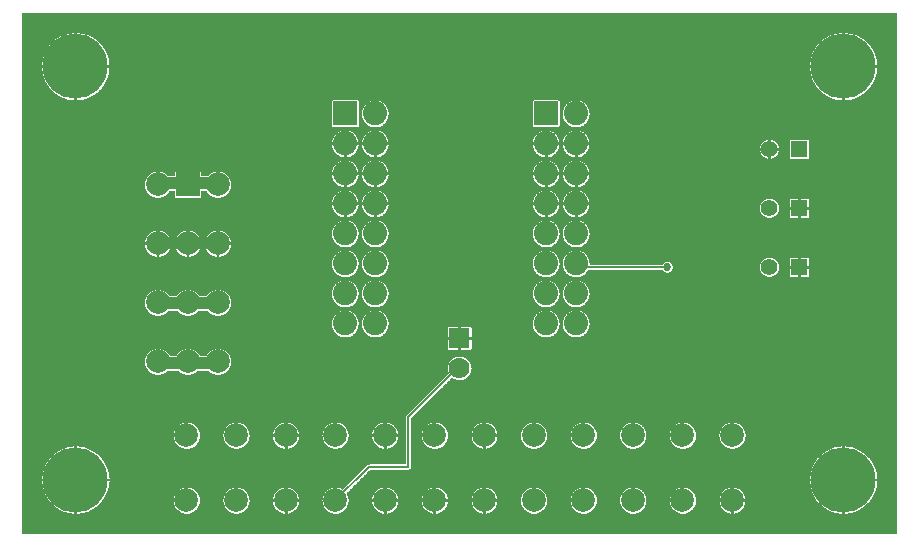
<source format=gtl>
%FSLAX33Y33*%
%MOMM*%
%AMRect-W1400000-H1400000-RO1.000*
21,1,1.4,1.4,0.,0.,180*%
%ADD10C,0.0508*%
%ADD11C,0.2032*%
%ADD12C,1.016*%
%ADD13C,0.68834*%
%ADD14C,2.*%
%ADD15R,2.049999X2.049999*%
%ADD16C,2.049999*%
%ADD17C,1.4*%
%ADD18Rect-W1400000-H1400000-RO1.000*%
%ADD19C,5.5*%
%ADD20R,2.X2.*%
%ADD21R,1.778X1.778*%
%ADD22C,1.778*%
D10*
%LNpour fill*%
G01*
X74500Y44500D02*
X74500Y44500D01*
X0500Y44500*
X0500Y0500*
X74500Y0500*
X74500Y44500*
X5080Y37098D02*
X5080Y37290D01*
X4920Y37290*
X4920Y37098*
X4352Y37162*
X3737Y37377*
X3185Y37724*
X2724Y38185*
X2377Y38737*
X2162Y39352*
X2098Y39920*
X2290Y39920*
X2290Y40080*
X2098Y40080*
X2162Y40648*
X2377Y41263*
X2724Y41815*
X3185Y42276*
X3737Y42623*
X4352Y42838*
X4920Y42902*
X4920Y42710*
X5080Y42710*
X5080Y42902*
X5648Y42838*
X6263Y42623*
X6815Y42276*
X7276Y41815*
X7623Y41263*
X7838Y40648*
X7902Y40080*
X7710Y40080*
X7710Y39920*
X7902Y39920*
X7838Y39352*
X7623Y38737*
X7276Y38185*
X6815Y37724*
X6263Y37377*
X5648Y37162*
X5080Y37098*
X70080Y37098D02*
X70080Y37290D01*
X69920Y37290*
X69920Y37098*
X69352Y37162*
X68737Y37377*
X68185Y37724*
X67724Y38185*
X67377Y38737*
X67162Y39352*
X67098Y39920*
X67290Y39920*
X67290Y40080*
X67098Y40080*
X67162Y40648*
X67377Y41263*
X67724Y41815*
X68185Y42276*
X68737Y42623*
X69352Y42838*
X69920Y42902*
X69920Y42710*
X70080Y42710*
X70080Y42902*
X70648Y42838*
X71263Y42623*
X71815Y42276*
X72276Y41815*
X72623Y41263*
X72838Y40648*
X72902Y40080*
X72710Y40080*
X72710Y39920*
X72902Y39920*
X72838Y39352*
X72623Y38737*
X72276Y38185*
X71815Y37724*
X71263Y37377*
X70648Y37162*
X70080Y37098*
X28845Y34811D02*
X26795Y34811D01*
X26770Y34813*
X26746Y34819*
X26722Y34828*
X26701Y34842*
X26682Y34858*
X26665Y34877*
X26652Y34899*
X26642Y34922*
X26636Y34947*
X26634Y34972*
X26634Y37022*
X26636Y37047*
X26642Y37072*
X26652Y37095*
X26665Y37116*
X26682Y37136*
X26701Y37152*
X26722Y37165*
X26746Y37175*
X26770Y37181*
X26795Y37183*
X28845Y37183*
X28871Y37181*
X28895Y37175*
X28918Y37165*
X28940Y37152*
X28959Y37136*
X28976Y37116*
X28989Y37095*
X28999Y37072*
X29004Y37047*
X29006Y37022*
X29006Y34972*
X29004Y34947*
X28999Y34922*
X28989Y34899*
X28976Y34877*
X28959Y34858*
X28940Y34842*
X28918Y34828*
X28895Y34819*
X28871Y34813*
X28845Y34811*
X45845Y34811D02*
X43795Y34811D01*
X43770Y34813*
X43746Y34819*
X43722Y34828*
X43701Y34842*
X43682Y34858*
X43665Y34877*
X43652Y34899*
X43642Y34922*
X43636Y34947*
X43634Y34972*
X43634Y37022*
X43636Y37047*
X43642Y37072*
X43652Y37095*
X43665Y37116*
X43682Y37136*
X43701Y37152*
X43722Y37165*
X43746Y37175*
X43770Y37181*
X43795Y37183*
X45845Y37183*
X45871Y37181*
X45895Y37175*
X45918Y37165*
X45940Y37152*
X45959Y37136*
X45976Y37116*
X45989Y37095*
X45999Y37072*
X46004Y37047*
X46006Y37022*
X46006Y34972*
X46004Y34947*
X45999Y34922*
X45989Y34899*
X45976Y34877*
X45959Y34858*
X45940Y34842*
X45918Y34828*
X45895Y34819*
X45871Y34813*
X45845Y34811*
X30503Y34819D02*
X30217Y34819D01*
X29940Y34888*
X29687Y35021*
X29473Y35210*
X29310Y35446*
X29209Y35713*
X29174Y35997*
X29209Y36281*
X29310Y36548*
X29473Y36783*
X29687Y36973*
X29940Y37106*
X30217Y37174*
X30503Y37174*
X30781Y37106*
X31034Y36973*
X31248Y36783*
X31411Y36548*
X31512Y36281*
X31546Y35997*
X31512Y35713*
X31411Y35446*
X31248Y35210*
X31034Y35021*
X30781Y34888*
X30503Y34819*
X47503Y34819D02*
X47217Y34819D01*
X46940Y34888*
X46687Y35021*
X46473Y35210*
X46310Y35446*
X46209Y35713*
X46174Y35997*
X46209Y36281*
X46310Y36548*
X46473Y36783*
X46687Y36973*
X46940Y37106*
X47217Y37174*
X47503Y37174*
X47781Y37106*
X48034Y36973*
X48248Y36783*
X48411Y36548*
X48512Y36281*
X48546Y35997*
X48512Y35713*
X48411Y35446*
X48248Y35210*
X48034Y35021*
X47781Y34888*
X47503Y34819*
X27963Y32279D02*
X27900Y32279D01*
X27900Y32479*
X27740Y32479*
X27740Y32279*
X27677Y32279*
X27400Y32348*
X27147Y32481*
X26933Y32670*
X26770Y32906*
X26669Y33173*
X26644Y33377*
X26835Y33377*
X26835Y33537*
X26644Y33537*
X26669Y33741*
X26770Y34008*
X26933Y34243*
X27147Y34433*
X27400Y34566*
X27677Y34634*
X27740Y34634*
X27740Y34434*
X27900Y34434*
X27900Y34634*
X27963Y34634*
X28241Y34566*
X28494Y34433*
X28708Y34243*
X28871Y34008*
X28972Y33741*
X28997Y33537*
X28805Y33537*
X28805Y33377*
X28997Y33377*
X28972Y33173*
X28871Y32906*
X28708Y32670*
X28494Y32481*
X28241Y32348*
X27963Y32279*
X30503Y32279D02*
X30440Y32279D01*
X30440Y32479*
X30280Y32479*
X30280Y32279*
X30217Y32279*
X29940Y32348*
X29687Y32481*
X29473Y32670*
X29310Y32906*
X29209Y33173*
X29184Y33377*
X29375Y33377*
X29375Y33537*
X29184Y33537*
X29209Y33741*
X29310Y34008*
X29473Y34243*
X29687Y34433*
X29940Y34566*
X30217Y34634*
X30280Y34634*
X30280Y34434*
X30440Y34434*
X30440Y34634*
X30503Y34634*
X30781Y34566*
X31034Y34433*
X31248Y34243*
X31411Y34008*
X31512Y33741*
X31537Y33537*
X31345Y33537*
X31345Y33377*
X31537Y33377*
X31512Y33173*
X31411Y32906*
X31248Y32670*
X31034Y32481*
X30781Y32348*
X30503Y32279*
X44963Y32279D02*
X44900Y32279D01*
X44900Y32479*
X44740Y32479*
X44740Y32279*
X44677Y32279*
X44400Y32348*
X44147Y32481*
X43933Y32670*
X43770Y32906*
X43669Y33173*
X43644Y33377*
X43835Y33377*
X43835Y33537*
X43644Y33537*
X43669Y33741*
X43770Y34008*
X43933Y34243*
X44147Y34433*
X44400Y34566*
X44677Y34634*
X44740Y34634*
X44740Y34434*
X44900Y34434*
X44900Y34634*
X44963Y34634*
X45241Y34566*
X45494Y34433*
X45708Y34243*
X45871Y34008*
X45972Y33741*
X45997Y33537*
X45805Y33537*
X45805Y33377*
X45997Y33377*
X45972Y33173*
X45871Y32906*
X45708Y32670*
X45494Y32481*
X45241Y32348*
X44963Y32279*
X47503Y32279D02*
X47440Y32279D01*
X47440Y32479*
X47280Y32479*
X47280Y32279*
X47217Y32279*
X46940Y32348*
X46687Y32481*
X46473Y32670*
X46310Y32906*
X46209Y33173*
X46184Y33377*
X46375Y33377*
X46375Y33537*
X46184Y33537*
X46209Y33741*
X46310Y34008*
X46473Y34243*
X46687Y34433*
X46940Y34566*
X47217Y34634*
X47280Y34634*
X47280Y34434*
X47440Y34434*
X47440Y34634*
X47503Y34634*
X47781Y34566*
X48034Y34433*
X48248Y34243*
X48411Y34008*
X48512Y33741*
X48537Y33537*
X48345Y33537*
X48345Y33377*
X48537Y33377*
X48512Y33173*
X48411Y32906*
X48248Y32670*
X48034Y32481*
X47781Y32348*
X47503Y32279*
X66970Y32139D02*
X65570Y32139D01*
X65545Y32141*
X65520Y32147*
X65497Y32157*
X65475Y32170*
X65456Y32186*
X65440Y32205*
X65427Y32227*
X65417Y32250*
X65411Y32275*
X65409Y32300*
X65409Y33700*
X65411Y33725*
X65417Y33750*
X65427Y33773*
X65440Y33795*
X65456Y33814*
X65475Y33830*
X65497Y33843*
X65520Y33853*
X65545Y33859*
X65570Y33861*
X66970Y33861*
X66995Y33859*
X67020Y33853*
X67043Y33843*
X67065Y33830*
X67084Y33814*
X67100Y33795*
X67113Y33773*
X67123Y33750*
X67129Y33725*
X67131Y33700*
X67131Y32300*
X67129Y32275*
X67123Y32250*
X67113Y32227*
X67100Y32205*
X67084Y32186*
X67065Y32170*
X67043Y32157*
X67020Y32147*
X66995Y32141*
X66970Y32139*
X63834Y32145D02*
X63810Y32145D01*
X63810Y32345*
X63650Y32345*
X63650Y32145*
X63626Y32145*
X63425Y32195*
X63241Y32291*
X63086Y32429*
X62968Y32600*
X62894Y32794*
X62879Y32920*
X63070Y32920*
X63070Y33080*
X62879Y33080*
X62894Y33206*
X62968Y33400*
X63086Y33571*
X63241Y33709*
X63425Y33805*
X63626Y33855*
X63650Y33855*
X63650Y33655*
X63810Y33655*
X63810Y33855*
X63834Y33855*
X64035Y33805*
X64219Y33709*
X64374Y33571*
X64492Y33400*
X64566Y33206*
X64581Y33080*
X64390Y33080*
X64390Y32920*
X64581Y32920*
X64566Y32794*
X64492Y32600*
X64374Y32429*
X64219Y32291*
X64035Y32195*
X63834Y32145*
X27963Y29739D02*
X27900Y29739D01*
X27900Y29939*
X27740Y29939*
X27740Y29739*
X27677Y29739*
X27400Y29808*
X27147Y29941*
X26933Y30130*
X26770Y30366*
X26669Y30633*
X26644Y30837*
X26835Y30837*
X26835Y30997*
X26644Y30997*
X26669Y31201*
X26770Y31468*
X26933Y31703*
X27147Y31893*
X27400Y32026*
X27677Y32094*
X27740Y32094*
X27740Y31894*
X27900Y31894*
X27900Y32094*
X27963Y32094*
X28241Y32026*
X28494Y31893*
X28708Y31703*
X28871Y31468*
X28972Y31201*
X28997Y30997*
X28805Y30997*
X28805Y30837*
X28997Y30837*
X28972Y30633*
X28871Y30366*
X28708Y30130*
X28494Y29941*
X28241Y29808*
X27963Y29739*
X30503Y29739D02*
X30440Y29739D01*
X30440Y29939*
X30280Y29939*
X30280Y29739*
X30217Y29739*
X29940Y29808*
X29687Y29941*
X29473Y30130*
X29310Y30366*
X29209Y30633*
X29184Y30837*
X29375Y30837*
X29375Y30997*
X29184Y30997*
X29209Y31201*
X29310Y31468*
X29473Y31703*
X29687Y31893*
X29940Y32026*
X30217Y32094*
X30280Y32094*
X30280Y31894*
X30440Y31894*
X30440Y32094*
X30503Y32094*
X30781Y32026*
X31034Y31893*
X31248Y31703*
X31411Y31468*
X31512Y31201*
X31537Y30997*
X31345Y30997*
X31345Y30837*
X31537Y30837*
X31512Y30633*
X31411Y30366*
X31248Y30130*
X31034Y29941*
X30781Y29808*
X30503Y29739*
X44963Y29739D02*
X44900Y29739D01*
X44900Y29939*
X44740Y29939*
X44740Y29739*
X44677Y29739*
X44400Y29808*
X44147Y29941*
X43933Y30130*
X43770Y30366*
X43669Y30633*
X43644Y30837*
X43835Y30837*
X43835Y30997*
X43644Y30997*
X43669Y31201*
X43770Y31468*
X43933Y31703*
X44147Y31893*
X44400Y32026*
X44677Y32094*
X44740Y32094*
X44740Y31894*
X44900Y31894*
X44900Y32094*
X44963Y32094*
X45241Y32026*
X45494Y31893*
X45708Y31703*
X45871Y31468*
X45972Y31201*
X45997Y30997*
X45805Y30997*
X45805Y30837*
X45997Y30837*
X45972Y30633*
X45871Y30366*
X45708Y30130*
X45494Y29941*
X45241Y29808*
X44963Y29739*
X47503Y29739D02*
X47440Y29739D01*
X47440Y29939*
X47280Y29939*
X47280Y29739*
X47217Y29739*
X46940Y29808*
X46687Y29941*
X46473Y30130*
X46310Y30366*
X46209Y30633*
X46184Y30837*
X46375Y30837*
X46375Y30997*
X46184Y30997*
X46209Y31201*
X46310Y31468*
X46473Y31703*
X46687Y31893*
X46940Y32026*
X47217Y32094*
X47280Y32094*
X47280Y31894*
X47440Y31894*
X47440Y32094*
X47503Y32094*
X47781Y32026*
X48034Y31893*
X48248Y31703*
X48411Y31468*
X48512Y31201*
X48537Y30997*
X48345Y30997*
X48345Y30837*
X48537Y30837*
X48512Y30633*
X48411Y30366*
X48248Y30130*
X48034Y29941*
X47781Y29808*
X47503Y29739*
X15500Y28839D02*
X13500Y28839D01*
X13475Y28841*
X13450Y28847*
X13427Y28857*
X13405Y28870*
X13386Y28886*
X13370Y28905*
X13357Y28927*
X13347Y28950*
X13341Y28975*
X13339Y29000*
X13339Y29451*
X12981Y29451*
X12829Y29230*
X12620Y29045*
X12372Y28914*
X12100Y28847*
X11820Y28847*
X11548Y28914*
X11300Y29045*
X11091Y29230*
X10932Y29460*
X10833Y29722*
X10799Y30000*
X10833Y30278*
X10932Y30540*
X11091Y30770*
X11300Y30955*
X11548Y31086*
X11820Y31153*
X12100Y31153*
X12372Y31086*
X12620Y30955*
X12807Y30789*
X13339Y30789*
X13339Y31000*
X13341Y31025*
X13347Y31050*
X13357Y31073*
X13370Y31095*
X13386Y31114*
X13405Y31130*
X13427Y31143*
X13450Y31153*
X13475Y31159*
X13500Y31161*
X15500Y31161*
X15525Y31159*
X15550Y31153*
X15573Y31143*
X15595Y31130*
X15614Y31114*
X15630Y31095*
X15643Y31073*
X15653Y31050*
X15659Y31025*
X15661Y31000*
X15661Y30789*
X16193Y30789*
X16380Y30955*
X16628Y31086*
X16900Y31153*
X17180Y31153*
X17452Y31086*
X17700Y30955*
X17909Y30770*
X18068Y30540*
X18167Y30278*
X18201Y30000*
X18167Y29722*
X18068Y29460*
X17909Y29230*
X17700Y29045*
X17452Y28914*
X17180Y28847*
X16900Y28847*
X16628Y28914*
X16380Y29045*
X16171Y29230*
X16019Y29451*
X15661Y29451*
X15661Y29000*
X15659Y28975*
X15653Y28950*
X15643Y28927*
X15630Y28905*
X15614Y28886*
X15595Y28870*
X15573Y28857*
X15550Y28847*
X15525Y28841*
X15500Y28839*
X27963Y27199D02*
X27900Y27199D01*
X27900Y27399*
X27740Y27399*
X27740Y27199*
X27677Y27199*
X27400Y27268*
X27147Y27401*
X26933Y27590*
X26770Y27826*
X26669Y28093*
X26644Y28297*
X26835Y28297*
X26835Y28457*
X26644Y28457*
X26669Y28661*
X26770Y28928*
X26933Y29163*
X27147Y29353*
X27400Y29486*
X27677Y29554*
X27740Y29554*
X27740Y29354*
X27900Y29354*
X27900Y29554*
X27963Y29554*
X28241Y29486*
X28494Y29353*
X28708Y29163*
X28871Y28928*
X28972Y28661*
X28997Y28457*
X28805Y28457*
X28805Y28297*
X28997Y28297*
X28972Y28093*
X28871Y27826*
X28708Y27590*
X28494Y27401*
X28241Y27268*
X27963Y27199*
X30503Y27199D02*
X30440Y27199D01*
X30440Y27399*
X30280Y27399*
X30280Y27199*
X30217Y27199*
X29940Y27268*
X29687Y27401*
X29473Y27590*
X29310Y27826*
X29209Y28093*
X29184Y28297*
X29375Y28297*
X29375Y28457*
X29184Y28457*
X29209Y28661*
X29310Y28928*
X29473Y29163*
X29687Y29353*
X29940Y29486*
X30217Y29554*
X30280Y29554*
X30280Y29354*
X30440Y29354*
X30440Y29554*
X30503Y29554*
X30781Y29486*
X31034Y29353*
X31248Y29163*
X31411Y28928*
X31512Y28661*
X31537Y28457*
X31345Y28457*
X31345Y28297*
X31537Y28297*
X31512Y28093*
X31411Y27826*
X31248Y27590*
X31034Y27401*
X30781Y27268*
X30503Y27199*
X44963Y27199D02*
X44900Y27199D01*
X44900Y27399*
X44740Y27399*
X44740Y27199*
X44677Y27199*
X44400Y27268*
X44147Y27401*
X43933Y27590*
X43770Y27826*
X43669Y28093*
X43644Y28297*
X43835Y28297*
X43835Y28457*
X43644Y28457*
X43669Y28661*
X43770Y28928*
X43933Y29163*
X44147Y29353*
X44400Y29486*
X44677Y29554*
X44740Y29554*
X44740Y29354*
X44900Y29354*
X44900Y29554*
X44963Y29554*
X45241Y29486*
X45494Y29353*
X45708Y29163*
X45871Y28928*
X45972Y28661*
X45997Y28457*
X45805Y28457*
X45805Y28297*
X45997Y28297*
X45972Y28093*
X45871Y27826*
X45708Y27590*
X45494Y27401*
X45241Y27268*
X44963Y27199*
X47503Y27199D02*
X47440Y27199D01*
X47440Y27399*
X47280Y27399*
X47280Y27199*
X47217Y27199*
X46940Y27268*
X46687Y27401*
X46473Y27590*
X46310Y27826*
X46209Y28093*
X46184Y28297*
X46375Y28297*
X46375Y28457*
X46184Y28457*
X46209Y28661*
X46310Y28928*
X46473Y29163*
X46687Y29353*
X46940Y29486*
X47217Y29554*
X47280Y29554*
X47280Y29354*
X47440Y29354*
X47440Y29554*
X47503Y29554*
X47781Y29486*
X48034Y29353*
X48248Y29163*
X48411Y28928*
X48512Y28661*
X48537Y28457*
X48345Y28457*
X48345Y28297*
X48537Y28297*
X48512Y28093*
X48411Y27826*
X48248Y27590*
X48034Y27401*
X47781Y27268*
X47503Y27199*
X66970Y27139D02*
X66350Y27139D01*
X66350Y27340*
X66190Y27340*
X66190Y27139*
X65570Y27139*
X65545Y27141*
X65520Y27147*
X65497Y27157*
X65475Y27170*
X65456Y27186*
X65440Y27205*
X65427Y27227*
X65417Y27250*
X65411Y27275*
X65409Y27300*
X65409Y27920*
X65610Y27920*
X65610Y28080*
X65409Y28080*
X65409Y28700*
X65411Y28725*
X65417Y28750*
X65427Y28773*
X65440Y28795*
X65456Y28814*
X65475Y28830*
X65497Y28843*
X65520Y28853*
X65545Y28859*
X65570Y28861*
X66190Y28861*
X66190Y28660*
X66350Y28660*
X66350Y28861*
X66970Y28861*
X66995Y28859*
X67020Y28853*
X67043Y28843*
X67065Y28830*
X67084Y28814*
X67100Y28795*
X67113Y28773*
X67123Y28750*
X67129Y28725*
X67131Y28700*
X67131Y28080*
X66930Y28080*
X66930Y27920*
X67131Y27920*
X67131Y27300*
X67129Y27275*
X67123Y27250*
X67113Y27227*
X67100Y27205*
X67084Y27186*
X67065Y27170*
X67043Y27157*
X67020Y27147*
X66995Y27141*
X66970Y27139*
X63834Y27145D02*
X63626Y27145D01*
X63425Y27195*
X63241Y27291*
X63086Y27429*
X62968Y27600*
X62894Y27794*
X62869Y28000*
X62894Y28206*
X62968Y28400*
X63086Y28571*
X63241Y28709*
X63425Y28805*
X63626Y28855*
X63834Y28855*
X64035Y28805*
X64219Y28709*
X64374Y28571*
X64492Y28400*
X64566Y28206*
X64591Y28000*
X64566Y27794*
X64492Y27600*
X64374Y27429*
X64219Y27291*
X64035Y27195*
X63834Y27145*
X27963Y24659D02*
X27677Y24659D01*
X27400Y24728*
X27147Y24861*
X26933Y25050*
X26770Y25286*
X26669Y25553*
X26634Y25837*
X26669Y26121*
X26770Y26388*
X26933Y26623*
X27147Y26813*
X27400Y26946*
X27677Y27014*
X27963Y27014*
X28241Y26946*
X28494Y26813*
X28708Y26623*
X28871Y26388*
X28972Y26121*
X29006Y25837*
X28972Y25553*
X28871Y25286*
X28708Y25050*
X28494Y24861*
X28241Y24728*
X27963Y24659*
X30503Y24659D02*
X30217Y24659D01*
X29940Y24728*
X29687Y24861*
X29473Y25050*
X29310Y25286*
X29209Y25553*
X29174Y25837*
X29209Y26121*
X29310Y26388*
X29473Y26623*
X29687Y26813*
X29940Y26946*
X30217Y27014*
X30503Y27014*
X30781Y26946*
X31034Y26813*
X31248Y26623*
X31411Y26388*
X31512Y26121*
X31546Y25837*
X31512Y25553*
X31411Y25286*
X31248Y25050*
X31034Y24861*
X30781Y24728*
X30503Y24659*
X44963Y24659D02*
X44677Y24659D01*
X44400Y24728*
X44147Y24861*
X43933Y25050*
X43770Y25286*
X43669Y25553*
X43634Y25837*
X43669Y26121*
X43770Y26388*
X43933Y26623*
X44147Y26813*
X44400Y26946*
X44677Y27014*
X44963Y27014*
X45241Y26946*
X45494Y26813*
X45708Y26623*
X45871Y26388*
X45972Y26121*
X46006Y25837*
X45972Y25553*
X45871Y25286*
X45708Y25050*
X45494Y24861*
X45241Y24728*
X44963Y24659*
X47503Y24659D02*
X47217Y24659D01*
X46940Y24728*
X46687Y24861*
X46473Y25050*
X46310Y25286*
X46209Y25553*
X46174Y25837*
X46209Y26121*
X46310Y26388*
X46473Y26623*
X46687Y26813*
X46940Y26946*
X47217Y27014*
X47503Y27014*
X47781Y26946*
X48034Y26813*
X48248Y26623*
X48411Y26388*
X48512Y26121*
X48546Y25837*
X48512Y25553*
X48411Y25286*
X48248Y25050*
X48034Y24861*
X47781Y24728*
X47503Y24659*
X12100Y23847D02*
X12040Y23847D01*
X12040Y24047*
X11880Y24047*
X11880Y23847*
X11820Y23847*
X11548Y23914*
X11300Y24045*
X11091Y24230*
X10932Y24460*
X10833Y24722*
X10809Y24920*
X11000Y24920*
X11000Y25080*
X10809Y25080*
X10833Y25278*
X10932Y25540*
X11091Y25770*
X11300Y25955*
X11548Y26086*
X11820Y26153*
X11880Y26153*
X11880Y25953*
X12040Y25953*
X12040Y26153*
X12100Y26153*
X12372Y26086*
X12620Y25955*
X12829Y25770*
X12988Y25540*
X13087Y25278*
X13111Y25080*
X12920Y25080*
X12920Y24920*
X13111Y24920*
X13087Y24722*
X12988Y24460*
X12829Y24230*
X12620Y24045*
X12372Y23914*
X12100Y23847*
X14640Y23847D02*
X14580Y23847D01*
X14580Y24047*
X14420Y24047*
X14420Y23847*
X14360Y23847*
X14088Y23914*
X13840Y24045*
X13631Y24230*
X13472Y24460*
X13373Y24722*
X13349Y24920*
X13540Y24920*
X13540Y25080*
X13349Y25080*
X13373Y25278*
X13472Y25540*
X13631Y25770*
X13840Y25955*
X14088Y26086*
X14360Y26153*
X14420Y26153*
X14420Y25953*
X14580Y25953*
X14580Y26153*
X14640Y26153*
X14912Y26086*
X15160Y25955*
X15369Y25770*
X15528Y25540*
X15627Y25278*
X15651Y25080*
X15460Y25080*
X15460Y24920*
X15651Y24920*
X15627Y24722*
X15528Y24460*
X15369Y24230*
X15160Y24045*
X14912Y23914*
X14640Y23847*
X17180Y23847D02*
X17120Y23847D01*
X17120Y24047*
X16960Y24047*
X16960Y23847*
X16900Y23847*
X16628Y23914*
X16380Y24045*
X16171Y24230*
X16012Y24460*
X15913Y24722*
X15889Y24920*
X16080Y24920*
X16080Y25080*
X15889Y25080*
X15913Y25278*
X16012Y25540*
X16171Y25770*
X16380Y25955*
X16628Y26086*
X16900Y26153*
X16960Y26153*
X16960Y25953*
X17120Y25953*
X17120Y26153*
X17180Y26153*
X17452Y26086*
X17700Y25955*
X17909Y25770*
X18068Y25540*
X18167Y25278*
X18191Y25080*
X18000Y25080*
X18000Y24920*
X18191Y24920*
X18167Y24722*
X18068Y24460*
X17909Y24230*
X17700Y24045*
X17452Y23914*
X17180Y23847*
X27963Y22119D02*
X27677Y22119D01*
X27400Y22188*
X27147Y22321*
X26933Y22510*
X26770Y22746*
X26669Y23013*
X26634Y23297*
X26669Y23581*
X26770Y23848*
X26933Y24083*
X27147Y24273*
X27400Y24406*
X27677Y24474*
X27963Y24474*
X28241Y24406*
X28494Y24273*
X28708Y24083*
X28871Y23848*
X28972Y23581*
X29006Y23297*
X28972Y23013*
X28871Y22746*
X28708Y22510*
X28494Y22321*
X28241Y22188*
X27963Y22119*
X30503Y22119D02*
X30217Y22119D01*
X29940Y22188*
X29687Y22321*
X29473Y22510*
X29310Y22746*
X29209Y23013*
X29174Y23297*
X29209Y23581*
X29310Y23848*
X29473Y24083*
X29687Y24273*
X29940Y24406*
X30217Y24474*
X30503Y24474*
X30781Y24406*
X31034Y24273*
X31248Y24083*
X31411Y23848*
X31512Y23581*
X31546Y23297*
X31512Y23013*
X31411Y22746*
X31248Y22510*
X31034Y22321*
X30781Y22188*
X30503Y22119*
X44963Y22119D02*
X44677Y22119D01*
X44400Y22188*
X44147Y22321*
X43933Y22510*
X43770Y22746*
X43669Y23013*
X43634Y23297*
X43669Y23581*
X43770Y23848*
X43933Y24083*
X44147Y24273*
X44400Y24406*
X44677Y24474*
X44963Y24474*
X45241Y24406*
X45494Y24273*
X45708Y24083*
X45871Y23848*
X45972Y23581*
X46006Y23297*
X45972Y23013*
X45871Y22746*
X45708Y22510*
X45494Y22321*
X45241Y22188*
X44963Y22119*
X47503Y22119D02*
X47217Y22119D01*
X46940Y22188*
X46687Y22321*
X46473Y22510*
X46310Y22746*
X46209Y23013*
X46174Y23297*
X46209Y23581*
X46310Y23848*
X46473Y24083*
X46687Y24273*
X46940Y24406*
X47217Y24474*
X47503Y24474*
X47781Y24406*
X48034Y24273*
X48248Y24083*
X48411Y23848*
X48512Y23581*
X48551Y23263*
X54672Y23263*
X54722Y23335*
X54813Y23416*
X54921Y23472*
X55039Y23501*
X55161Y23501*
X55279Y23472*
X55387Y23416*
X55478Y23335*
X55547Y23235*
X55590Y23121*
X55605Y23000*
X55590Y22879*
X55547Y22765*
X55478Y22665*
X55387Y22584*
X55279Y22528*
X55161Y22499*
X55039Y22499*
X54921Y22528*
X54813Y22584*
X54722Y22665*
X54672Y22737*
X48405Y22737*
X48248Y22510*
X48034Y22321*
X47781Y22188*
X47503Y22119*
X66970Y22139D02*
X66350Y22139D01*
X66350Y22340*
X66190Y22340*
X66190Y22139*
X65570Y22139*
X65545Y22141*
X65520Y22147*
X65497Y22157*
X65475Y22170*
X65456Y22186*
X65440Y22205*
X65427Y22227*
X65417Y22250*
X65411Y22275*
X65409Y22300*
X65409Y22920*
X65610Y22920*
X65610Y23080*
X65409Y23080*
X65409Y23700*
X65411Y23725*
X65417Y23750*
X65427Y23773*
X65440Y23795*
X65456Y23814*
X65475Y23830*
X65497Y23843*
X65520Y23853*
X65545Y23859*
X65570Y23861*
X66190Y23861*
X66190Y23660*
X66350Y23660*
X66350Y23861*
X66970Y23861*
X66995Y23859*
X67020Y23853*
X67043Y23843*
X67065Y23830*
X67084Y23814*
X67100Y23795*
X67113Y23773*
X67123Y23750*
X67129Y23725*
X67131Y23700*
X67131Y23080*
X66930Y23080*
X66930Y22920*
X67131Y22920*
X67131Y22300*
X67129Y22275*
X67123Y22250*
X67113Y22227*
X67100Y22205*
X67084Y22186*
X67065Y22170*
X67043Y22157*
X67020Y22147*
X66995Y22141*
X66970Y22139*
X63834Y22145D02*
X63626Y22145D01*
X63425Y22195*
X63241Y22291*
X63086Y22429*
X62968Y22600*
X62894Y22794*
X62869Y23000*
X62894Y23206*
X62968Y23400*
X63086Y23571*
X63241Y23709*
X63425Y23805*
X63626Y23855*
X63834Y23855*
X64035Y23805*
X64219Y23709*
X64374Y23571*
X64492Y23400*
X64566Y23206*
X64591Y23000*
X64566Y22794*
X64492Y22600*
X64374Y22429*
X64219Y22291*
X64035Y22195*
X63834Y22145*
X27963Y19579D02*
X27677Y19579D01*
X27400Y19648*
X27147Y19781*
X26933Y19970*
X26770Y20206*
X26669Y20473*
X26634Y20757*
X26669Y21041*
X26770Y21308*
X26933Y21543*
X27147Y21733*
X27400Y21866*
X27677Y21934*
X27963Y21934*
X28241Y21866*
X28494Y21733*
X28708Y21543*
X28871Y21308*
X28972Y21041*
X29006Y20757*
X28972Y20473*
X28871Y20206*
X28708Y19970*
X28494Y19781*
X28241Y19648*
X27963Y19579*
X30503Y19579D02*
X30217Y19579D01*
X29940Y19648*
X29687Y19781*
X29473Y19970*
X29310Y20206*
X29209Y20473*
X29174Y20757*
X29209Y21041*
X29310Y21308*
X29473Y21543*
X29687Y21733*
X29940Y21866*
X30217Y21934*
X30503Y21934*
X30781Y21866*
X31034Y21733*
X31248Y21543*
X31411Y21308*
X31512Y21041*
X31546Y20757*
X31512Y20473*
X31411Y20206*
X31248Y19970*
X31034Y19781*
X30781Y19648*
X30503Y19579*
X44963Y19579D02*
X44677Y19579D01*
X44400Y19648*
X44147Y19781*
X43933Y19970*
X43770Y20206*
X43669Y20473*
X43634Y20757*
X43669Y21041*
X43770Y21308*
X43933Y21543*
X44147Y21733*
X44400Y21866*
X44677Y21934*
X44963Y21934*
X45241Y21866*
X45494Y21733*
X45708Y21543*
X45871Y21308*
X45972Y21041*
X46006Y20757*
X45972Y20473*
X45871Y20206*
X45708Y19970*
X45494Y19781*
X45241Y19648*
X44963Y19579*
X47503Y19579D02*
X47217Y19579D01*
X46940Y19648*
X46687Y19781*
X46473Y19970*
X46310Y20206*
X46209Y20473*
X46174Y20757*
X46209Y21041*
X46310Y21308*
X46473Y21543*
X46687Y21733*
X46940Y21866*
X47217Y21934*
X47503Y21934*
X47781Y21866*
X48034Y21733*
X48248Y21543*
X48411Y21308*
X48512Y21041*
X48546Y20757*
X48512Y20473*
X48411Y20206*
X48248Y19970*
X48034Y19781*
X47781Y19648*
X47503Y19579*
X12100Y18847D02*
X11820Y18847D01*
X11548Y18914*
X11300Y19045*
X11091Y19230*
X10932Y19460*
X10833Y19722*
X10799Y20000*
X10833Y20278*
X10932Y20540*
X11091Y20770*
X11300Y20955*
X11548Y21086*
X11820Y21153*
X12100Y21153*
X12372Y21086*
X12620Y20955*
X12829Y20770*
X12926Y20629*
X13534Y20629*
X13631Y20770*
X13840Y20955*
X14088Y21086*
X14360Y21153*
X14640Y21153*
X14912Y21086*
X15160Y20955*
X15369Y20770*
X15466Y20629*
X16074Y20629*
X16171Y20770*
X16380Y20955*
X16628Y21086*
X16900Y21153*
X17180Y21153*
X17452Y21086*
X17700Y20955*
X17909Y20770*
X18068Y20540*
X18167Y20278*
X18201Y20000*
X18167Y19722*
X18068Y19460*
X17909Y19230*
X17700Y19045*
X17452Y18914*
X17180Y18847*
X16900Y18847*
X16628Y18914*
X16380Y19045*
X16171Y19230*
X16129Y19291*
X15411Y19291*
X15369Y19230*
X15160Y19045*
X14912Y18914*
X14640Y18847*
X14360Y18847*
X14088Y18914*
X13840Y19045*
X13631Y19230*
X13589Y19291*
X12871Y19291*
X12829Y19230*
X12620Y19045*
X12372Y18914*
X12100Y18847*
X27963Y17039D02*
X27677Y17039D01*
X27400Y17108*
X27147Y17241*
X26933Y17430*
X26770Y17666*
X26669Y17933*
X26634Y18217*
X26669Y18501*
X26770Y18768*
X26933Y19003*
X27147Y19193*
X27400Y19326*
X27677Y19394*
X27963Y19394*
X28241Y19326*
X28494Y19193*
X28708Y19003*
X28871Y18768*
X28972Y18501*
X29006Y18217*
X28972Y17933*
X28871Y17666*
X28708Y17430*
X28494Y17241*
X28241Y17108*
X27963Y17039*
X30503Y17039D02*
X30217Y17039D01*
X29940Y17108*
X29687Y17241*
X29473Y17430*
X29310Y17666*
X29209Y17933*
X29174Y18217*
X29209Y18501*
X29310Y18768*
X29473Y19003*
X29687Y19193*
X29940Y19326*
X30217Y19394*
X30503Y19394*
X30781Y19326*
X31034Y19193*
X31248Y19003*
X31411Y18768*
X31512Y18501*
X31546Y18217*
X31512Y17933*
X31411Y17666*
X31248Y17430*
X31034Y17241*
X30781Y17108*
X30503Y17039*
X44963Y17039D02*
X44677Y17039D01*
X44400Y17108*
X44147Y17241*
X43933Y17430*
X43770Y17666*
X43669Y17933*
X43634Y18217*
X43669Y18501*
X43770Y18768*
X43933Y19003*
X44147Y19193*
X44400Y19326*
X44677Y19394*
X44963Y19394*
X45241Y19326*
X45494Y19193*
X45708Y19003*
X45871Y18768*
X45972Y18501*
X46006Y18217*
X45972Y17933*
X45871Y17666*
X45708Y17430*
X45494Y17241*
X45241Y17108*
X44963Y17039*
X47503Y17039D02*
X47217Y17039D01*
X46940Y17108*
X46687Y17241*
X46473Y17430*
X46310Y17666*
X46209Y17933*
X46174Y18217*
X46209Y18501*
X46310Y18768*
X46473Y19003*
X46687Y19193*
X46940Y19326*
X47217Y19394*
X47503Y19394*
X47781Y19326*
X48034Y19193*
X48248Y19003*
X48411Y18768*
X48512Y18501*
X48546Y18217*
X48512Y17933*
X48411Y17666*
X48248Y17430*
X48034Y17241*
X47781Y17108*
X47503Y17039*
X38389Y15937D02*
X37580Y15937D01*
X37580Y16138*
X37420Y16138*
X37420Y15937*
X36611Y15937*
X36586Y15939*
X36561Y15945*
X36538Y15955*
X36516Y15968*
X36497Y15984*
X36481Y16003*
X36468Y16025*
X36458Y16048*
X36452Y16073*
X36450Y16098*
X36450Y16907*
X36651Y16907*
X36651Y17067*
X36450Y17067*
X36450Y17876*
X36452Y17901*
X36458Y17926*
X36468Y17949*
X36481Y17971*
X36497Y17990*
X36516Y18006*
X36538Y18019*
X36561Y18029*
X36586Y18035*
X36611Y18037*
X37420Y18037*
X37420Y17836*
X37580Y17836*
X37580Y18037*
X38389Y18037*
X38414Y18035*
X38439Y18029*
X38462Y18019*
X38484Y18006*
X38503Y17990*
X38519Y17971*
X38532Y17949*
X38542Y17926*
X38548Y17901*
X38550Y17876*
X38550Y17067*
X38349Y17067*
X38349Y16907*
X38550Y16907*
X38550Y16098*
X38548Y16073*
X38542Y16048*
X38532Y16025*
X38519Y16003*
X38503Y15984*
X38484Y15968*
X38462Y15955*
X38439Y15945*
X38414Y15939*
X38389Y15937*
X12100Y13847D02*
X11820Y13847D01*
X11548Y13914*
X11300Y14045*
X11091Y14230*
X10932Y14460*
X10833Y14722*
X10799Y15000*
X10833Y15278*
X10932Y15540*
X11091Y15770*
X11300Y15955*
X11548Y16086*
X11820Y16153*
X12100Y16153*
X12372Y16086*
X12620Y15955*
X12829Y15770*
X12981Y15549*
X13479Y15549*
X13631Y15770*
X13840Y15955*
X14088Y16086*
X14360Y16153*
X14640Y16153*
X14912Y16086*
X15160Y15955*
X15369Y15770*
X15521Y15549*
X16019Y15549*
X16171Y15770*
X16380Y15955*
X16628Y16086*
X16900Y16153*
X17180Y16153*
X17452Y16086*
X17700Y15955*
X17909Y15770*
X18068Y15540*
X18167Y15278*
X18201Y15000*
X18167Y14722*
X18068Y14460*
X17909Y14230*
X17700Y14045*
X17452Y13914*
X17180Y13847*
X16900Y13847*
X16628Y13914*
X16380Y14045*
X16193Y14211*
X15347Y14211*
X15160Y14045*
X14912Y13914*
X14640Y13847*
X14360Y13847*
X14088Y13914*
X13840Y14045*
X13653Y14211*
X12807Y14211*
X12620Y14045*
X12372Y13914*
X12100Y13847*
X27140Y2097D02*
X26860Y2097D01*
X26588Y2164*
X26340Y2295*
X26131Y2480*
X25972Y2710*
X25873Y2972*
X25839Y3250*
X25873Y3528*
X25972Y3790*
X26131Y4020*
X26340Y4205*
X26588Y4336*
X26860Y4403*
X27140Y4403*
X27412Y4336*
X27610Y4231*
X29660Y6282*
X29672Y6291*
X29682Y6301*
X29695Y6309*
X29706Y6318*
X29720Y6325*
X29732Y6333*
X29746Y6337*
X29759Y6344*
X29774Y6347*
X29788Y6352*
X29802Y6354*
X29817Y6357*
X29831Y6357*
X29846Y6359*
X32910Y6359*
X32910Y10287*
X32911Y10302*
X32911Y10316*
X32915Y10331*
X32916Y10345*
X32921Y10359*
X32925Y10374*
X32931Y10387*
X32936Y10401*
X32944Y10413*
X32950Y10427*
X32959Y10438*
X32967Y10451*
X32978Y10461*
X32987Y10473*
X36544Y14030*
X36481Y14196*
X36450Y14447*
X36481Y14698*
X36570Y14935*
X36714Y15143*
X36904Y15311*
X37128Y15429*
X37373Y15489*
X37627Y15489*
X37872Y15429*
X38096Y15311*
X38286Y15143*
X38430Y14935*
X38519Y14698*
X38550Y14447*
X38519Y14196*
X38430Y13959*
X38286Y13751*
X38096Y13583*
X37872Y13465*
X37627Y13405*
X37373Y13405*
X37128Y13465*
X36862Y13605*
X33435Y10178*
X33435Y6096*
X33428Y6038*
X33409Y5982*
X33378Y5932*
X33336Y5891*
X33286Y5859*
X33231Y5840*
X33172Y5833*
X29955Y5833*
X27980Y3859*
X28028Y3790*
X28127Y3528*
X28161Y3250*
X28127Y2972*
X28028Y2710*
X27869Y2480*
X27660Y2295*
X27412Y2164*
X27140Y2097*
X14540Y7597D02*
X14260Y7597D01*
X13988Y7664*
X13740Y7795*
X13531Y7980*
X13372Y8210*
X13273Y8472*
X13239Y8750*
X13273Y9028*
X13372Y9290*
X13531Y9520*
X13740Y9705*
X13988Y9836*
X14260Y9903*
X14540Y9903*
X14812Y9836*
X15060Y9705*
X15269Y9520*
X15428Y9290*
X15527Y9028*
X15561Y8750*
X15527Y8472*
X15428Y8210*
X15269Y7980*
X15060Y7795*
X14812Y7664*
X14540Y7597*
X18740Y7597D02*
X18460Y7597D01*
X18188Y7664*
X17940Y7795*
X17731Y7980*
X17572Y8210*
X17473Y8472*
X17439Y8750*
X17473Y9028*
X17572Y9290*
X17731Y9520*
X17940Y9705*
X18188Y9836*
X18460Y9903*
X18740Y9903*
X19012Y9836*
X19260Y9705*
X19469Y9520*
X19628Y9290*
X19727Y9028*
X19761Y8750*
X19727Y8472*
X19628Y8210*
X19469Y7980*
X19260Y7795*
X19012Y7664*
X18740Y7597*
X22940Y7597D02*
X22880Y7597D01*
X22880Y7797*
X22720Y7797*
X22720Y7597*
X22660Y7597*
X22388Y7664*
X22140Y7795*
X21931Y7980*
X21772Y8210*
X21673Y8472*
X21649Y8670*
X21840Y8670*
X21840Y8830*
X21649Y8830*
X21673Y9028*
X21772Y9290*
X21931Y9520*
X22140Y9705*
X22388Y9836*
X22660Y9903*
X22720Y9903*
X22720Y9703*
X22880Y9703*
X22880Y9903*
X22940Y9903*
X23212Y9836*
X23460Y9705*
X23669Y9520*
X23828Y9290*
X23927Y9028*
X23951Y8830*
X23760Y8830*
X23760Y8670*
X23951Y8670*
X23927Y8472*
X23828Y8210*
X23669Y7980*
X23460Y7795*
X23212Y7664*
X22940Y7597*
X27140Y7597D02*
X26860Y7597D01*
X26588Y7664*
X26340Y7795*
X26131Y7980*
X25972Y8210*
X25873Y8472*
X25839Y8750*
X25873Y9028*
X25972Y9290*
X26131Y9520*
X26340Y9705*
X26588Y9836*
X26860Y9903*
X27140Y9903*
X27412Y9836*
X27660Y9705*
X27869Y9520*
X28028Y9290*
X28127Y9028*
X28161Y8750*
X28127Y8472*
X28028Y8210*
X27869Y7980*
X27660Y7795*
X27412Y7664*
X27140Y7597*
X31340Y7597D02*
X31280Y7597D01*
X31280Y7797*
X31120Y7797*
X31120Y7597*
X31060Y7597*
X30788Y7664*
X30540Y7795*
X30331Y7980*
X30172Y8210*
X30073Y8472*
X30049Y8670*
X30240Y8670*
X30240Y8830*
X30049Y8830*
X30073Y9028*
X30172Y9290*
X30331Y9520*
X30540Y9705*
X30788Y9836*
X31060Y9903*
X31120Y9903*
X31120Y9703*
X31280Y9703*
X31280Y9903*
X31340Y9903*
X31612Y9836*
X31860Y9705*
X32069Y9520*
X32228Y9290*
X32327Y9028*
X32351Y8830*
X32160Y8830*
X32160Y8670*
X32351Y8670*
X32327Y8472*
X32228Y8210*
X32069Y7980*
X31860Y7795*
X31612Y7664*
X31340Y7597*
X35540Y7597D02*
X35260Y7597D01*
X34988Y7664*
X34740Y7795*
X34531Y7980*
X34372Y8210*
X34273Y8472*
X34239Y8750*
X34273Y9028*
X34372Y9290*
X34531Y9520*
X34740Y9705*
X34988Y9836*
X35260Y9903*
X35540Y9903*
X35812Y9836*
X36060Y9705*
X36269Y9520*
X36428Y9290*
X36527Y9028*
X36561Y8750*
X36527Y8472*
X36428Y8210*
X36269Y7980*
X36060Y7795*
X35812Y7664*
X35540Y7597*
X39740Y7597D02*
X39680Y7597D01*
X39680Y7797*
X39520Y7797*
X39520Y7597*
X39460Y7597*
X39188Y7664*
X38940Y7795*
X38731Y7980*
X38572Y8210*
X38473Y8472*
X38449Y8670*
X38640Y8670*
X38640Y8830*
X38449Y8830*
X38473Y9028*
X38572Y9290*
X38731Y9520*
X38940Y9705*
X39188Y9836*
X39460Y9903*
X39520Y9903*
X39520Y9703*
X39680Y9703*
X39680Y9903*
X39740Y9903*
X40012Y9836*
X40260Y9705*
X40469Y9520*
X40628Y9290*
X40727Y9028*
X40751Y8830*
X40560Y8830*
X40560Y8670*
X40751Y8670*
X40727Y8472*
X40628Y8210*
X40469Y7980*
X40260Y7795*
X40012Y7664*
X39740Y7597*
X43940Y7597D02*
X43660Y7597D01*
X43388Y7664*
X43140Y7795*
X42931Y7980*
X42772Y8210*
X42673Y8472*
X42639Y8750*
X42673Y9028*
X42772Y9290*
X42931Y9520*
X43140Y9705*
X43388Y9836*
X43660Y9903*
X43940Y9903*
X44212Y9836*
X44460Y9705*
X44669Y9520*
X44828Y9290*
X44927Y9028*
X44961Y8750*
X44927Y8472*
X44828Y8210*
X44669Y7980*
X44460Y7795*
X44212Y7664*
X43940Y7597*
X48140Y7597D02*
X47860Y7597D01*
X47588Y7664*
X47340Y7795*
X47131Y7980*
X46972Y8210*
X46873Y8472*
X46839Y8750*
X46873Y9028*
X46972Y9290*
X47131Y9520*
X47340Y9705*
X47588Y9836*
X47860Y9903*
X48140Y9903*
X48412Y9836*
X48660Y9705*
X48869Y9520*
X49028Y9290*
X49127Y9028*
X49161Y8750*
X49127Y8472*
X49028Y8210*
X48869Y7980*
X48660Y7795*
X48412Y7664*
X48140Y7597*
X52340Y7597D02*
X52060Y7597D01*
X51788Y7664*
X51540Y7795*
X51331Y7980*
X51172Y8210*
X51073Y8472*
X51039Y8750*
X51073Y9028*
X51172Y9290*
X51331Y9520*
X51540Y9705*
X51788Y9836*
X52060Y9903*
X52340Y9903*
X52612Y9836*
X52860Y9705*
X53069Y9520*
X53228Y9290*
X53327Y9028*
X53361Y8750*
X53327Y8472*
X53228Y8210*
X53069Y7980*
X52860Y7795*
X52612Y7664*
X52340Y7597*
X56540Y7597D02*
X56260Y7597D01*
X55988Y7664*
X55740Y7795*
X55531Y7980*
X55372Y8210*
X55273Y8472*
X55239Y8750*
X55273Y9028*
X55372Y9290*
X55531Y9520*
X55740Y9705*
X55988Y9836*
X56260Y9903*
X56540Y9903*
X56812Y9836*
X57060Y9705*
X57269Y9520*
X57428Y9290*
X57527Y9028*
X57561Y8750*
X57527Y8472*
X57428Y8210*
X57269Y7980*
X57060Y7795*
X56812Y7664*
X56540Y7597*
X60740Y7597D02*
X60460Y7597D01*
X60188Y7664*
X59940Y7795*
X59731Y7980*
X59572Y8210*
X59473Y8472*
X59439Y8750*
X59473Y9028*
X59572Y9290*
X59731Y9520*
X59940Y9705*
X60188Y9836*
X60460Y9903*
X60740Y9903*
X61012Y9836*
X61260Y9705*
X61469Y9520*
X61628Y9290*
X61727Y9028*
X61761Y8750*
X61727Y8472*
X61628Y8210*
X61469Y7980*
X61260Y7795*
X61012Y7664*
X60740Y7597*
X5080Y2098D02*
X5080Y2290D01*
X4920Y2290*
X4920Y2098*
X4352Y2162*
X3737Y2377*
X3185Y2724*
X2724Y3185*
X2377Y3737*
X2162Y4352*
X2098Y4920*
X2290Y4920*
X2290Y5080*
X2098Y5080*
X2162Y5648*
X2377Y6263*
X2724Y6815*
X3185Y7276*
X3737Y7623*
X4352Y7838*
X4920Y7902*
X4920Y7710*
X5080Y7710*
X5080Y7902*
X5648Y7838*
X6263Y7623*
X6815Y7276*
X7276Y6815*
X7623Y6263*
X7838Y5648*
X7902Y5080*
X7710Y5080*
X7710Y4920*
X7902Y4920*
X7838Y4352*
X7623Y3737*
X7276Y3185*
X6815Y2724*
X6263Y2377*
X5648Y2162*
X5080Y2098*
X70080Y2098D02*
X70080Y2290D01*
X69920Y2290*
X69920Y2098*
X69352Y2162*
X68737Y2377*
X68185Y2724*
X67724Y3185*
X67377Y3737*
X67162Y4352*
X67098Y4920*
X67290Y4920*
X67290Y5080*
X67098Y5080*
X67162Y5648*
X67377Y6263*
X67724Y6815*
X68185Y7276*
X68737Y7623*
X69352Y7838*
X69920Y7902*
X69920Y7710*
X70080Y7710*
X70080Y7902*
X70648Y7838*
X71263Y7623*
X71815Y7276*
X72276Y6815*
X72623Y6263*
X72838Y5648*
X72902Y5080*
X72710Y5080*
X72710Y4920*
X72902Y4920*
X72838Y4352*
X72623Y3737*
X72276Y3185*
X71815Y2724*
X71263Y2377*
X70648Y2162*
X70080Y2098*
X14540Y2097D02*
X14260Y2097D01*
X13988Y2164*
X13740Y2295*
X13531Y2480*
X13372Y2710*
X13273Y2972*
X13239Y3250*
X13273Y3528*
X13372Y3790*
X13531Y4020*
X13740Y4205*
X13988Y4336*
X14260Y4403*
X14540Y4403*
X14812Y4336*
X15060Y4205*
X15269Y4020*
X15428Y3790*
X15527Y3528*
X15561Y3250*
X15527Y2972*
X15428Y2710*
X15269Y2480*
X15060Y2295*
X14812Y2164*
X14540Y2097*
X18740Y2097D02*
X18460Y2097D01*
X18188Y2164*
X17940Y2295*
X17731Y2480*
X17572Y2710*
X17473Y2972*
X17439Y3250*
X17473Y3528*
X17572Y3790*
X17731Y4020*
X17940Y4205*
X18188Y4336*
X18460Y4403*
X18740Y4403*
X19012Y4336*
X19260Y4205*
X19469Y4020*
X19628Y3790*
X19727Y3528*
X19761Y3250*
X19727Y2972*
X19628Y2710*
X19469Y2480*
X19260Y2295*
X19012Y2164*
X18740Y2097*
X22940Y2097D02*
X22880Y2097D01*
X22880Y2297*
X22720Y2297*
X22720Y2097*
X22660Y2097*
X22388Y2164*
X22140Y2295*
X21931Y2480*
X21772Y2710*
X21673Y2972*
X21649Y3170*
X21840Y3170*
X21840Y3330*
X21649Y3330*
X21673Y3528*
X21772Y3790*
X21931Y4020*
X22140Y4205*
X22388Y4336*
X22660Y4403*
X22720Y4403*
X22720Y4203*
X22880Y4203*
X22880Y4403*
X22940Y4403*
X23212Y4336*
X23460Y4205*
X23669Y4020*
X23828Y3790*
X23927Y3528*
X23951Y3330*
X23760Y3330*
X23760Y3170*
X23951Y3170*
X23927Y2972*
X23828Y2710*
X23669Y2480*
X23460Y2295*
X23212Y2164*
X22940Y2097*
X31340Y2097D02*
X31280Y2097D01*
X31280Y2297*
X31120Y2297*
X31120Y2097*
X31060Y2097*
X30788Y2164*
X30540Y2295*
X30331Y2480*
X30172Y2710*
X30073Y2972*
X30049Y3170*
X30240Y3170*
X30240Y3330*
X30049Y3330*
X30073Y3528*
X30172Y3790*
X30331Y4020*
X30540Y4205*
X30788Y4336*
X31060Y4403*
X31120Y4403*
X31120Y4203*
X31280Y4203*
X31280Y4403*
X31340Y4403*
X31612Y4336*
X31860Y4205*
X32069Y4020*
X32228Y3790*
X32327Y3528*
X32351Y3330*
X32160Y3330*
X32160Y3170*
X32351Y3170*
X32327Y2972*
X32228Y2710*
X32069Y2480*
X31860Y2295*
X31612Y2164*
X31340Y2097*
X35540Y2097D02*
X35480Y2097D01*
X35480Y2297*
X35320Y2297*
X35320Y2097*
X35260Y2097*
X34988Y2164*
X34740Y2295*
X34531Y2480*
X34372Y2710*
X34273Y2972*
X34249Y3170*
X34440Y3170*
X34440Y3330*
X34249Y3330*
X34273Y3528*
X34372Y3790*
X34531Y4020*
X34740Y4205*
X34988Y4336*
X35260Y4403*
X35320Y4403*
X35320Y4203*
X35480Y4203*
X35480Y4403*
X35540Y4403*
X35812Y4336*
X36060Y4205*
X36269Y4020*
X36428Y3790*
X36527Y3528*
X36551Y3330*
X36360Y3330*
X36360Y3170*
X36551Y3170*
X36527Y2972*
X36428Y2710*
X36269Y2480*
X36060Y2295*
X35812Y2164*
X35540Y2097*
X39740Y2097D02*
X39680Y2097D01*
X39680Y2297*
X39520Y2297*
X39520Y2097*
X39460Y2097*
X39188Y2164*
X38940Y2295*
X38731Y2480*
X38572Y2710*
X38473Y2972*
X38449Y3170*
X38640Y3170*
X38640Y3330*
X38449Y3330*
X38473Y3528*
X38572Y3790*
X38731Y4020*
X38940Y4205*
X39188Y4336*
X39460Y4403*
X39520Y4403*
X39520Y4203*
X39680Y4203*
X39680Y4403*
X39740Y4403*
X40012Y4336*
X40260Y4205*
X40469Y4020*
X40628Y3790*
X40727Y3528*
X40751Y3330*
X40560Y3330*
X40560Y3170*
X40751Y3170*
X40727Y2972*
X40628Y2710*
X40469Y2480*
X40260Y2295*
X40012Y2164*
X39740Y2097*
X43940Y2097D02*
X43660Y2097D01*
X43388Y2164*
X43140Y2295*
X42931Y2480*
X42772Y2710*
X42673Y2972*
X42639Y3250*
X42673Y3528*
X42772Y3790*
X42931Y4020*
X43140Y4205*
X43388Y4336*
X43660Y4403*
X43940Y4403*
X44212Y4336*
X44460Y4205*
X44669Y4020*
X44828Y3790*
X44927Y3528*
X44961Y3250*
X44927Y2972*
X44828Y2710*
X44669Y2480*
X44460Y2295*
X44212Y2164*
X43940Y2097*
X48140Y2097D02*
X47860Y2097D01*
X47588Y2164*
X47340Y2295*
X47131Y2480*
X46972Y2710*
X46873Y2972*
X46839Y3250*
X46873Y3528*
X46972Y3790*
X47131Y4020*
X47340Y4205*
X47588Y4336*
X47860Y4403*
X48140Y4403*
X48412Y4336*
X48660Y4205*
X48869Y4020*
X49028Y3790*
X49127Y3528*
X49161Y3250*
X49127Y2972*
X49028Y2710*
X48869Y2480*
X48660Y2295*
X48412Y2164*
X48140Y2097*
X52340Y2097D02*
X52060Y2097D01*
X51788Y2164*
X51540Y2295*
X51331Y2480*
X51172Y2710*
X51073Y2972*
X51039Y3250*
X51073Y3528*
X51172Y3790*
X51331Y4020*
X51540Y4205*
X51788Y4336*
X52060Y4403*
X52340Y4403*
X52612Y4336*
X52860Y4205*
X53069Y4020*
X53228Y3790*
X53327Y3528*
X53361Y3250*
X53327Y2972*
X53228Y2710*
X53069Y2480*
X52860Y2295*
X52612Y2164*
X52340Y2097*
X56540Y2097D02*
X56260Y2097D01*
X55988Y2164*
X55740Y2295*
X55531Y2480*
X55372Y2710*
X55273Y2972*
X55239Y3250*
X55273Y3528*
X55372Y3790*
X55531Y4020*
X55740Y4205*
X55988Y4336*
X56260Y4403*
X56540Y4403*
X56812Y4336*
X57060Y4205*
X57269Y4020*
X57428Y3790*
X57527Y3528*
X57561Y3250*
X57527Y2972*
X57428Y2710*
X57269Y2480*
X57060Y2295*
X56812Y2164*
X56540Y2097*
X60740Y2097D02*
X60680Y2097D01*
X60680Y2297*
X60520Y2297*
X60520Y2097*
X60460Y2097*
X60188Y2164*
X59940Y2295*
X59731Y2480*
X59572Y2710*
X59473Y2972*
X59449Y3170*
X59640Y3170*
X59640Y3330*
X59449Y3330*
X59473Y3528*
X59572Y3790*
X59731Y4020*
X59940Y4205*
X60188Y4336*
X60460Y4403*
X60520Y4403*
X60520Y4203*
X60680Y4203*
X60680Y4403*
X60740Y4403*
X61012Y4336*
X61260Y4205*
X61469Y4020*
X61628Y3790*
X61727Y3528*
X61751Y3330*
X61560Y3330*
X61560Y3170*
X61751Y3170*
X61727Y2972*
X61628Y2710*
X61469Y2480*
X61260Y2295*
X61012Y2164*
X60740Y2097*
X0500Y0550D02*
X74500Y0550D01*
X0500Y0599D02*
X74500Y0599D01*
X0500Y0649D02*
X74500Y0649D01*
X0500Y0698D02*
X74500Y0698D01*
X0500Y0748D02*
X74500Y0748D01*
X0500Y0797D02*
X74500Y0797D01*
X0500Y0847D02*
X74500Y0847D01*
X0500Y0896D02*
X74500Y0896D01*
X0500Y0946D02*
X74500Y0946D01*
X0500Y0995D02*
X74500Y0995D01*
X0500Y1045D02*
X74500Y1045D01*
X0500Y1094D02*
X74500Y1094D01*
X0500Y1144D02*
X74500Y1144D01*
X0500Y1193D02*
X74500Y1193D01*
X0500Y1243D02*
X74500Y1243D01*
X0500Y1292D02*
X74500Y1292D01*
X0500Y1342D02*
X74500Y1342D01*
X0500Y1392D02*
X74500Y1392D01*
X0500Y1441D02*
X74500Y1441D01*
X0500Y1491D02*
X74500Y1491D01*
X0500Y1540D02*
X74500Y1540D01*
X0500Y1590D02*
X74500Y1590D01*
X0500Y1639D02*
X74500Y1639D01*
X0500Y1689D02*
X74500Y1689D01*
X0500Y1738D02*
X74500Y1738D01*
X0500Y1788D02*
X74500Y1788D01*
X0500Y1837D02*
X74500Y1837D01*
X0500Y1887D02*
X74500Y1887D01*
X0500Y1936D02*
X74500Y1936D01*
X0500Y1986D02*
X74500Y1986D01*
X0500Y2035D02*
X74500Y2035D01*
X0500Y2085D02*
X74500Y2085D01*
X0500Y2134D02*
X4594Y2134D01*
X4920Y2134D02*
X5080Y2134D01*
X5406Y2134D02*
X14109Y2134D01*
X14691Y2134D02*
X18309Y2134D01*
X18891Y2134D02*
X22509Y2134D01*
X22720Y2134D02*
X22880Y2134D01*
X23091Y2134D02*
X26709Y2134D01*
X27291Y2134D02*
X30909Y2134D01*
X31120Y2134D02*
X31280Y2134D01*
X31491Y2134D02*
X35109Y2134D01*
X35320Y2134D02*
X35480Y2134D01*
X35691Y2134D02*
X39309Y2134D01*
X39520Y2134D02*
X39680Y2134D01*
X39891Y2134D02*
X43509Y2134D01*
X44091Y2134D02*
X47709Y2134D01*
X48291Y2134D02*
X51909Y2134D01*
X52491Y2134D02*
X56109Y2134D01*
X56691Y2134D02*
X60309Y2134D01*
X60520Y2134D02*
X60680Y2134D01*
X60891Y2134D02*
X69594Y2134D01*
X69920Y2134D02*
X70080Y2134D01*
X70406Y2134D02*
X74500Y2134D01*
X0500Y2184D02*
X4288Y2184D01*
X4920Y2184D02*
X5080Y2184D01*
X5712Y2184D02*
X13950Y2184D01*
X14850Y2184D02*
X18150Y2184D01*
X19050Y2184D02*
X22350Y2184D01*
X22720Y2184D02*
X22880Y2184D01*
X23250Y2184D02*
X26550Y2184D01*
X27450Y2184D02*
X30750Y2184D01*
X31120Y2184D02*
X31280Y2184D01*
X31650Y2184D02*
X34950Y2184D01*
X35320Y2184D02*
X35480Y2184D01*
X35850Y2184D02*
X39150Y2184D01*
X39520Y2184D02*
X39680Y2184D01*
X40050Y2184D02*
X43350Y2184D01*
X44250Y2184D02*
X47550Y2184D01*
X48450Y2184D02*
X51750Y2184D01*
X52650Y2184D02*
X55950Y2184D01*
X56850Y2184D02*
X60150Y2184D01*
X60520Y2184D02*
X60680Y2184D01*
X61050Y2184D02*
X69288Y2184D01*
X69920Y2184D02*
X70080Y2184D01*
X70712Y2184D02*
X74500Y2184D01*
X0500Y2234D02*
X4147Y2234D01*
X4920Y2234D02*
X5080Y2234D01*
X5853Y2234D02*
X13856Y2234D01*
X14944Y2234D02*
X18056Y2234D01*
X19144Y2234D02*
X22256Y2234D01*
X22720Y2234D02*
X22880Y2234D01*
X23344Y2234D02*
X26456Y2234D01*
X27544Y2234D02*
X30656Y2234D01*
X31120Y2234D02*
X31280Y2234D01*
X31744Y2234D02*
X34856Y2234D01*
X35320Y2234D02*
X35480Y2234D01*
X35944Y2234D02*
X39056Y2234D01*
X39520Y2234D02*
X39680Y2234D01*
X40144Y2234D02*
X43256Y2234D01*
X44344Y2234D02*
X47456Y2234D01*
X48544Y2234D02*
X51656Y2234D01*
X52744Y2234D02*
X55856Y2234D01*
X56944Y2234D02*
X60056Y2234D01*
X60520Y2234D02*
X60680Y2234D01*
X61144Y2234D02*
X69147Y2234D01*
X69920Y2234D02*
X70080Y2234D01*
X70853Y2234D02*
X74500Y2234D01*
X0500Y2283D02*
X4005Y2283D01*
X4920Y2283D02*
X5080Y2283D01*
X5995Y2283D02*
X13762Y2283D01*
X15038Y2283D02*
X17962Y2283D01*
X19238Y2283D02*
X22162Y2283D01*
X22720Y2283D02*
X22880Y2283D01*
X23438Y2283D02*
X26362Y2283D01*
X27638Y2283D02*
X30562Y2283D01*
X31120Y2283D02*
X31280Y2283D01*
X31838Y2283D02*
X34762Y2283D01*
X35320Y2283D02*
X35480Y2283D01*
X36038Y2283D02*
X38962Y2283D01*
X39520Y2283D02*
X39680Y2283D01*
X40238Y2283D02*
X43162Y2283D01*
X44438Y2283D02*
X47362Y2283D01*
X48638Y2283D02*
X51562Y2283D01*
X52838Y2283D02*
X55762Y2283D01*
X57038Y2283D02*
X59962Y2283D01*
X60520Y2283D02*
X60680Y2283D01*
X61238Y2283D02*
X69005Y2283D01*
X69920Y2283D02*
X70080Y2283D01*
X70995Y2283D02*
X74500Y2283D01*
X0500Y2333D02*
X3864Y2333D01*
X6136Y2333D02*
X13697Y2333D01*
X15103Y2333D02*
X17897Y2333D01*
X19303Y2333D02*
X22097Y2333D01*
X23503Y2333D02*
X26297Y2333D01*
X27703Y2333D02*
X30497Y2333D01*
X31903Y2333D02*
X34697Y2333D01*
X36103Y2333D02*
X38897Y2333D01*
X40303Y2333D02*
X43097Y2333D01*
X44503Y2333D02*
X47297Y2333D01*
X48703Y2333D02*
X51497Y2333D01*
X52903Y2333D02*
X55697Y2333D01*
X57103Y2333D02*
X59897Y2333D01*
X61303Y2333D02*
X68864Y2333D01*
X71136Y2333D02*
X74500Y2333D01*
X0500Y2382D02*
X3729Y2382D01*
X6271Y2382D02*
X13641Y2382D01*
X15159Y2382D02*
X17841Y2382D01*
X19359Y2382D02*
X22041Y2382D01*
X23559Y2382D02*
X26241Y2382D01*
X27759Y2382D02*
X30441Y2382D01*
X31959Y2382D02*
X34641Y2382D01*
X36159Y2382D02*
X38841Y2382D01*
X40359Y2382D02*
X43041Y2382D01*
X44559Y2382D02*
X47241Y2382D01*
X48759Y2382D02*
X51441Y2382D01*
X52959Y2382D02*
X55641Y2382D01*
X57159Y2382D02*
X59841Y2382D01*
X61359Y2382D02*
X68729Y2382D01*
X71271Y2382D02*
X74500Y2382D01*
X0500Y2432D02*
X3650Y2432D01*
X6350Y2432D02*
X13585Y2432D01*
X15215Y2432D02*
X17785Y2432D01*
X19415Y2432D02*
X21985Y2432D01*
X23615Y2432D02*
X26185Y2432D01*
X27815Y2432D02*
X30385Y2432D01*
X32015Y2432D02*
X34585Y2432D01*
X36215Y2432D02*
X38785Y2432D01*
X40415Y2432D02*
X42985Y2432D01*
X44615Y2432D02*
X47185Y2432D01*
X48815Y2432D02*
X51385Y2432D01*
X53015Y2432D02*
X55585Y2432D01*
X57215Y2432D02*
X59785Y2432D01*
X61415Y2432D02*
X68650Y2432D01*
X71350Y2432D02*
X74500Y2432D01*
X0500Y2481D02*
X3571Y2481D01*
X6429Y2481D02*
X13530Y2481D01*
X15270Y2481D02*
X17730Y2481D01*
X19470Y2481D02*
X21930Y2481D01*
X23670Y2481D02*
X26130Y2481D01*
X27870Y2481D02*
X30330Y2481D01*
X32070Y2481D02*
X34530Y2481D01*
X36270Y2481D02*
X38730Y2481D01*
X40470Y2481D02*
X42930Y2481D01*
X44670Y2481D02*
X47130Y2481D01*
X48870Y2481D02*
X51330Y2481D01*
X53070Y2481D02*
X55530Y2481D01*
X57270Y2481D02*
X59730Y2481D01*
X61470Y2481D02*
X68571Y2481D01*
X71429Y2481D02*
X74500Y2481D01*
X0500Y2531D02*
X3492Y2531D01*
X6508Y2531D02*
X13496Y2531D01*
X15304Y2531D02*
X17696Y2531D01*
X19504Y2531D02*
X21896Y2531D01*
X23704Y2531D02*
X26096Y2531D01*
X27904Y2531D02*
X30296Y2531D01*
X32104Y2531D02*
X34496Y2531D01*
X36304Y2531D02*
X38696Y2531D01*
X40504Y2531D02*
X42896Y2531D01*
X44704Y2531D02*
X47096Y2531D01*
X48904Y2531D02*
X51296Y2531D01*
X53104Y2531D02*
X55496Y2531D01*
X57304Y2531D02*
X59696Y2531D01*
X61504Y2531D02*
X68492Y2531D01*
X71508Y2531D02*
X74500Y2531D01*
X0500Y2580D02*
X3413Y2580D01*
X6587Y2580D02*
X13462Y2580D01*
X15338Y2580D02*
X17662Y2580D01*
X19538Y2580D02*
X21862Y2580D01*
X23738Y2580D02*
X26062Y2580D01*
X27938Y2580D02*
X30262Y2580D01*
X32138Y2580D02*
X34462Y2580D01*
X36338Y2580D02*
X38662Y2580D01*
X40538Y2580D02*
X42862Y2580D01*
X44738Y2580D02*
X47062Y2580D01*
X48938Y2580D02*
X51262Y2580D01*
X53138Y2580D02*
X55462Y2580D01*
X57338Y2580D02*
X59662Y2580D01*
X61538Y2580D02*
X68413Y2580D01*
X71587Y2580D02*
X74500Y2580D01*
X0500Y2630D02*
X3335Y2630D01*
X6665Y2630D02*
X13427Y2630D01*
X15373Y2630D02*
X17627Y2630D01*
X19573Y2630D02*
X21827Y2630D01*
X23773Y2630D02*
X26027Y2630D01*
X27973Y2630D02*
X30227Y2630D01*
X32173Y2630D02*
X34427Y2630D01*
X36373Y2630D02*
X38627Y2630D01*
X40573Y2630D02*
X42827Y2630D01*
X44773Y2630D02*
X47027Y2630D01*
X48973Y2630D02*
X51227Y2630D01*
X53173Y2630D02*
X55427Y2630D01*
X57373Y2630D02*
X59627Y2630D01*
X61573Y2630D02*
X68335Y2630D01*
X71665Y2630D02*
X74500Y2630D01*
X0500Y2679D02*
X3256Y2679D01*
X6744Y2679D02*
X13393Y2679D01*
X15407Y2679D02*
X17593Y2679D01*
X19607Y2679D02*
X21793Y2679D01*
X23807Y2679D02*
X25993Y2679D01*
X28007Y2679D02*
X30193Y2679D01*
X32207Y2679D02*
X34393Y2679D01*
X36407Y2679D02*
X38593Y2679D01*
X40607Y2679D02*
X42793Y2679D01*
X44807Y2679D02*
X46993Y2679D01*
X49007Y2679D02*
X51193Y2679D01*
X53207Y2679D02*
X55393Y2679D01*
X57407Y2679D02*
X59593Y2679D01*
X61607Y2679D02*
X68256Y2679D01*
X71744Y2679D02*
X74500Y2679D01*
X0500Y2729D02*
X3180Y2729D01*
X6820Y2729D02*
X13365Y2729D01*
X15435Y2729D02*
X17565Y2729D01*
X19635Y2729D02*
X21765Y2729D01*
X23835Y2729D02*
X25965Y2729D01*
X28035Y2729D02*
X30165Y2729D01*
X32235Y2729D02*
X34365Y2729D01*
X36435Y2729D02*
X38565Y2729D01*
X40635Y2729D02*
X42765Y2729D01*
X44835Y2729D02*
X46965Y2729D01*
X49035Y2729D02*
X51165Y2729D01*
X53235Y2729D02*
X55365Y2729D01*
X57435Y2729D02*
X59565Y2729D01*
X61635Y2729D02*
X68180Y2729D01*
X71820Y2729D02*
X74500Y2729D01*
X0500Y2778D02*
X3130Y2778D01*
X6870Y2778D02*
X13346Y2778D01*
X15454Y2778D02*
X17546Y2778D01*
X19654Y2778D02*
X21746Y2778D01*
X23854Y2778D02*
X25946Y2778D01*
X28054Y2778D02*
X30146Y2778D01*
X32254Y2778D02*
X34346Y2778D01*
X36454Y2778D02*
X38546Y2778D01*
X40654Y2778D02*
X42746Y2778D01*
X44854Y2778D02*
X46946Y2778D01*
X49054Y2778D02*
X51146Y2778D01*
X53254Y2778D02*
X55346Y2778D01*
X57454Y2778D02*
X59546Y2778D01*
X61654Y2778D02*
X68130Y2778D01*
X71870Y2778D02*
X74500Y2778D01*
X0500Y2828D02*
X3081Y2828D01*
X6919Y2828D02*
X13327Y2828D01*
X15473Y2828D02*
X17527Y2828D01*
X19673Y2828D02*
X21727Y2828D01*
X23873Y2828D02*
X25927Y2828D01*
X28073Y2828D02*
X30127Y2828D01*
X32273Y2828D02*
X34327Y2828D01*
X36473Y2828D02*
X38527Y2828D01*
X40673Y2828D02*
X42727Y2828D01*
X44873Y2828D02*
X46927Y2828D01*
X49073Y2828D02*
X51127Y2828D01*
X53273Y2828D02*
X55327Y2828D01*
X57473Y2828D02*
X59527Y2828D01*
X61673Y2828D02*
X68081Y2828D01*
X71919Y2828D02*
X74500Y2828D01*
X0500Y2877D02*
X3031Y2877D01*
X6969Y2877D02*
X13308Y2877D01*
X15492Y2877D02*
X17508Y2877D01*
X19692Y2877D02*
X21708Y2877D01*
X23892Y2877D02*
X25908Y2877D01*
X28092Y2877D02*
X30108Y2877D01*
X32292Y2877D02*
X34308Y2877D01*
X36492Y2877D02*
X38508Y2877D01*
X40692Y2877D02*
X42708Y2877D01*
X44892Y2877D02*
X46908Y2877D01*
X49092Y2877D02*
X51108Y2877D01*
X53292Y2877D02*
X55308Y2877D01*
X57492Y2877D02*
X59508Y2877D01*
X61692Y2877D02*
X68031Y2877D01*
X71969Y2877D02*
X74500Y2877D01*
X0500Y2927D02*
X2982Y2927D01*
X7018Y2927D02*
X13290Y2927D01*
X15510Y2927D02*
X17490Y2927D01*
X19710Y2927D02*
X21690Y2927D01*
X23910Y2927D02*
X25890Y2927D01*
X28110Y2927D02*
X30090Y2927D01*
X32310Y2927D02*
X34290Y2927D01*
X36510Y2927D02*
X38490Y2927D01*
X40710Y2927D02*
X42690Y2927D01*
X44910Y2927D02*
X46890Y2927D01*
X49110Y2927D02*
X51090Y2927D01*
X53310Y2927D02*
X55290Y2927D01*
X57510Y2927D02*
X59490Y2927D01*
X61710Y2927D02*
X67982Y2927D01*
X72018Y2927D02*
X74500Y2927D01*
X0500Y2977D02*
X2932Y2977D01*
X7068Y2977D02*
X13272Y2977D01*
X15528Y2977D02*
X17472Y2977D01*
X19728Y2977D02*
X21672Y2977D01*
X23928Y2977D02*
X25872Y2977D01*
X28128Y2977D02*
X30072Y2977D01*
X32328Y2977D02*
X34272Y2977D01*
X36528Y2977D02*
X38472Y2977D01*
X40728Y2977D02*
X42672Y2977D01*
X44928Y2977D02*
X46872Y2977D01*
X49128Y2977D02*
X51072Y2977D01*
X53328Y2977D02*
X55272Y2977D01*
X57528Y2977D02*
X59472Y2977D01*
X61728Y2977D02*
X67932Y2977D01*
X72068Y2977D02*
X74500Y2977D01*
X0500Y3026D02*
X2883Y3026D01*
X7117Y3026D02*
X13266Y3026D01*
X15534Y3026D02*
X17466Y3026D01*
X19734Y3026D02*
X21666Y3026D01*
X23934Y3026D02*
X25866Y3026D01*
X28134Y3026D02*
X30066Y3026D01*
X32334Y3026D02*
X34266Y3026D01*
X36534Y3026D02*
X38466Y3026D01*
X40734Y3026D02*
X42666Y3026D01*
X44934Y3026D02*
X46866Y3026D01*
X49134Y3026D02*
X51066Y3026D01*
X53334Y3026D02*
X55266Y3026D01*
X57534Y3026D02*
X59466Y3026D01*
X61734Y3026D02*
X67883Y3026D01*
X72117Y3026D02*
X74500Y3026D01*
X0500Y3076D02*
X2833Y3076D01*
X7167Y3076D02*
X13260Y3076D01*
X15540Y3076D02*
X17460Y3076D01*
X19740Y3076D02*
X21660Y3076D01*
X23940Y3076D02*
X25860Y3076D01*
X28140Y3076D02*
X30060Y3076D01*
X32340Y3076D02*
X34260Y3076D01*
X36540Y3076D02*
X38460Y3076D01*
X40740Y3076D02*
X42660Y3076D01*
X44940Y3076D02*
X46860Y3076D01*
X49140Y3076D02*
X51060Y3076D01*
X53340Y3076D02*
X55260Y3076D01*
X57540Y3076D02*
X59460Y3076D01*
X61740Y3076D02*
X67833Y3076D01*
X72167Y3076D02*
X74500Y3076D01*
X0500Y3125D02*
X2784Y3125D01*
X7216Y3125D02*
X13254Y3125D01*
X15546Y3125D02*
X17454Y3125D01*
X19746Y3125D02*
X21654Y3125D01*
X23946Y3125D02*
X25854Y3125D01*
X28146Y3125D02*
X30054Y3125D01*
X32346Y3125D02*
X34254Y3125D01*
X36546Y3125D02*
X38454Y3125D01*
X40746Y3125D02*
X42654Y3125D01*
X44946Y3125D02*
X46854Y3125D01*
X49146Y3125D02*
X51054Y3125D01*
X53346Y3125D02*
X55254Y3125D01*
X57546Y3125D02*
X59454Y3125D01*
X61746Y3125D02*
X67784Y3125D01*
X72216Y3125D02*
X74500Y3125D01*
X0500Y3175D02*
X2734Y3175D01*
X7266Y3175D02*
X13248Y3175D01*
X15552Y3175D02*
X17448Y3175D01*
X19752Y3175D02*
X21840Y3175D01*
X23760Y3175D02*
X25848Y3175D01*
X28152Y3175D02*
X30240Y3175D01*
X32160Y3175D02*
X34440Y3175D01*
X36360Y3175D02*
X38640Y3175D01*
X40560Y3175D02*
X42648Y3175D01*
X44952Y3175D02*
X46848Y3175D01*
X49152Y3175D02*
X51048Y3175D01*
X53352Y3175D02*
X55248Y3175D01*
X57552Y3175D02*
X59640Y3175D01*
X61560Y3175D02*
X67734Y3175D01*
X72266Y3175D02*
X74500Y3175D01*
X0500Y3224D02*
X2699Y3224D01*
X7301Y3224D02*
X13242Y3224D01*
X15558Y3224D02*
X17442Y3224D01*
X19758Y3224D02*
X21840Y3224D01*
X23760Y3224D02*
X25842Y3224D01*
X28158Y3224D02*
X30240Y3224D01*
X32160Y3224D02*
X34440Y3224D01*
X36360Y3224D02*
X38640Y3224D01*
X40560Y3224D02*
X42642Y3224D01*
X44958Y3224D02*
X46842Y3224D01*
X49158Y3224D02*
X51042Y3224D01*
X53358Y3224D02*
X55242Y3224D01*
X57558Y3224D02*
X59640Y3224D01*
X61560Y3224D02*
X67699Y3224D01*
X72301Y3224D02*
X74500Y3224D01*
X0500Y3274D02*
X2668Y3274D01*
X7332Y3274D02*
X13242Y3274D01*
X15558Y3274D02*
X17442Y3274D01*
X19758Y3274D02*
X21840Y3274D01*
X23760Y3274D02*
X25842Y3274D01*
X28158Y3274D02*
X30240Y3274D01*
X32160Y3274D02*
X34440Y3274D01*
X36360Y3274D02*
X38640Y3274D01*
X40560Y3274D02*
X42642Y3274D01*
X44958Y3274D02*
X46842Y3274D01*
X49158Y3274D02*
X51042Y3274D01*
X53358Y3274D02*
X55242Y3274D01*
X57558Y3274D02*
X59640Y3274D01*
X61560Y3274D02*
X67668Y3274D01*
X72332Y3274D02*
X74500Y3274D01*
X0500Y3323D02*
X2637Y3323D01*
X7363Y3323D02*
X13248Y3323D01*
X15552Y3323D02*
X17448Y3323D01*
X19752Y3323D02*
X21840Y3323D01*
X23760Y3323D02*
X25848Y3323D01*
X28152Y3323D02*
X30240Y3323D01*
X32160Y3323D02*
X34440Y3323D01*
X36360Y3323D02*
X38640Y3323D01*
X40560Y3323D02*
X42648Y3323D01*
X44952Y3323D02*
X46848Y3323D01*
X49152Y3323D02*
X51048Y3323D01*
X53352Y3323D02*
X55248Y3323D01*
X57552Y3323D02*
X59640Y3323D01*
X61560Y3323D02*
X67637Y3323D01*
X72363Y3323D02*
X74500Y3323D01*
X0500Y3373D02*
X2606Y3373D01*
X7394Y3373D02*
X13254Y3373D01*
X15546Y3373D02*
X17454Y3373D01*
X19746Y3373D02*
X21654Y3373D01*
X23946Y3373D02*
X25854Y3373D01*
X28146Y3373D02*
X30054Y3373D01*
X32346Y3373D02*
X34254Y3373D01*
X36546Y3373D02*
X38454Y3373D01*
X40746Y3373D02*
X42654Y3373D01*
X44946Y3373D02*
X46854Y3373D01*
X49146Y3373D02*
X51054Y3373D01*
X53346Y3373D02*
X55254Y3373D01*
X57546Y3373D02*
X59454Y3373D01*
X61746Y3373D02*
X67606Y3373D01*
X72394Y3373D02*
X74500Y3373D01*
X0500Y3422D02*
X2575Y3422D01*
X7425Y3422D02*
X13260Y3422D01*
X15540Y3422D02*
X17460Y3422D01*
X19740Y3422D02*
X21660Y3422D01*
X23940Y3422D02*
X25860Y3422D01*
X28140Y3422D02*
X30060Y3422D01*
X32340Y3422D02*
X34260Y3422D01*
X36540Y3422D02*
X38460Y3422D01*
X40740Y3422D02*
X42660Y3422D01*
X44940Y3422D02*
X46860Y3422D01*
X49140Y3422D02*
X51060Y3422D01*
X53340Y3422D02*
X55260Y3422D01*
X57540Y3422D02*
X59460Y3422D01*
X61740Y3422D02*
X67575Y3422D01*
X72425Y3422D02*
X74500Y3422D01*
X0500Y3472D02*
X2544Y3472D01*
X7456Y3472D02*
X13266Y3472D01*
X15534Y3472D02*
X17466Y3472D01*
X19734Y3472D02*
X21666Y3472D01*
X23934Y3472D02*
X25866Y3472D01*
X28134Y3472D02*
X30066Y3472D01*
X32334Y3472D02*
X34266Y3472D01*
X36534Y3472D02*
X38466Y3472D01*
X40734Y3472D02*
X42666Y3472D01*
X44934Y3472D02*
X46866Y3472D01*
X49134Y3472D02*
X51066Y3472D01*
X53334Y3472D02*
X55266Y3472D01*
X57534Y3472D02*
X59466Y3472D01*
X61734Y3472D02*
X67544Y3472D01*
X72456Y3472D02*
X74500Y3472D01*
X0500Y3521D02*
X2512Y3521D01*
X7488Y3521D02*
X13272Y3521D01*
X15528Y3521D02*
X17472Y3521D01*
X19728Y3521D02*
X21672Y3521D01*
X23928Y3521D02*
X25872Y3521D01*
X28128Y3521D02*
X30072Y3521D01*
X32328Y3521D02*
X34272Y3521D01*
X36528Y3521D02*
X38472Y3521D01*
X40728Y3521D02*
X42672Y3521D01*
X44928Y3521D02*
X46872Y3521D01*
X49128Y3521D02*
X51072Y3521D01*
X53328Y3521D02*
X55272Y3521D01*
X57528Y3521D02*
X59472Y3521D01*
X61728Y3521D02*
X67512Y3521D01*
X72488Y3521D02*
X74500Y3521D01*
X0500Y3571D02*
X2481Y3571D01*
X7519Y3571D02*
X13289Y3571D01*
X15511Y3571D02*
X17489Y3571D01*
X19711Y3571D02*
X21689Y3571D01*
X23911Y3571D02*
X25889Y3571D01*
X28111Y3571D02*
X30089Y3571D01*
X32311Y3571D02*
X34289Y3571D01*
X36511Y3571D02*
X38489Y3571D01*
X40711Y3571D02*
X42689Y3571D01*
X44911Y3571D02*
X46889Y3571D01*
X49111Y3571D02*
X51089Y3571D01*
X53311Y3571D02*
X55289Y3571D01*
X57511Y3571D02*
X59489Y3571D01*
X61711Y3571D02*
X67481Y3571D01*
X72519Y3571D02*
X74500Y3571D01*
X0500Y3620D02*
X2450Y3620D01*
X7550Y3620D02*
X13308Y3620D01*
X15492Y3620D02*
X17508Y3620D01*
X19692Y3620D02*
X21708Y3620D01*
X23892Y3620D02*
X25908Y3620D01*
X28092Y3620D02*
X30108Y3620D01*
X32292Y3620D02*
X34308Y3620D01*
X36492Y3620D02*
X38508Y3620D01*
X40692Y3620D02*
X42708Y3620D01*
X44892Y3620D02*
X46908Y3620D01*
X49092Y3620D02*
X51108Y3620D01*
X53292Y3620D02*
X55308Y3620D01*
X57492Y3620D02*
X59508Y3620D01*
X61692Y3620D02*
X67450Y3620D01*
X72550Y3620D02*
X74500Y3620D01*
X0500Y3670D02*
X2419Y3670D01*
X7581Y3670D02*
X13326Y3670D01*
X15474Y3670D02*
X17526Y3670D01*
X19674Y3670D02*
X21726Y3670D01*
X23874Y3670D02*
X25926Y3670D01*
X28074Y3670D02*
X30126Y3670D01*
X32274Y3670D02*
X34326Y3670D01*
X36474Y3670D02*
X38526Y3670D01*
X40674Y3670D02*
X42726Y3670D01*
X44874Y3670D02*
X46926Y3670D01*
X49074Y3670D02*
X51126Y3670D01*
X53274Y3670D02*
X55326Y3670D01*
X57474Y3670D02*
X59526Y3670D01*
X61674Y3670D02*
X67419Y3670D01*
X72581Y3670D02*
X74500Y3670D01*
X0500Y3719D02*
X2388Y3719D01*
X7612Y3719D02*
X13345Y3719D01*
X15455Y3719D02*
X17545Y3719D01*
X19655Y3719D02*
X21745Y3719D01*
X23855Y3719D02*
X25945Y3719D01*
X28055Y3719D02*
X30145Y3719D01*
X32255Y3719D02*
X34345Y3719D01*
X36455Y3719D02*
X38545Y3719D01*
X40655Y3719D02*
X42745Y3719D01*
X44855Y3719D02*
X46945Y3719D01*
X49055Y3719D02*
X51145Y3719D01*
X53255Y3719D02*
X55345Y3719D01*
X57455Y3719D02*
X59545Y3719D01*
X61655Y3719D02*
X67388Y3719D01*
X72612Y3719D02*
X74500Y3719D01*
X0500Y3769D02*
X2366Y3769D01*
X7634Y3769D02*
X13364Y3769D01*
X15436Y3769D02*
X17564Y3769D01*
X19636Y3769D02*
X21764Y3769D01*
X23836Y3769D02*
X25964Y3769D01*
X28036Y3769D02*
X30164Y3769D01*
X32236Y3769D02*
X34364Y3769D01*
X36436Y3769D02*
X38564Y3769D01*
X40636Y3769D02*
X42764Y3769D01*
X44836Y3769D02*
X46964Y3769D01*
X49036Y3769D02*
X51164Y3769D01*
X53236Y3769D02*
X55364Y3769D01*
X57436Y3769D02*
X59564Y3769D01*
X61636Y3769D02*
X67366Y3769D01*
X72634Y3769D02*
X74500Y3769D01*
X0500Y3819D02*
X2348Y3819D01*
X7652Y3819D02*
X13392Y3819D01*
X15408Y3819D02*
X17592Y3819D01*
X19608Y3819D02*
X21792Y3819D01*
X23808Y3819D02*
X25992Y3819D01*
X28008Y3819D02*
X30192Y3819D01*
X32208Y3819D02*
X34392Y3819D01*
X36408Y3819D02*
X38592Y3819D01*
X40608Y3819D02*
X42792Y3819D01*
X44808Y3819D02*
X46992Y3819D01*
X49008Y3819D02*
X51192Y3819D01*
X53208Y3819D02*
X55392Y3819D01*
X57408Y3819D02*
X59592Y3819D01*
X61608Y3819D02*
X67348Y3819D01*
X72652Y3819D02*
X74500Y3819D01*
X0500Y3868D02*
X2331Y3868D01*
X7669Y3868D02*
X13426Y3868D01*
X15374Y3868D02*
X17626Y3868D01*
X19574Y3868D02*
X21826Y3868D01*
X23774Y3868D02*
X26026Y3868D01*
X27990Y3868D02*
X30226Y3868D01*
X32174Y3868D02*
X34426Y3868D01*
X36374Y3868D02*
X38626Y3868D01*
X40574Y3868D02*
X42826Y3868D01*
X44774Y3868D02*
X47026Y3868D01*
X48974Y3868D02*
X51226Y3868D01*
X53174Y3868D02*
X55426Y3868D01*
X57374Y3868D02*
X59626Y3868D01*
X61574Y3868D02*
X67331Y3868D01*
X72669Y3868D02*
X74500Y3868D01*
X0500Y3918D02*
X2314Y3918D01*
X7686Y3918D02*
X13460Y3918D01*
X15340Y3918D02*
X17660Y3918D01*
X19540Y3918D02*
X21860Y3918D01*
X23740Y3918D02*
X26060Y3918D01*
X28039Y3918D02*
X30260Y3918D01*
X32140Y3918D02*
X34460Y3918D01*
X36340Y3918D02*
X38660Y3918D01*
X40540Y3918D02*
X42860Y3918D01*
X44740Y3918D02*
X47060Y3918D01*
X48940Y3918D02*
X51260Y3918D01*
X53140Y3918D02*
X55460Y3918D01*
X57340Y3918D02*
X59660Y3918D01*
X61540Y3918D02*
X67314Y3918D01*
X72686Y3918D02*
X74500Y3918D01*
X0500Y3967D02*
X2296Y3967D01*
X7704Y3967D02*
X13494Y3967D01*
X15306Y3967D02*
X17694Y3967D01*
X19506Y3967D02*
X21894Y3967D01*
X23706Y3967D02*
X26094Y3967D01*
X28089Y3967D02*
X30294Y3967D01*
X32106Y3967D02*
X34494Y3967D01*
X36306Y3967D02*
X38694Y3967D01*
X40506Y3967D02*
X42894Y3967D01*
X44706Y3967D02*
X47094Y3967D01*
X48906Y3967D02*
X51294Y3967D01*
X53106Y3967D02*
X55494Y3967D01*
X57306Y3967D02*
X59694Y3967D01*
X61506Y3967D02*
X67296Y3967D01*
X72704Y3967D02*
X74500Y3967D01*
X0500Y4017D02*
X2279Y4017D01*
X7721Y4017D02*
X13528Y4017D01*
X15272Y4017D02*
X17728Y4017D01*
X19472Y4017D02*
X21928Y4017D01*
X23672Y4017D02*
X26128Y4017D01*
X28138Y4017D02*
X30328Y4017D01*
X32072Y4017D02*
X34528Y4017D01*
X36272Y4017D02*
X38728Y4017D01*
X40472Y4017D02*
X42928Y4017D01*
X44672Y4017D02*
X47128Y4017D01*
X48872Y4017D02*
X51328Y4017D01*
X53072Y4017D02*
X55528Y4017D01*
X57272Y4017D02*
X59728Y4017D01*
X61472Y4017D02*
X67279Y4017D01*
X72721Y4017D02*
X74500Y4017D01*
X0500Y4066D02*
X2262Y4066D01*
X7738Y4066D02*
X13583Y4066D01*
X15217Y4066D02*
X17783Y4066D01*
X19417Y4066D02*
X21983Y4066D01*
X23617Y4066D02*
X26183Y4066D01*
X28188Y4066D02*
X30383Y4066D01*
X32017Y4066D02*
X34583Y4066D01*
X36217Y4066D02*
X38783Y4066D01*
X40417Y4066D02*
X42983Y4066D01*
X44617Y4066D02*
X47183Y4066D01*
X48817Y4066D02*
X51383Y4066D01*
X53017Y4066D02*
X55583Y4066D01*
X57217Y4066D02*
X59783Y4066D01*
X61417Y4066D02*
X67262Y4066D01*
X72738Y4066D02*
X74500Y4066D01*
X0500Y4116D02*
X2244Y4116D01*
X7756Y4116D02*
X13639Y4116D01*
X15161Y4116D02*
X17839Y4116D01*
X19361Y4116D02*
X22039Y4116D01*
X23561Y4116D02*
X26239Y4116D01*
X28237Y4116D02*
X30439Y4116D01*
X31961Y4116D02*
X34639Y4116D01*
X36161Y4116D02*
X38839Y4116D01*
X40361Y4116D02*
X43039Y4116D01*
X44561Y4116D02*
X47239Y4116D01*
X48761Y4116D02*
X51439Y4116D01*
X52961Y4116D02*
X55639Y4116D01*
X57161Y4116D02*
X59839Y4116D01*
X61361Y4116D02*
X67244Y4116D01*
X72756Y4116D02*
X74500Y4116D01*
X0500Y4165D02*
X2227Y4165D01*
X7773Y4165D02*
X13695Y4165D01*
X15105Y4165D02*
X17895Y4165D01*
X19305Y4165D02*
X22095Y4165D01*
X23505Y4165D02*
X26295Y4165D01*
X28287Y4165D02*
X30495Y4165D01*
X31905Y4165D02*
X34695Y4165D01*
X36105Y4165D02*
X38895Y4165D01*
X40305Y4165D02*
X43095Y4165D01*
X44505Y4165D02*
X47295Y4165D01*
X48705Y4165D02*
X51495Y4165D01*
X52905Y4165D02*
X55695Y4165D01*
X57105Y4165D02*
X59895Y4165D01*
X61305Y4165D02*
X67227Y4165D01*
X72773Y4165D02*
X74500Y4165D01*
X0500Y4215D02*
X2210Y4215D01*
X7790Y4215D02*
X13758Y4215D01*
X15042Y4215D02*
X17958Y4215D01*
X19242Y4215D02*
X22158Y4215D01*
X22720Y4215D02*
X22880Y4215D01*
X23442Y4215D02*
X26358Y4215D01*
X28336Y4215D02*
X30558Y4215D01*
X31120Y4215D02*
X31280Y4215D01*
X31842Y4215D02*
X34758Y4215D01*
X35320Y4215D02*
X35480Y4215D01*
X36042Y4215D02*
X38958Y4215D01*
X39520Y4215D02*
X39680Y4215D01*
X40242Y4215D02*
X43158Y4215D01*
X44442Y4215D02*
X47358Y4215D01*
X48642Y4215D02*
X51558Y4215D01*
X52842Y4215D02*
X55758Y4215D01*
X57042Y4215D02*
X59958Y4215D01*
X60520Y4215D02*
X60680Y4215D01*
X61242Y4215D02*
X67210Y4215D01*
X72790Y4215D02*
X74500Y4215D01*
X0500Y4264D02*
X2192Y4264D01*
X7808Y4264D02*
X13852Y4264D01*
X14948Y4264D02*
X18052Y4264D01*
X19148Y4264D02*
X22252Y4264D01*
X22720Y4264D02*
X22880Y4264D01*
X23348Y4264D02*
X26452Y4264D01*
X27548Y4264D02*
X27643Y4264D01*
X28386Y4264D02*
X30652Y4264D01*
X31120Y4264D02*
X31280Y4264D01*
X31748Y4264D02*
X34852Y4264D01*
X35320Y4264D02*
X35480Y4264D01*
X35948Y4264D02*
X39052Y4264D01*
X39520Y4264D02*
X39680Y4264D01*
X40148Y4264D02*
X43252Y4264D01*
X44348Y4264D02*
X47452Y4264D01*
X48548Y4264D02*
X51652Y4264D01*
X52748Y4264D02*
X55852Y4264D01*
X56948Y4264D02*
X60052Y4264D01*
X60520Y4264D02*
X60680Y4264D01*
X61148Y4264D02*
X67192Y4264D01*
X72808Y4264D02*
X74500Y4264D01*
X0500Y4314D02*
X2175Y4314D01*
X7825Y4314D02*
X13946Y4314D01*
X14854Y4314D02*
X18146Y4314D01*
X19054Y4314D02*
X22346Y4314D01*
X22720Y4314D02*
X22880Y4314D01*
X23254Y4314D02*
X26546Y4314D01*
X27454Y4314D02*
X27692Y4314D01*
X28436Y4314D02*
X30746Y4314D01*
X31120Y4314D02*
X31280Y4314D01*
X31654Y4314D02*
X34946Y4314D01*
X35320Y4314D02*
X35480Y4314D01*
X35854Y4314D02*
X39146Y4314D01*
X39520Y4314D02*
X39680Y4314D01*
X40054Y4314D02*
X43346Y4314D01*
X44254Y4314D02*
X47546Y4314D01*
X48454Y4314D02*
X51746Y4314D01*
X52654Y4314D02*
X55946Y4314D01*
X56854Y4314D02*
X60146Y4314D01*
X60520Y4314D02*
X60680Y4314D01*
X61054Y4314D02*
X67175Y4314D01*
X72825Y4314D02*
X74500Y4314D01*
X0500Y4363D02*
X2160Y4363D01*
X7840Y4363D02*
X14100Y4363D01*
X14700Y4363D02*
X18300Y4363D01*
X18900Y4363D02*
X22500Y4363D01*
X22720Y4363D02*
X22880Y4363D01*
X23100Y4363D02*
X26700Y4363D01*
X27300Y4363D02*
X27742Y4363D01*
X28485Y4363D02*
X30900Y4363D01*
X31120Y4363D02*
X31280Y4363D01*
X31500Y4363D02*
X35100Y4363D01*
X35320Y4363D02*
X35480Y4363D01*
X35700Y4363D02*
X39300Y4363D01*
X39520Y4363D02*
X39680Y4363D01*
X39900Y4363D02*
X43500Y4363D01*
X44100Y4363D02*
X47700Y4363D01*
X48300Y4363D02*
X51900Y4363D01*
X52500Y4363D02*
X56100Y4363D01*
X56700Y4363D02*
X60300Y4363D01*
X60520Y4363D02*
X60680Y4363D01*
X60900Y4363D02*
X67160Y4363D01*
X72840Y4363D02*
X74500Y4363D01*
X0500Y4413D02*
X2155Y4413D01*
X7845Y4413D02*
X27791Y4413D01*
X28535Y4413D02*
X67155Y4413D01*
X72845Y4413D02*
X74500Y4413D01*
X0500Y4462D02*
X2149Y4462D01*
X7851Y4462D02*
X27841Y4462D01*
X28584Y4462D02*
X67149Y4462D01*
X72851Y4462D02*
X74500Y4462D01*
X0500Y4512D02*
X2144Y4512D01*
X7856Y4512D02*
X27890Y4512D01*
X28634Y4512D02*
X67144Y4512D01*
X72856Y4512D02*
X74500Y4512D01*
X0500Y4561D02*
X2138Y4561D01*
X7862Y4561D02*
X27940Y4561D01*
X28683Y4561D02*
X67138Y4561D01*
X72862Y4561D02*
X74500Y4561D01*
X0500Y4611D02*
X2133Y4611D01*
X7867Y4611D02*
X27989Y4611D01*
X28733Y4611D02*
X67133Y4611D01*
X72867Y4611D02*
X74500Y4611D01*
X0500Y4661D02*
X2127Y4661D01*
X7873Y4661D02*
X28039Y4661D01*
X28782Y4661D02*
X67127Y4661D01*
X72873Y4661D02*
X74500Y4661D01*
X0500Y4710D02*
X2121Y4710D01*
X7879Y4710D02*
X28088Y4710D01*
X28832Y4710D02*
X67121Y4710D01*
X72879Y4710D02*
X74500Y4710D01*
X0500Y4760D02*
X2116Y4760D01*
X7884Y4760D02*
X28138Y4760D01*
X28881Y4760D02*
X67116Y4760D01*
X72884Y4760D02*
X74500Y4760D01*
X0500Y4809D02*
X2110Y4809D01*
X7890Y4809D02*
X28187Y4809D01*
X28931Y4809D02*
X67110Y4809D01*
X72890Y4809D02*
X74500Y4809D01*
X0500Y4859D02*
X2105Y4859D01*
X7895Y4859D02*
X28237Y4859D01*
X28980Y4859D02*
X67105Y4859D01*
X72895Y4859D02*
X74500Y4859D01*
X0500Y4908D02*
X2099Y4908D01*
X7901Y4908D02*
X28286Y4908D01*
X29030Y4908D02*
X67099Y4908D01*
X72901Y4908D02*
X74500Y4908D01*
X0500Y4958D02*
X2290Y4958D01*
X7710Y4958D02*
X28336Y4958D01*
X29079Y4958D02*
X67290Y4958D01*
X72710Y4958D02*
X74500Y4958D01*
X0500Y5007D02*
X2290Y5007D01*
X7710Y5007D02*
X28385Y5007D01*
X29129Y5007D02*
X67290Y5007D01*
X72710Y5007D02*
X74500Y5007D01*
X0500Y5057D02*
X2290Y5057D01*
X7710Y5057D02*
X28435Y5057D01*
X29178Y5057D02*
X67290Y5057D01*
X72710Y5057D02*
X74500Y5057D01*
X0500Y5106D02*
X2101Y5106D01*
X7899Y5106D02*
X28485Y5106D01*
X29228Y5106D02*
X67101Y5106D01*
X72899Y5106D02*
X74500Y5106D01*
X0500Y5156D02*
X2106Y5156D01*
X7894Y5156D02*
X28534Y5156D01*
X29278Y5156D02*
X67106Y5156D01*
X72894Y5156D02*
X74500Y5156D01*
X0500Y5205D02*
X2112Y5205D01*
X7888Y5205D02*
X28584Y5205D01*
X29327Y5205D02*
X67112Y5205D01*
X72888Y5205D02*
X74500Y5205D01*
X0500Y5255D02*
X2117Y5255D01*
X7883Y5255D02*
X28633Y5255D01*
X29377Y5255D02*
X67117Y5255D01*
X72883Y5255D02*
X74500Y5255D01*
X0500Y5304D02*
X2123Y5304D01*
X7877Y5304D02*
X28683Y5304D01*
X29426Y5304D02*
X67123Y5304D01*
X72877Y5304D02*
X74500Y5304D01*
X0500Y5354D02*
X2129Y5354D01*
X7871Y5354D02*
X28732Y5354D01*
X29476Y5354D02*
X67129Y5354D01*
X72871Y5354D02*
X74500Y5354D01*
X0500Y5403D02*
X2134Y5403D01*
X7866Y5403D02*
X28782Y5403D01*
X29525Y5403D02*
X67134Y5403D01*
X72866Y5403D02*
X74500Y5403D01*
X0500Y5453D02*
X2140Y5453D01*
X7860Y5453D02*
X28831Y5453D01*
X29575Y5453D02*
X67140Y5453D01*
X72860Y5453D02*
X74500Y5453D01*
X0500Y5503D02*
X2145Y5503D01*
X7855Y5503D02*
X28881Y5503D01*
X29624Y5503D02*
X67145Y5503D01*
X72855Y5503D02*
X74500Y5503D01*
X0500Y5552D02*
X2151Y5552D01*
X7849Y5552D02*
X28930Y5552D01*
X29674Y5552D02*
X67151Y5552D01*
X72849Y5552D02*
X74500Y5552D01*
X0500Y5602D02*
X2157Y5602D01*
X7843Y5602D02*
X28980Y5602D01*
X29723Y5602D02*
X67157Y5602D01*
X72843Y5602D02*
X74500Y5602D01*
X0500Y5651D02*
X2163Y5651D01*
X7837Y5651D02*
X29029Y5651D01*
X29773Y5651D02*
X67163Y5651D01*
X72837Y5651D02*
X74500Y5651D01*
X0500Y5701D02*
X2180Y5701D01*
X7820Y5701D02*
X29079Y5701D01*
X29822Y5701D02*
X67180Y5701D01*
X72820Y5701D02*
X74500Y5701D01*
X0500Y5750D02*
X2198Y5750D01*
X7802Y5750D02*
X29128Y5750D01*
X29872Y5750D02*
X67198Y5750D01*
X72802Y5750D02*
X74500Y5750D01*
X0500Y5800D02*
X2215Y5800D01*
X7785Y5800D02*
X29178Y5800D01*
X29921Y5800D02*
X67215Y5800D01*
X72785Y5800D02*
X74500Y5800D01*
X0500Y5849D02*
X2232Y5849D01*
X7768Y5849D02*
X29228Y5849D01*
X33258Y5849D02*
X67232Y5849D01*
X72768Y5849D02*
X74500Y5849D01*
X0500Y5899D02*
X2250Y5899D01*
X7750Y5899D02*
X29277Y5899D01*
X33345Y5899D02*
X67250Y5899D01*
X72750Y5899D02*
X74500Y5899D01*
X0500Y5948D02*
X2267Y5948D01*
X7733Y5948D02*
X29327Y5948D01*
X33388Y5948D02*
X67267Y5948D01*
X72733Y5948D02*
X74500Y5948D01*
X0500Y5998D02*
X2284Y5998D01*
X7716Y5998D02*
X29376Y5998D01*
X33415Y5998D02*
X67284Y5998D01*
X72716Y5998D02*
X74500Y5998D01*
X0500Y6047D02*
X2302Y6047D01*
X7698Y6047D02*
X29426Y6047D01*
X33430Y6047D02*
X67302Y6047D01*
X72698Y6047D02*
X74500Y6047D01*
X0500Y6097D02*
X2319Y6097D01*
X7681Y6097D02*
X29475Y6097D01*
X33435Y6097D02*
X67319Y6097D01*
X72681Y6097D02*
X74500Y6097D01*
X0500Y6146D02*
X2336Y6146D01*
X7664Y6146D02*
X29525Y6146D01*
X33435Y6146D02*
X67336Y6146D01*
X72664Y6146D02*
X74500Y6146D01*
X0500Y6196D02*
X2354Y6196D01*
X7646Y6196D02*
X29574Y6196D01*
X33435Y6196D02*
X67354Y6196D01*
X72646Y6196D02*
X74500Y6196D01*
X0500Y6245D02*
X2371Y6245D01*
X7629Y6245D02*
X29624Y6245D01*
X33435Y6245D02*
X67371Y6245D01*
X72629Y6245D02*
X74500Y6245D01*
X0500Y6295D02*
X2397Y6295D01*
X7603Y6295D02*
X29676Y6295D01*
X33435Y6295D02*
X67397Y6295D01*
X72603Y6295D02*
X74500Y6295D01*
X0500Y6345D02*
X2428Y6345D01*
X7572Y6345D02*
X29761Y6345D01*
X33435Y6345D02*
X67428Y6345D01*
X72572Y6345D02*
X74500Y6345D01*
X0500Y6394D02*
X2459Y6394D01*
X7541Y6394D02*
X32910Y6394D01*
X33435Y6394D02*
X67459Y6394D01*
X72541Y6394D02*
X74500Y6394D01*
X0500Y6444D02*
X2490Y6444D01*
X7510Y6444D02*
X32910Y6444D01*
X33435Y6444D02*
X67490Y6444D01*
X72510Y6444D02*
X74500Y6444D01*
X0500Y6493D02*
X2522Y6493D01*
X7478Y6493D02*
X32910Y6493D01*
X33435Y6493D02*
X67522Y6493D01*
X72478Y6493D02*
X74500Y6493D01*
X0500Y6543D02*
X2553Y6543D01*
X7447Y6543D02*
X32910Y6543D01*
X33435Y6543D02*
X67553Y6543D01*
X72447Y6543D02*
X74500Y6543D01*
X0500Y6592D02*
X2584Y6592D01*
X7416Y6592D02*
X32910Y6592D01*
X33435Y6592D02*
X67584Y6592D01*
X72416Y6592D02*
X74500Y6592D01*
X0500Y6642D02*
X2615Y6642D01*
X7385Y6642D02*
X32910Y6642D01*
X33435Y6642D02*
X67615Y6642D01*
X72385Y6642D02*
X74500Y6642D01*
X0500Y6691D02*
X2646Y6691D01*
X7354Y6691D02*
X32910Y6691D01*
X33435Y6691D02*
X67646Y6691D01*
X72354Y6691D02*
X74500Y6691D01*
X0500Y6741D02*
X2677Y6741D01*
X7323Y6741D02*
X32910Y6741D01*
X33435Y6741D02*
X67677Y6741D01*
X72323Y6741D02*
X74500Y6741D01*
X0500Y6790D02*
X2708Y6790D01*
X7292Y6790D02*
X32910Y6790D01*
X33435Y6790D02*
X67708Y6790D01*
X72292Y6790D02*
X74500Y6790D01*
X0500Y6840D02*
X2749Y6840D01*
X7251Y6840D02*
X32910Y6840D01*
X33435Y6840D02*
X67749Y6840D01*
X72251Y6840D02*
X74500Y6840D01*
X0500Y6889D02*
X2798Y6889D01*
X7202Y6889D02*
X32910Y6889D01*
X33435Y6889D02*
X67798Y6889D01*
X72202Y6889D02*
X74500Y6889D01*
X0500Y6939D02*
X2848Y6939D01*
X7152Y6939D02*
X32910Y6939D01*
X33435Y6939D02*
X67848Y6939D01*
X72152Y6939D02*
X74500Y6939D01*
X0500Y6988D02*
X2897Y6988D01*
X7103Y6988D02*
X32910Y6988D01*
X33435Y6988D02*
X67897Y6988D01*
X72103Y6988D02*
X74500Y6988D01*
X0500Y7038D02*
X2947Y7038D01*
X7053Y7038D02*
X32910Y7038D01*
X33435Y7038D02*
X67947Y7038D01*
X72053Y7038D02*
X74500Y7038D01*
X0500Y7087D02*
X2996Y7087D01*
X7004Y7087D02*
X32910Y7087D01*
X33435Y7087D02*
X67996Y7087D01*
X72004Y7087D02*
X74500Y7087D01*
X0500Y7137D02*
X3046Y7137D01*
X6954Y7137D02*
X32910Y7137D01*
X33435Y7137D02*
X68046Y7137D01*
X71954Y7137D02*
X74500Y7137D01*
X0500Y7187D02*
X3095Y7187D01*
X6905Y7187D02*
X32910Y7187D01*
X33435Y7187D02*
X68095Y7187D01*
X71905Y7187D02*
X74500Y7187D01*
X0500Y7236D02*
X3145Y7236D01*
X6855Y7236D02*
X32910Y7236D01*
X33435Y7236D02*
X68145Y7236D01*
X71855Y7236D02*
X74500Y7236D01*
X0500Y7286D02*
X3200Y7286D01*
X6800Y7286D02*
X32910Y7286D01*
X33435Y7286D02*
X68200Y7286D01*
X71800Y7286D02*
X74500Y7286D01*
X0500Y7335D02*
X3279Y7335D01*
X6721Y7335D02*
X32910Y7335D01*
X33435Y7335D02*
X68279Y7335D01*
X71721Y7335D02*
X74500Y7335D01*
X0500Y7385D02*
X3358Y7385D01*
X6642Y7385D02*
X32910Y7385D01*
X33435Y7385D02*
X68358Y7385D01*
X71642Y7385D02*
X74500Y7385D01*
X0500Y7434D02*
X3436Y7434D01*
X6564Y7434D02*
X32910Y7434D01*
X33435Y7434D02*
X68436Y7434D01*
X71564Y7434D02*
X74500Y7434D01*
X0500Y7484D02*
X3515Y7484D01*
X6485Y7484D02*
X32910Y7484D01*
X33435Y7484D02*
X68515Y7484D01*
X71485Y7484D02*
X74500Y7484D01*
X0500Y7533D02*
X3594Y7533D01*
X6406Y7533D02*
X32910Y7533D01*
X33435Y7533D02*
X68594Y7533D01*
X71406Y7533D02*
X74500Y7533D01*
X0500Y7583D02*
X3673Y7583D01*
X6327Y7583D02*
X32910Y7583D01*
X33435Y7583D02*
X68673Y7583D01*
X71327Y7583D02*
X74500Y7583D01*
X0500Y7632D02*
X3764Y7632D01*
X6236Y7632D02*
X14118Y7632D01*
X14682Y7632D02*
X18318Y7632D01*
X18882Y7632D02*
X22518Y7632D01*
X22720Y7632D02*
X22880Y7632D01*
X23082Y7632D02*
X26718Y7632D01*
X27282Y7632D02*
X30918Y7632D01*
X31120Y7632D02*
X31280Y7632D01*
X31482Y7632D02*
X32910Y7632D01*
X33435Y7632D02*
X35118Y7632D01*
X35682Y7632D02*
X39318Y7632D01*
X39520Y7632D02*
X39680Y7632D01*
X39882Y7632D02*
X43518Y7632D01*
X44082Y7632D02*
X47718Y7632D01*
X48282Y7632D02*
X51918Y7632D01*
X52482Y7632D02*
X56118Y7632D01*
X56682Y7632D02*
X60318Y7632D01*
X60882Y7632D02*
X68764Y7632D01*
X71236Y7632D02*
X74500Y7632D01*
X0500Y7682D02*
X3905Y7682D01*
X6095Y7682D02*
X13955Y7682D01*
X14845Y7682D02*
X18155Y7682D01*
X19045Y7682D02*
X22355Y7682D01*
X22720Y7682D02*
X22880Y7682D01*
X23245Y7682D02*
X26555Y7682D01*
X27445Y7682D02*
X30755Y7682D01*
X31120Y7682D02*
X31280Y7682D01*
X31645Y7682D02*
X32910Y7682D01*
X33435Y7682D02*
X34955Y7682D01*
X35845Y7682D02*
X39155Y7682D01*
X39520Y7682D02*
X39680Y7682D01*
X40045Y7682D02*
X43355Y7682D01*
X44245Y7682D02*
X47555Y7682D01*
X48445Y7682D02*
X51755Y7682D01*
X52645Y7682D02*
X55955Y7682D01*
X56845Y7682D02*
X60155Y7682D01*
X61045Y7682D02*
X68905Y7682D01*
X71095Y7682D02*
X74500Y7682D01*
X0500Y7731D02*
X4047Y7731D01*
X4920Y7731D02*
X5080Y7731D01*
X5953Y7731D02*
X13860Y7731D01*
X14940Y7731D02*
X18060Y7731D01*
X19140Y7731D02*
X22260Y7731D01*
X22720Y7731D02*
X22880Y7731D01*
X23340Y7731D02*
X26460Y7731D01*
X27540Y7731D02*
X30660Y7731D01*
X31120Y7731D02*
X31280Y7731D01*
X31740Y7731D02*
X32910Y7731D01*
X33435Y7731D02*
X34860Y7731D01*
X35940Y7731D02*
X39060Y7731D01*
X39520Y7731D02*
X39680Y7731D01*
X40140Y7731D02*
X43260Y7731D01*
X44340Y7731D02*
X47460Y7731D01*
X48540Y7731D02*
X51660Y7731D01*
X52740Y7731D02*
X55860Y7731D01*
X56940Y7731D02*
X60060Y7731D01*
X61140Y7731D02*
X69047Y7731D01*
X69920Y7731D02*
X70080Y7731D01*
X70953Y7731D02*
X74500Y7731D01*
X0500Y7781D02*
X4188Y7781D01*
X4920Y7781D02*
X5080Y7781D01*
X5812Y7781D02*
X13766Y7781D01*
X15034Y7781D02*
X17966Y7781D01*
X19234Y7781D02*
X22166Y7781D01*
X22720Y7781D02*
X22880Y7781D01*
X23434Y7781D02*
X26366Y7781D01*
X27634Y7781D02*
X30566Y7781D01*
X31120Y7781D02*
X31280Y7781D01*
X31834Y7781D02*
X32910Y7781D01*
X33435Y7781D02*
X34766Y7781D01*
X36034Y7781D02*
X38966Y7781D01*
X39520Y7781D02*
X39680Y7781D01*
X40234Y7781D02*
X43166Y7781D01*
X44434Y7781D02*
X47366Y7781D01*
X48634Y7781D02*
X51566Y7781D01*
X52834Y7781D02*
X55766Y7781D01*
X57034Y7781D02*
X59966Y7781D01*
X61234Y7781D02*
X69188Y7781D01*
X69920Y7781D02*
X70080Y7781D01*
X70812Y7781D02*
X74500Y7781D01*
X0500Y7830D02*
X4330Y7830D01*
X4920Y7830D02*
X5080Y7830D01*
X5670Y7830D02*
X13700Y7830D01*
X15100Y7830D02*
X17900Y7830D01*
X19300Y7830D02*
X22100Y7830D01*
X23500Y7830D02*
X26300Y7830D01*
X27700Y7830D02*
X30500Y7830D01*
X31900Y7830D02*
X32910Y7830D01*
X33435Y7830D02*
X34700Y7830D01*
X36100Y7830D02*
X38900Y7830D01*
X40300Y7830D02*
X43100Y7830D01*
X44500Y7830D02*
X47300Y7830D01*
X48700Y7830D02*
X51500Y7830D01*
X52900Y7830D02*
X55700Y7830D01*
X57100Y7830D02*
X59900Y7830D01*
X61300Y7830D02*
X69330Y7830D01*
X69920Y7830D02*
X70080Y7830D01*
X70670Y7830D02*
X74500Y7830D01*
X0500Y7880D02*
X4722Y7880D01*
X4920Y7880D02*
X5080Y7880D01*
X5278Y7880D02*
X13644Y7880D01*
X15156Y7880D02*
X17844Y7880D01*
X19356Y7880D02*
X22044Y7880D01*
X23556Y7880D02*
X26244Y7880D01*
X27756Y7880D02*
X30444Y7880D01*
X31956Y7880D02*
X32910Y7880D01*
X33435Y7880D02*
X34644Y7880D01*
X36156Y7880D02*
X38844Y7880D01*
X40356Y7880D02*
X43044Y7880D01*
X44556Y7880D02*
X47244Y7880D01*
X48756Y7880D02*
X51444Y7880D01*
X52956Y7880D02*
X55644Y7880D01*
X57156Y7880D02*
X59844Y7880D01*
X61356Y7880D02*
X69722Y7880D01*
X69920Y7880D02*
X70080Y7880D01*
X70278Y7880D02*
X74500Y7880D01*
X0500Y7929D02*
X13588Y7929D01*
X15212Y7929D02*
X17788Y7929D01*
X19412Y7929D02*
X21988Y7929D01*
X23612Y7929D02*
X26188Y7929D01*
X27812Y7929D02*
X30388Y7929D01*
X32012Y7929D02*
X32910Y7929D01*
X33435Y7929D02*
X34588Y7929D01*
X36212Y7929D02*
X38788Y7929D01*
X40412Y7929D02*
X42988Y7929D01*
X44612Y7929D02*
X47188Y7929D01*
X48812Y7929D02*
X51388Y7929D01*
X53012Y7929D02*
X55588Y7929D01*
X57212Y7929D02*
X59788Y7929D01*
X61412Y7929D02*
X74500Y7929D01*
X0500Y7979D02*
X13532Y7979D01*
X15268Y7979D02*
X17732Y7979D01*
X19468Y7979D02*
X21932Y7979D01*
X23668Y7979D02*
X26132Y7979D01*
X27868Y7979D02*
X30332Y7979D01*
X32068Y7979D02*
X32910Y7979D01*
X33435Y7979D02*
X34532Y7979D01*
X36268Y7979D02*
X38732Y7979D01*
X40468Y7979D02*
X42932Y7979D01*
X44668Y7979D02*
X47132Y7979D01*
X48868Y7979D02*
X51332Y7979D01*
X53068Y7979D02*
X55532Y7979D01*
X57268Y7979D02*
X59732Y7979D01*
X61468Y7979D02*
X74500Y7979D01*
X0500Y8029D02*
X13497Y8029D01*
X15303Y8029D02*
X17697Y8029D01*
X19503Y8029D02*
X21897Y8029D01*
X23703Y8029D02*
X26097Y8029D01*
X27903Y8029D02*
X30297Y8029D01*
X32103Y8029D02*
X32910Y8029D01*
X33435Y8029D02*
X34497Y8029D01*
X36303Y8029D02*
X38697Y8029D01*
X40503Y8029D02*
X42897Y8029D01*
X44703Y8029D02*
X47097Y8029D01*
X48903Y8029D02*
X51297Y8029D01*
X53103Y8029D02*
X55497Y8029D01*
X57303Y8029D02*
X59697Y8029D01*
X61503Y8029D02*
X74500Y8029D01*
X0500Y8078D02*
X13463Y8078D01*
X15337Y8078D02*
X17663Y8078D01*
X19537Y8078D02*
X21863Y8078D01*
X23737Y8078D02*
X26063Y8078D01*
X27937Y8078D02*
X30263Y8078D01*
X32137Y8078D02*
X32910Y8078D01*
X33435Y8078D02*
X34463Y8078D01*
X36337Y8078D02*
X38663Y8078D01*
X40537Y8078D02*
X42863Y8078D01*
X44737Y8078D02*
X47063Y8078D01*
X48937Y8078D02*
X51263Y8078D01*
X53137Y8078D02*
X55463Y8078D01*
X57337Y8078D02*
X59663Y8078D01*
X61537Y8078D02*
X74500Y8078D01*
X0500Y8128D02*
X13429Y8128D01*
X15371Y8128D02*
X17629Y8128D01*
X19571Y8128D02*
X21829Y8128D01*
X23771Y8128D02*
X26029Y8128D01*
X27971Y8128D02*
X30229Y8128D01*
X32171Y8128D02*
X32910Y8128D01*
X33435Y8128D02*
X34429Y8128D01*
X36371Y8128D02*
X38629Y8128D01*
X40571Y8128D02*
X42829Y8128D01*
X44771Y8128D02*
X47029Y8128D01*
X48971Y8128D02*
X51229Y8128D01*
X53171Y8128D02*
X55429Y8128D01*
X57371Y8128D02*
X59629Y8128D01*
X61571Y8128D02*
X74500Y8128D01*
X0500Y8177D02*
X13395Y8177D01*
X15405Y8177D02*
X17595Y8177D01*
X19605Y8177D02*
X21795Y8177D01*
X23805Y8177D02*
X25995Y8177D01*
X28005Y8177D02*
X30195Y8177D01*
X32205Y8177D02*
X32910Y8177D01*
X33435Y8177D02*
X34395Y8177D01*
X36405Y8177D02*
X38595Y8177D01*
X40605Y8177D02*
X42795Y8177D01*
X44805Y8177D02*
X46995Y8177D01*
X49005Y8177D02*
X51195Y8177D01*
X53205Y8177D02*
X55395Y8177D01*
X57405Y8177D02*
X59595Y8177D01*
X61605Y8177D02*
X74500Y8177D01*
X0500Y8227D02*
X13366Y8227D01*
X15434Y8227D02*
X17566Y8227D01*
X19634Y8227D02*
X21766Y8227D01*
X23834Y8227D02*
X25966Y8227D01*
X28034Y8227D02*
X30166Y8227D01*
X32234Y8227D02*
X32910Y8227D01*
X33435Y8227D02*
X34366Y8227D01*
X36434Y8227D02*
X38566Y8227D01*
X40634Y8227D02*
X42766Y8227D01*
X44834Y8227D02*
X46966Y8227D01*
X49034Y8227D02*
X51166Y8227D01*
X53234Y8227D02*
X55366Y8227D01*
X57434Y8227D02*
X59566Y8227D01*
X61634Y8227D02*
X74500Y8227D01*
X0500Y8276D02*
X13347Y8276D01*
X15453Y8276D02*
X17547Y8276D01*
X19653Y8276D02*
X21747Y8276D01*
X23853Y8276D02*
X25947Y8276D01*
X28053Y8276D02*
X30147Y8276D01*
X32253Y8276D02*
X32910Y8276D01*
X33435Y8276D02*
X34347Y8276D01*
X36453Y8276D02*
X38547Y8276D01*
X40653Y8276D02*
X42747Y8276D01*
X44853Y8276D02*
X46947Y8276D01*
X49053Y8276D02*
X51147Y8276D01*
X53253Y8276D02*
X55347Y8276D01*
X57453Y8276D02*
X59547Y8276D01*
X61653Y8276D02*
X74500Y8276D01*
X0500Y8326D02*
X13328Y8326D01*
X15472Y8326D02*
X17528Y8326D01*
X19672Y8326D02*
X21728Y8326D01*
X23872Y8326D02*
X25928Y8326D01*
X28072Y8326D02*
X30128Y8326D01*
X32272Y8326D02*
X32910Y8326D01*
X33435Y8326D02*
X34328Y8326D01*
X36472Y8326D02*
X38528Y8326D01*
X40672Y8326D02*
X42728Y8326D01*
X44872Y8326D02*
X46928Y8326D01*
X49072Y8326D02*
X51128Y8326D01*
X53272Y8326D02*
X55328Y8326D01*
X57472Y8326D02*
X59528Y8326D01*
X61672Y8326D02*
X74500Y8326D01*
X0500Y8375D02*
X13309Y8375D01*
X15491Y8375D02*
X17509Y8375D01*
X19691Y8375D02*
X21709Y8375D01*
X23891Y8375D02*
X25909Y8375D01*
X28091Y8375D02*
X30109Y8375D01*
X32291Y8375D02*
X32910Y8375D01*
X33435Y8375D02*
X34309Y8375D01*
X36491Y8375D02*
X38509Y8375D01*
X40691Y8375D02*
X42709Y8375D01*
X44891Y8375D02*
X46909Y8375D01*
X49091Y8375D02*
X51109Y8375D01*
X53291Y8375D02*
X55309Y8375D01*
X57491Y8375D02*
X59509Y8375D01*
X61691Y8375D02*
X74500Y8375D01*
X0500Y8425D02*
X13290Y8425D01*
X15510Y8425D02*
X17490Y8425D01*
X19710Y8425D02*
X21690Y8425D01*
X23910Y8425D02*
X25890Y8425D01*
X28110Y8425D02*
X30090Y8425D01*
X32310Y8425D02*
X32910Y8425D01*
X33435Y8425D02*
X34290Y8425D01*
X36510Y8425D02*
X38490Y8425D01*
X40710Y8425D02*
X42690Y8425D01*
X44910Y8425D02*
X46890Y8425D01*
X49110Y8425D02*
X51090Y8425D01*
X53310Y8425D02*
X55290Y8425D01*
X57510Y8425D02*
X59490Y8425D01*
X61710Y8425D02*
X74500Y8425D01*
X0500Y8474D02*
X13272Y8474D01*
X15528Y8474D02*
X17472Y8474D01*
X19728Y8474D02*
X21672Y8474D01*
X23928Y8474D02*
X25872Y8474D01*
X28128Y8474D02*
X30072Y8474D01*
X32328Y8474D02*
X32910Y8474D01*
X33435Y8474D02*
X34272Y8474D01*
X36528Y8474D02*
X38472Y8474D01*
X40728Y8474D02*
X42672Y8474D01*
X44928Y8474D02*
X46872Y8474D01*
X49128Y8474D02*
X51072Y8474D01*
X53328Y8474D02*
X55272Y8474D01*
X57528Y8474D02*
X59472Y8474D01*
X61728Y8474D02*
X74500Y8474D01*
X0500Y8524D02*
X13266Y8524D01*
X15534Y8524D02*
X17466Y8524D01*
X19734Y8524D02*
X21666Y8524D01*
X23934Y8524D02*
X25866Y8524D01*
X28134Y8524D02*
X30066Y8524D01*
X32334Y8524D02*
X32910Y8524D01*
X33435Y8524D02*
X34266Y8524D01*
X36534Y8524D02*
X38466Y8524D01*
X40734Y8524D02*
X42666Y8524D01*
X44934Y8524D02*
X46866Y8524D01*
X49134Y8524D02*
X51066Y8524D01*
X53334Y8524D02*
X55266Y8524D01*
X57534Y8524D02*
X59466Y8524D01*
X61734Y8524D02*
X74500Y8524D01*
X0500Y8573D02*
X13260Y8573D01*
X15540Y8573D02*
X17460Y8573D01*
X19740Y8573D02*
X21660Y8573D01*
X23940Y8573D02*
X25860Y8573D01*
X28140Y8573D02*
X30060Y8573D01*
X32340Y8573D02*
X32910Y8573D01*
X33435Y8573D02*
X34260Y8573D01*
X36540Y8573D02*
X38460Y8573D01*
X40740Y8573D02*
X42660Y8573D01*
X44940Y8573D02*
X46860Y8573D01*
X49140Y8573D02*
X51060Y8573D01*
X53340Y8573D02*
X55260Y8573D01*
X57540Y8573D02*
X59460Y8573D01*
X61740Y8573D02*
X74500Y8573D01*
X0500Y8623D02*
X13254Y8623D01*
X15546Y8623D02*
X17454Y8623D01*
X19746Y8623D02*
X21654Y8623D01*
X23946Y8623D02*
X25854Y8623D01*
X28146Y8623D02*
X30054Y8623D01*
X32346Y8623D02*
X32910Y8623D01*
X33435Y8623D02*
X34254Y8623D01*
X36546Y8623D02*
X38454Y8623D01*
X40746Y8623D02*
X42654Y8623D01*
X44946Y8623D02*
X46854Y8623D01*
X49146Y8623D02*
X51054Y8623D01*
X53346Y8623D02*
X55254Y8623D01*
X57546Y8623D02*
X59454Y8623D01*
X61746Y8623D02*
X74500Y8623D01*
X0500Y8672D02*
X13248Y8672D01*
X15552Y8672D02*
X17448Y8672D01*
X19752Y8672D02*
X21840Y8672D01*
X23760Y8672D02*
X25848Y8672D01*
X28152Y8672D02*
X30240Y8672D01*
X32160Y8672D02*
X32910Y8672D01*
X33435Y8672D02*
X34248Y8672D01*
X36552Y8672D02*
X38640Y8672D01*
X40560Y8672D02*
X42648Y8672D01*
X44952Y8672D02*
X46848Y8672D01*
X49152Y8672D02*
X51048Y8672D01*
X53352Y8672D02*
X55248Y8672D01*
X57552Y8672D02*
X59448Y8672D01*
X61752Y8672D02*
X74500Y8672D01*
X0500Y8722D02*
X13242Y8722D01*
X15558Y8722D02*
X17442Y8722D01*
X19758Y8722D02*
X21840Y8722D01*
X23760Y8722D02*
X25842Y8722D01*
X28158Y8722D02*
X30240Y8722D01*
X32160Y8722D02*
X32910Y8722D01*
X33435Y8722D02*
X34242Y8722D01*
X36558Y8722D02*
X38640Y8722D01*
X40560Y8722D02*
X42642Y8722D01*
X44958Y8722D02*
X46842Y8722D01*
X49158Y8722D02*
X51042Y8722D01*
X53358Y8722D02*
X55242Y8722D01*
X57558Y8722D02*
X59442Y8722D01*
X61758Y8722D02*
X74500Y8722D01*
X0500Y8772D02*
X13241Y8772D01*
X15559Y8772D02*
X17441Y8772D01*
X19759Y8772D02*
X21840Y8772D01*
X23760Y8772D02*
X25841Y8772D01*
X28159Y8772D02*
X30240Y8772D01*
X32160Y8772D02*
X32910Y8772D01*
X33435Y8772D02*
X34241Y8772D01*
X36559Y8772D02*
X38640Y8772D01*
X40560Y8772D02*
X42641Y8772D01*
X44959Y8772D02*
X46841Y8772D01*
X49159Y8772D02*
X51041Y8772D01*
X53359Y8772D02*
X55241Y8772D01*
X57559Y8772D02*
X59441Y8772D01*
X61759Y8772D02*
X74500Y8772D01*
X0500Y8821D02*
X13247Y8821D01*
X15553Y8821D02*
X17447Y8821D01*
X19753Y8821D02*
X21840Y8821D01*
X23760Y8821D02*
X25847Y8821D01*
X28153Y8821D02*
X30240Y8821D01*
X32160Y8821D02*
X32910Y8821D01*
X33435Y8821D02*
X34247Y8821D01*
X36553Y8821D02*
X38640Y8821D01*
X40560Y8821D02*
X42647Y8821D01*
X44953Y8821D02*
X46847Y8821D01*
X49153Y8821D02*
X51047Y8821D01*
X53353Y8821D02*
X55247Y8821D01*
X57553Y8821D02*
X59447Y8821D01*
X61753Y8821D02*
X74500Y8821D01*
X0500Y8871D02*
X13253Y8871D01*
X15547Y8871D02*
X17453Y8871D01*
X19747Y8871D02*
X21653Y8871D01*
X23947Y8871D02*
X25853Y8871D01*
X28147Y8871D02*
X30053Y8871D01*
X32347Y8871D02*
X32910Y8871D01*
X33435Y8871D02*
X34253Y8871D01*
X36547Y8871D02*
X38453Y8871D01*
X40747Y8871D02*
X42653Y8871D01*
X44947Y8871D02*
X46853Y8871D01*
X49147Y8871D02*
X51053Y8871D01*
X53347Y8871D02*
X55253Y8871D01*
X57547Y8871D02*
X59453Y8871D01*
X61747Y8871D02*
X74500Y8871D01*
X0500Y8920D02*
X13259Y8920D01*
X15541Y8920D02*
X17459Y8920D01*
X19741Y8920D02*
X21659Y8920D01*
X23941Y8920D02*
X25859Y8920D01*
X28141Y8920D02*
X30059Y8920D01*
X32341Y8920D02*
X32910Y8920D01*
X33435Y8920D02*
X34259Y8920D01*
X36541Y8920D02*
X38459Y8920D01*
X40741Y8920D02*
X42659Y8920D01*
X44941Y8920D02*
X46859Y8920D01*
X49141Y8920D02*
X51059Y8920D01*
X53341Y8920D02*
X55259Y8920D01*
X57541Y8920D02*
X59459Y8920D01*
X61741Y8920D02*
X74500Y8920D01*
X0500Y8970D02*
X13265Y8970D01*
X15535Y8970D02*
X17465Y8970D01*
X19735Y8970D02*
X21665Y8970D01*
X23935Y8970D02*
X25865Y8970D01*
X28135Y8970D02*
X30065Y8970D01*
X32335Y8970D02*
X32910Y8970D01*
X33435Y8970D02*
X34265Y8970D01*
X36535Y8970D02*
X38465Y8970D01*
X40735Y8970D02*
X42665Y8970D01*
X44935Y8970D02*
X46865Y8970D01*
X49135Y8970D02*
X51065Y8970D01*
X53335Y8970D02*
X55265Y8970D01*
X57535Y8970D02*
X59465Y8970D01*
X61735Y8970D02*
X74500Y8970D01*
X0500Y9019D02*
X13271Y9019D01*
X15529Y9019D02*
X17471Y9019D01*
X19729Y9019D02*
X21671Y9019D01*
X23929Y9019D02*
X25871Y9019D01*
X28129Y9019D02*
X30071Y9019D01*
X32329Y9019D02*
X32910Y9019D01*
X33435Y9019D02*
X34271Y9019D01*
X36529Y9019D02*
X38471Y9019D01*
X40729Y9019D02*
X42671Y9019D01*
X44929Y9019D02*
X46871Y9019D01*
X49129Y9019D02*
X51071Y9019D01*
X53329Y9019D02*
X55271Y9019D01*
X57529Y9019D02*
X59471Y9019D01*
X61729Y9019D02*
X74500Y9019D01*
X0500Y9069D02*
X13288Y9069D01*
X15512Y9069D02*
X17488Y9069D01*
X19712Y9069D02*
X21688Y9069D01*
X23912Y9069D02*
X25888Y9069D01*
X28112Y9069D02*
X30088Y9069D01*
X32312Y9069D02*
X32910Y9069D01*
X33435Y9069D02*
X34288Y9069D01*
X36512Y9069D02*
X38488Y9069D01*
X40712Y9069D02*
X42688Y9069D01*
X44912Y9069D02*
X46888Y9069D01*
X49112Y9069D02*
X51088Y9069D01*
X53312Y9069D02*
X55288Y9069D01*
X57512Y9069D02*
X59488Y9069D01*
X61712Y9069D02*
X74500Y9069D01*
X0500Y9118D02*
X13307Y9118D01*
X15493Y9118D02*
X17507Y9118D01*
X19693Y9118D02*
X21707Y9118D01*
X23893Y9118D02*
X25907Y9118D01*
X28093Y9118D02*
X30107Y9118D01*
X32293Y9118D02*
X32910Y9118D01*
X33435Y9118D02*
X34307Y9118D01*
X36493Y9118D02*
X38507Y9118D01*
X40693Y9118D02*
X42707Y9118D01*
X44893Y9118D02*
X46907Y9118D01*
X49093Y9118D02*
X51107Y9118D01*
X53293Y9118D02*
X55307Y9118D01*
X57493Y9118D02*
X59507Y9118D01*
X61693Y9118D02*
X74500Y9118D01*
X0500Y9168D02*
X13326Y9168D01*
X15474Y9168D02*
X17526Y9168D01*
X19674Y9168D02*
X21726Y9168D01*
X23874Y9168D02*
X25926Y9168D01*
X28074Y9168D02*
X30126Y9168D01*
X32274Y9168D02*
X32910Y9168D01*
X33435Y9168D02*
X34326Y9168D01*
X36474Y9168D02*
X38526Y9168D01*
X40674Y9168D02*
X42726Y9168D01*
X44874Y9168D02*
X46926Y9168D01*
X49074Y9168D02*
X51126Y9168D01*
X53274Y9168D02*
X55326Y9168D01*
X57474Y9168D02*
X59526Y9168D01*
X61674Y9168D02*
X74500Y9168D01*
X0500Y9217D02*
X13344Y9217D01*
X15456Y9217D02*
X17544Y9217D01*
X19656Y9217D02*
X21744Y9217D01*
X23856Y9217D02*
X25944Y9217D01*
X28056Y9217D02*
X30144Y9217D01*
X32256Y9217D02*
X32910Y9217D01*
X33435Y9217D02*
X34344Y9217D01*
X36456Y9217D02*
X38544Y9217D01*
X40656Y9217D02*
X42744Y9217D01*
X44856Y9217D02*
X46944Y9217D01*
X49056Y9217D02*
X51144Y9217D01*
X53256Y9217D02*
X55344Y9217D01*
X57456Y9217D02*
X59544Y9217D01*
X61656Y9217D02*
X74500Y9217D01*
X0500Y9267D02*
X13363Y9267D01*
X15437Y9267D02*
X17563Y9267D01*
X19637Y9267D02*
X21763Y9267D01*
X23837Y9267D02*
X25963Y9267D01*
X28037Y9267D02*
X30163Y9267D01*
X32237Y9267D02*
X32910Y9267D01*
X33435Y9267D02*
X34363Y9267D01*
X36437Y9267D02*
X38563Y9267D01*
X40637Y9267D02*
X42763Y9267D01*
X44837Y9267D02*
X46963Y9267D01*
X49037Y9267D02*
X51163Y9267D01*
X53237Y9267D02*
X55363Y9267D01*
X57437Y9267D02*
X59563Y9267D01*
X61637Y9267D02*
X74500Y9267D01*
X0500Y9316D02*
X13390Y9316D01*
X15410Y9316D02*
X17590Y9316D01*
X19610Y9316D02*
X21790Y9316D01*
X23810Y9316D02*
X25990Y9316D01*
X28010Y9316D02*
X30190Y9316D01*
X32210Y9316D02*
X32910Y9316D01*
X33435Y9316D02*
X34390Y9316D01*
X36410Y9316D02*
X38590Y9316D01*
X40610Y9316D02*
X42790Y9316D01*
X44810Y9316D02*
X46990Y9316D01*
X49010Y9316D02*
X51190Y9316D01*
X53210Y9316D02*
X55390Y9316D01*
X57410Y9316D02*
X59590Y9316D01*
X61610Y9316D02*
X74500Y9316D01*
X0500Y9366D02*
X13424Y9366D01*
X15376Y9366D02*
X17624Y9366D01*
X19576Y9366D02*
X21824Y9366D01*
X23776Y9366D02*
X26024Y9366D01*
X27976Y9366D02*
X30224Y9366D01*
X32176Y9366D02*
X32910Y9366D01*
X33435Y9366D02*
X34424Y9366D01*
X36376Y9366D02*
X38624Y9366D01*
X40576Y9366D02*
X42824Y9366D01*
X44776Y9366D02*
X47024Y9366D01*
X48976Y9366D02*
X51224Y9366D01*
X53176Y9366D02*
X55424Y9366D01*
X57376Y9366D02*
X59624Y9366D01*
X61576Y9366D02*
X74500Y9366D01*
X0500Y9415D02*
X13459Y9415D01*
X15341Y9415D02*
X17659Y9415D01*
X19541Y9415D02*
X21859Y9415D01*
X23741Y9415D02*
X26059Y9415D01*
X27941Y9415D02*
X30259Y9415D01*
X32141Y9415D02*
X32910Y9415D01*
X33435Y9415D02*
X34459Y9415D01*
X36341Y9415D02*
X38659Y9415D01*
X40541Y9415D02*
X42859Y9415D01*
X44741Y9415D02*
X47059Y9415D01*
X48941Y9415D02*
X51259Y9415D01*
X53141Y9415D02*
X55459Y9415D01*
X57341Y9415D02*
X59659Y9415D01*
X61541Y9415D02*
X74500Y9415D01*
X0500Y9465D02*
X13493Y9465D01*
X15307Y9465D02*
X17693Y9465D01*
X19507Y9465D02*
X21893Y9465D01*
X23707Y9465D02*
X26093Y9465D01*
X27907Y9465D02*
X30293Y9465D01*
X32107Y9465D02*
X32910Y9465D01*
X33435Y9465D02*
X34493Y9465D01*
X36307Y9465D02*
X38693Y9465D01*
X40507Y9465D02*
X42893Y9465D01*
X44707Y9465D02*
X47093Y9465D01*
X48907Y9465D02*
X51293Y9465D01*
X53107Y9465D02*
X55493Y9465D01*
X57307Y9465D02*
X59693Y9465D01*
X61507Y9465D02*
X74500Y9465D01*
X0500Y9514D02*
X13527Y9514D01*
X15273Y9514D02*
X17727Y9514D01*
X19473Y9514D02*
X21927Y9514D01*
X23673Y9514D02*
X26127Y9514D01*
X27873Y9514D02*
X30327Y9514D01*
X32073Y9514D02*
X32910Y9514D01*
X33435Y9514D02*
X34527Y9514D01*
X36273Y9514D02*
X38727Y9514D01*
X40473Y9514D02*
X42927Y9514D01*
X44673Y9514D02*
X47127Y9514D01*
X48873Y9514D02*
X51327Y9514D01*
X53073Y9514D02*
X55527Y9514D01*
X57273Y9514D02*
X59727Y9514D01*
X61473Y9514D02*
X74500Y9514D01*
X0500Y9564D02*
X13580Y9564D01*
X15220Y9564D02*
X17780Y9564D01*
X19420Y9564D02*
X21980Y9564D01*
X23620Y9564D02*
X26180Y9564D01*
X27820Y9564D02*
X30380Y9564D01*
X32020Y9564D02*
X32910Y9564D01*
X33435Y9564D02*
X34580Y9564D01*
X36220Y9564D02*
X38780Y9564D01*
X40420Y9564D02*
X42980Y9564D01*
X44620Y9564D02*
X47180Y9564D01*
X48820Y9564D02*
X51380Y9564D01*
X53020Y9564D02*
X55580Y9564D01*
X57220Y9564D02*
X59780Y9564D01*
X61420Y9564D02*
X74500Y9564D01*
X0500Y9614D02*
X13636Y9614D01*
X15164Y9614D02*
X17836Y9614D01*
X19364Y9614D02*
X22036Y9614D01*
X23564Y9614D02*
X26236Y9614D01*
X27764Y9614D02*
X30436Y9614D01*
X31964Y9614D02*
X32910Y9614D01*
X33435Y9614D02*
X34636Y9614D01*
X36164Y9614D02*
X38836Y9614D01*
X40364Y9614D02*
X43036Y9614D01*
X44564Y9614D02*
X47236Y9614D01*
X48764Y9614D02*
X51436Y9614D01*
X52964Y9614D02*
X55636Y9614D01*
X57164Y9614D02*
X59836Y9614D01*
X61364Y9614D02*
X74500Y9614D01*
X0500Y9663D02*
X13692Y9663D01*
X15108Y9663D02*
X17892Y9663D01*
X19308Y9663D02*
X22092Y9663D01*
X23508Y9663D02*
X26292Y9663D01*
X27708Y9663D02*
X30492Y9663D01*
X31908Y9663D02*
X32910Y9663D01*
X33435Y9663D02*
X34692Y9663D01*
X36108Y9663D02*
X38892Y9663D01*
X40308Y9663D02*
X43092Y9663D01*
X44508Y9663D02*
X47292Y9663D01*
X48708Y9663D02*
X51492Y9663D01*
X52908Y9663D02*
X55692Y9663D01*
X57108Y9663D02*
X59892Y9663D01*
X61308Y9663D02*
X74500Y9663D01*
X0500Y9713D02*
X13753Y9713D01*
X15047Y9713D02*
X17953Y9713D01*
X19247Y9713D02*
X22153Y9713D01*
X22720Y9713D02*
X22880Y9713D01*
X23447Y9713D02*
X26353Y9713D01*
X27647Y9713D02*
X30553Y9713D01*
X31120Y9713D02*
X31280Y9713D01*
X31847Y9713D02*
X32910Y9713D01*
X33435Y9713D02*
X34753Y9713D01*
X36047Y9713D02*
X38953Y9713D01*
X39520Y9713D02*
X39680Y9713D01*
X40247Y9713D02*
X43153Y9713D01*
X44447Y9713D02*
X47353Y9713D01*
X48647Y9713D02*
X51553Y9713D01*
X52847Y9713D02*
X55753Y9713D01*
X57047Y9713D02*
X59953Y9713D01*
X61247Y9713D02*
X74500Y9713D01*
X0500Y9762D02*
X13848Y9762D01*
X14952Y9762D02*
X18048Y9762D01*
X19152Y9762D02*
X22248Y9762D01*
X22720Y9762D02*
X22880Y9762D01*
X23352Y9762D02*
X26448Y9762D01*
X27552Y9762D02*
X30648Y9762D01*
X31120Y9762D02*
X31280Y9762D01*
X31752Y9762D02*
X32910Y9762D01*
X33435Y9762D02*
X34848Y9762D01*
X35952Y9762D02*
X39048Y9762D01*
X39520Y9762D02*
X39680Y9762D01*
X40152Y9762D02*
X43248Y9762D01*
X44352Y9762D02*
X47448Y9762D01*
X48552Y9762D02*
X51648Y9762D01*
X52752Y9762D02*
X55848Y9762D01*
X56952Y9762D02*
X60048Y9762D01*
X61152Y9762D02*
X74500Y9762D01*
X0500Y9812D02*
X13942Y9812D01*
X14858Y9812D02*
X18142Y9812D01*
X19058Y9812D02*
X22342Y9812D01*
X22720Y9812D02*
X22880Y9812D01*
X23258Y9812D02*
X26542Y9812D01*
X27458Y9812D02*
X30742Y9812D01*
X31120Y9812D02*
X31280Y9812D01*
X31658Y9812D02*
X32910Y9812D01*
X33435Y9812D02*
X34942Y9812D01*
X35858Y9812D02*
X39142Y9812D01*
X39520Y9812D02*
X39680Y9812D01*
X40058Y9812D02*
X43342Y9812D01*
X44258Y9812D02*
X47542Y9812D01*
X48458Y9812D02*
X51742Y9812D01*
X52658Y9812D02*
X55942Y9812D01*
X56858Y9812D02*
X60142Y9812D01*
X61058Y9812D02*
X74500Y9812D01*
X0500Y9861D02*
X14091Y9861D01*
X14709Y9861D02*
X18291Y9861D01*
X18909Y9861D02*
X22491Y9861D01*
X22720Y9861D02*
X22880Y9861D01*
X23109Y9861D02*
X26691Y9861D01*
X27309Y9861D02*
X30891Y9861D01*
X31120Y9861D02*
X31280Y9861D01*
X31509Y9861D02*
X32910Y9861D01*
X33435Y9861D02*
X35091Y9861D01*
X35709Y9861D02*
X39291Y9861D01*
X39520Y9861D02*
X39680Y9861D01*
X39909Y9861D02*
X43491Y9861D01*
X44109Y9861D02*
X47691Y9861D01*
X48309Y9861D02*
X51891Y9861D01*
X52509Y9861D02*
X56091Y9861D01*
X56709Y9861D02*
X60291Y9861D01*
X60909Y9861D02*
X74500Y9861D01*
X0500Y9911D02*
X32910Y9911D01*
X33435Y9911D02*
X74500Y9911D01*
X0500Y9960D02*
X32910Y9960D01*
X33435Y9960D02*
X74500Y9960D01*
X0500Y10010D02*
X32910Y10010D01*
X33435Y10010D02*
X74500Y10010D01*
X0500Y10059D02*
X32910Y10059D01*
X33435Y10059D02*
X74500Y10059D01*
X0500Y10109D02*
X32910Y10109D01*
X33435Y10109D02*
X74500Y10109D01*
X0500Y10158D02*
X32910Y10158D01*
X33435Y10158D02*
X74500Y10158D01*
X0500Y10208D02*
X32910Y10208D01*
X33465Y10208D02*
X74500Y10208D01*
X0500Y10257D02*
X32910Y10257D01*
X33515Y10257D02*
X74500Y10257D01*
X0500Y10307D02*
X32911Y10307D01*
X33564Y10307D02*
X74500Y10307D01*
X0500Y10356D02*
X32920Y10356D01*
X33614Y10356D02*
X74500Y10356D01*
X0500Y10406D02*
X32939Y10406D01*
X33663Y10406D02*
X74500Y10406D01*
X0500Y10456D02*
X32972Y10456D01*
X33713Y10456D02*
X74500Y10456D01*
X0500Y10505D02*
X33019Y10505D01*
X33762Y10505D02*
X74500Y10505D01*
X0500Y10555D02*
X33068Y10555D01*
X33812Y10555D02*
X74500Y10555D01*
X0500Y10604D02*
X33118Y10604D01*
X33861Y10604D02*
X74500Y10604D01*
X0500Y10654D02*
X33167Y10654D01*
X33911Y10654D02*
X74500Y10654D01*
X0500Y10703D02*
X33217Y10703D01*
X33960Y10703D02*
X74500Y10703D01*
X0500Y10753D02*
X33266Y10753D01*
X34010Y10753D02*
X74500Y10753D01*
X0500Y10802D02*
X33316Y10802D01*
X34059Y10802D02*
X74500Y10802D01*
X0500Y10852D02*
X33365Y10852D01*
X34109Y10852D02*
X74500Y10852D01*
X0500Y10901D02*
X33415Y10901D01*
X34158Y10901D02*
X74500Y10901D01*
X0500Y10951D02*
X33464Y10951D01*
X34208Y10951D02*
X74500Y10951D01*
X0500Y11000D02*
X33514Y11000D01*
X34257Y11000D02*
X74500Y11000D01*
X0500Y11050D02*
X33564Y11050D01*
X34307Y11050D02*
X74500Y11050D01*
X0500Y11099D02*
X33613Y11099D01*
X34357Y11099D02*
X74500Y11099D01*
X0500Y11149D02*
X33663Y11149D01*
X34406Y11149D02*
X74500Y11149D01*
X0500Y11198D02*
X33712Y11198D01*
X34456Y11198D02*
X74500Y11198D01*
X0500Y11248D02*
X33762Y11248D01*
X34505Y11248D02*
X74500Y11248D01*
X0500Y11298D02*
X33811Y11298D01*
X34555Y11298D02*
X74500Y11298D01*
X0500Y11347D02*
X33861Y11347D01*
X34604Y11347D02*
X74500Y11347D01*
X0500Y11397D02*
X33910Y11397D01*
X34654Y11397D02*
X74500Y11397D01*
X0500Y11446D02*
X33960Y11446D01*
X34703Y11446D02*
X74500Y11446D01*
X0500Y11496D02*
X34009Y11496D01*
X34753Y11496D02*
X74500Y11496D01*
X0500Y11545D02*
X34059Y11545D01*
X34802Y11545D02*
X74500Y11545D01*
X0500Y11595D02*
X34108Y11595D01*
X34852Y11595D02*
X74500Y11595D01*
X0500Y11644D02*
X34158Y11644D01*
X34901Y11644D02*
X74500Y11644D01*
X0500Y11694D02*
X34207Y11694D01*
X34951Y11694D02*
X74500Y11694D01*
X0500Y11743D02*
X34257Y11743D01*
X35000Y11743D02*
X74500Y11743D01*
X0500Y11793D02*
X34307Y11793D01*
X35050Y11793D02*
X74500Y11793D01*
X0500Y11842D02*
X34356Y11842D01*
X35100Y11842D02*
X74500Y11842D01*
X0500Y11892D02*
X34406Y11892D01*
X35149Y11892D02*
X74500Y11892D01*
X0500Y11941D02*
X34455Y11941D01*
X35199Y11941D02*
X74500Y11941D01*
X0500Y11991D02*
X34505Y11991D01*
X35248Y11991D02*
X74500Y11991D01*
X0500Y12040D02*
X34554Y12040D01*
X35298Y12040D02*
X74500Y12040D01*
X0500Y12090D02*
X34604Y12090D01*
X35347Y12090D02*
X74500Y12090D01*
X0500Y12140D02*
X34653Y12140D01*
X35397Y12140D02*
X74500Y12140D01*
X0500Y12189D02*
X34703Y12189D01*
X35446Y12189D02*
X74500Y12189D01*
X0500Y12239D02*
X34752Y12239D01*
X35496Y12239D02*
X74500Y12239D01*
X0500Y12288D02*
X34802Y12288D01*
X35545Y12288D02*
X74500Y12288D01*
X0500Y12338D02*
X34851Y12338D01*
X35595Y12338D02*
X74500Y12338D01*
X0500Y12387D02*
X34901Y12387D01*
X35644Y12387D02*
X74500Y12387D01*
X0500Y12437D02*
X34950Y12437D01*
X35694Y12437D02*
X74500Y12437D01*
X0500Y12486D02*
X35000Y12486D01*
X35743Y12486D02*
X74500Y12486D01*
X0500Y12536D02*
X35049Y12536D01*
X35793Y12536D02*
X74500Y12536D01*
X0500Y12585D02*
X35099Y12585D01*
X35842Y12585D02*
X74500Y12585D01*
X0500Y12635D02*
X35149Y12635D01*
X35892Y12635D02*
X74500Y12635D01*
X0500Y12684D02*
X35198Y12684D01*
X35942Y12684D02*
X74500Y12684D01*
X0500Y12734D02*
X35248Y12734D01*
X35991Y12734D02*
X74500Y12734D01*
X0500Y12783D02*
X35297Y12783D01*
X36041Y12783D02*
X74500Y12783D01*
X0500Y12833D02*
X35347Y12833D01*
X36090Y12833D02*
X74500Y12833D01*
X0500Y12883D02*
X35396Y12883D01*
X36140Y12883D02*
X74500Y12883D01*
X0500Y12932D02*
X35446Y12932D01*
X36189Y12932D02*
X74500Y12932D01*
X0500Y12982D02*
X35495Y12982D01*
X36239Y12982D02*
X74500Y12982D01*
X0500Y13031D02*
X35545Y13031D01*
X36288Y13031D02*
X74500Y13031D01*
X0500Y13081D02*
X35594Y13081D01*
X36338Y13081D02*
X74500Y13081D01*
X0500Y13130D02*
X35644Y13130D01*
X36387Y13130D02*
X74500Y13130D01*
X0500Y13180D02*
X35693Y13180D01*
X36437Y13180D02*
X74500Y13180D01*
X0500Y13229D02*
X35743Y13229D01*
X36486Y13229D02*
X74500Y13229D01*
X0500Y13279D02*
X35792Y13279D01*
X36536Y13279D02*
X74500Y13279D01*
X0500Y13328D02*
X35842Y13328D01*
X36585Y13328D02*
X74500Y13328D01*
X0500Y13378D02*
X35891Y13378D01*
X36635Y13378D02*
X74500Y13378D01*
X0500Y13427D02*
X35941Y13427D01*
X36684Y13427D02*
X37280Y13427D01*
X37720Y13427D02*
X74500Y13427D01*
X0500Y13477D02*
X35991Y13477D01*
X36734Y13477D02*
X37105Y13477D01*
X37895Y13477D02*
X74500Y13477D01*
X0500Y13526D02*
X36040Y13526D01*
X36784Y13526D02*
X37011Y13526D01*
X37989Y13526D02*
X74500Y13526D01*
X0500Y13576D02*
X36090Y13576D01*
X36833Y13576D02*
X36916Y13576D01*
X38084Y13576D02*
X74500Y13576D01*
X0500Y13625D02*
X36139Y13625D01*
X38145Y13625D02*
X74500Y13625D01*
X0500Y13675D02*
X36189Y13675D01*
X38201Y13675D02*
X74500Y13675D01*
X0500Y13725D02*
X36238Y13725D01*
X38257Y13725D02*
X74500Y13725D01*
X0500Y13774D02*
X36288Y13774D01*
X38302Y13774D02*
X74500Y13774D01*
X0500Y13824D02*
X36337Y13824D01*
X38337Y13824D02*
X74500Y13824D01*
X0500Y13873D02*
X11715Y13873D01*
X12205Y13873D02*
X14255Y13873D01*
X14745Y13873D02*
X16795Y13873D01*
X17285Y13873D02*
X36387Y13873D01*
X38371Y13873D02*
X74500Y13873D01*
X0500Y13923D02*
X11532Y13923D01*
X12388Y13923D02*
X14072Y13923D01*
X14928Y13923D02*
X16612Y13923D01*
X17468Y13923D02*
X36436Y13923D01*
X38405Y13923D02*
X74500Y13923D01*
X0500Y13972D02*
X11438Y13972D01*
X12482Y13972D02*
X13978Y13972D01*
X15022Y13972D02*
X16518Y13972D01*
X17562Y13972D02*
X36486Y13972D01*
X38435Y13972D02*
X74500Y13972D01*
X0500Y14022D02*
X11343Y14022D01*
X12577Y14022D02*
X13883Y14022D01*
X15117Y14022D02*
X16423Y14022D01*
X17657Y14022D02*
X36535Y14022D01*
X38454Y14022D02*
X74500Y14022D01*
X0500Y14071D02*
X11270Y14071D01*
X12650Y14071D02*
X13810Y14071D01*
X15190Y14071D02*
X16350Y14071D01*
X17730Y14071D02*
X36527Y14071D01*
X38473Y14071D02*
X74500Y14071D01*
X0500Y14121D02*
X11214Y14121D01*
X12706Y14121D02*
X13754Y14121D01*
X15246Y14121D02*
X16294Y14121D01*
X17786Y14121D02*
X36509Y14121D01*
X38491Y14121D02*
X74500Y14121D01*
X0500Y14170D02*
X11158Y14170D01*
X12762Y14170D02*
X13698Y14170D01*
X15302Y14170D02*
X16238Y14170D01*
X17842Y14170D02*
X36490Y14170D01*
X38510Y14170D02*
X74500Y14170D01*
X0500Y14220D02*
X11102Y14220D01*
X17898Y14220D02*
X36477Y14220D01*
X38523Y14220D02*
X74500Y14220D01*
X0500Y14269D02*
X11064Y14269D01*
X17936Y14269D02*
X36471Y14269D01*
X38529Y14269D02*
X74500Y14269D01*
X0500Y14319D02*
X11029Y14319D01*
X17971Y14319D02*
X36465Y14319D01*
X38535Y14319D02*
X74500Y14319D01*
X0500Y14368D02*
X10995Y14368D01*
X18005Y14368D02*
X36459Y14368D01*
X38541Y14368D02*
X74500Y14368D01*
X0500Y14418D02*
X10961Y14418D01*
X18039Y14418D02*
X36453Y14418D01*
X38547Y14418D02*
X74500Y14418D01*
X0500Y14467D02*
X10929Y14467D01*
X18071Y14467D02*
X36452Y14467D01*
X38548Y14467D02*
X74500Y14467D01*
X0500Y14517D02*
X10910Y14517D01*
X18090Y14517D02*
X36458Y14517D01*
X38542Y14517D02*
X74500Y14517D01*
X0500Y14567D02*
X10891Y14567D01*
X18109Y14567D02*
X36464Y14567D01*
X38536Y14567D02*
X74500Y14567D01*
X0500Y14616D02*
X10873Y14616D01*
X18127Y14616D02*
X36470Y14616D01*
X38530Y14616D02*
X74500Y14616D01*
X0500Y14666D02*
X10854Y14666D01*
X18146Y14666D02*
X36476Y14666D01*
X38524Y14666D02*
X74500Y14666D01*
X0500Y14715D02*
X10835Y14715D01*
X18165Y14715D02*
X36487Y14715D01*
X38513Y14715D02*
X74500Y14715D01*
X0500Y14765D02*
X10827Y14765D01*
X18173Y14765D02*
X36505Y14765D01*
X38495Y14765D02*
X74500Y14765D01*
X0500Y14814D02*
X10821Y14814D01*
X18179Y14814D02*
X36524Y14814D01*
X38476Y14814D02*
X74500Y14814D01*
X0500Y14864D02*
X10815Y14864D01*
X18185Y14864D02*
X36543Y14864D01*
X38457Y14864D02*
X74500Y14864D01*
X0500Y14913D02*
X10809Y14913D01*
X18191Y14913D02*
X36562Y14913D01*
X38438Y14913D02*
X74500Y14913D01*
X0500Y14963D02*
X10803Y14963D01*
X18197Y14963D02*
X36589Y14963D01*
X38411Y14963D02*
X74500Y14963D01*
X0500Y15012D02*
X10800Y15012D01*
X18200Y15012D02*
X36623Y15012D01*
X38377Y15012D02*
X74500Y15012D01*
X0500Y15062D02*
X10806Y15062D01*
X18194Y15062D02*
X36658Y15062D01*
X38342Y15062D02*
X74500Y15062D01*
X0500Y15111D02*
X10812Y15111D01*
X18188Y15111D02*
X36692Y15111D01*
X38308Y15111D02*
X74500Y15111D01*
X0500Y15161D02*
X10818Y15161D01*
X18182Y15161D02*
X36734Y15161D01*
X38266Y15161D02*
X74500Y15161D01*
X0500Y15210D02*
X10824Y15210D01*
X18176Y15210D02*
X36789Y15210D01*
X38211Y15210D02*
X74500Y15210D01*
X0500Y15260D02*
X10830Y15260D01*
X18170Y15260D02*
X36845Y15260D01*
X38155Y15260D02*
X74500Y15260D01*
X0500Y15309D02*
X10844Y15309D01*
X18156Y15309D02*
X36901Y15309D01*
X38099Y15309D02*
X74500Y15309D01*
X0500Y15359D02*
X10863Y15359D01*
X18137Y15359D02*
X36994Y15359D01*
X38006Y15359D02*
X74500Y15359D01*
X0500Y15409D02*
X10882Y15409D01*
X18118Y15409D02*
X37089Y15409D01*
X37911Y15409D02*
X74500Y15409D01*
X0500Y15458D02*
X10901Y15458D01*
X18099Y15458D02*
X37245Y15458D01*
X37755Y15458D02*
X74500Y15458D01*
X0500Y15508D02*
X10920Y15508D01*
X18080Y15508D02*
X74500Y15508D01*
X0500Y15557D02*
X10944Y15557D01*
X12976Y15557D02*
X13484Y15557D01*
X15516Y15557D02*
X16024Y15557D01*
X18056Y15557D02*
X74500Y15557D01*
X0500Y15607D02*
X10978Y15607D01*
X12942Y15607D02*
X13518Y15607D01*
X15482Y15607D02*
X16058Y15607D01*
X18022Y15607D02*
X74500Y15607D01*
X0500Y15656D02*
X11012Y15656D01*
X12908Y15656D02*
X13552Y15656D01*
X15448Y15656D02*
X16092Y15656D01*
X17988Y15656D02*
X74500Y15656D01*
X0500Y15706D02*
X11046Y15706D01*
X12874Y15706D02*
X13586Y15706D01*
X15414Y15706D02*
X16126Y15706D01*
X17954Y15706D02*
X74500Y15706D01*
X0500Y15755D02*
X11081Y15755D01*
X12839Y15755D02*
X13621Y15755D01*
X15379Y15755D02*
X16161Y15755D01*
X17919Y15755D02*
X74500Y15755D01*
X0500Y15805D02*
X11130Y15805D01*
X12790Y15805D02*
X13670Y15805D01*
X15330Y15805D02*
X16210Y15805D01*
X17870Y15805D02*
X74500Y15805D01*
X0500Y15854D02*
X11186Y15854D01*
X12734Y15854D02*
X13726Y15854D01*
X15274Y15854D02*
X16266Y15854D01*
X17814Y15854D02*
X74500Y15854D01*
X0500Y15904D02*
X11242Y15904D01*
X12678Y15904D02*
X13782Y15904D01*
X15218Y15904D02*
X16322Y15904D01*
X17758Y15904D02*
X74500Y15904D01*
X0500Y15953D02*
X11298Y15953D01*
X12622Y15953D02*
X13838Y15953D01*
X15162Y15953D02*
X16378Y15953D01*
X17702Y15953D02*
X36540Y15953D01*
X37420Y15953D02*
X37580Y15953D01*
X38460Y15953D02*
X74500Y15953D01*
X0500Y16003D02*
X11390Y16003D01*
X12530Y16003D02*
X13930Y16003D01*
X15070Y16003D02*
X16470Y16003D01*
X17610Y16003D02*
X36481Y16003D01*
X37420Y16003D02*
X37580Y16003D01*
X38519Y16003D02*
X74500Y16003D01*
X0500Y16052D02*
X11485Y16052D01*
X12435Y16052D02*
X14025Y16052D01*
X14975Y16052D02*
X16565Y16052D01*
X17515Y16052D02*
X36457Y16052D01*
X37420Y16052D02*
X37580Y16052D01*
X38543Y16052D02*
X74500Y16052D01*
X0500Y16102D02*
X11614Y16102D01*
X12306Y16102D02*
X14154Y16102D01*
X14846Y16102D02*
X16694Y16102D01*
X17386Y16102D02*
X36450Y16102D01*
X37420Y16102D02*
X37580Y16102D01*
X38550Y16102D02*
X74500Y16102D01*
X0500Y16151D02*
X11815Y16151D01*
X12105Y16151D02*
X14355Y16151D01*
X14645Y16151D02*
X16895Y16151D01*
X17185Y16151D02*
X36450Y16151D01*
X38550Y16151D02*
X74500Y16151D01*
X0500Y16201D02*
X36450Y16201D01*
X38550Y16201D02*
X74500Y16201D01*
X0500Y16251D02*
X36450Y16251D01*
X38550Y16251D02*
X74500Y16251D01*
X0500Y16300D02*
X36450Y16300D01*
X38550Y16300D02*
X74500Y16300D01*
X0500Y16350D02*
X36450Y16350D01*
X38550Y16350D02*
X74500Y16350D01*
X0500Y16399D02*
X36450Y16399D01*
X38550Y16399D02*
X74500Y16399D01*
X0500Y16449D02*
X36450Y16449D01*
X38550Y16449D02*
X74500Y16449D01*
X0500Y16498D02*
X36450Y16498D01*
X38550Y16498D02*
X74500Y16498D01*
X0500Y16548D02*
X36450Y16548D01*
X38550Y16548D02*
X74500Y16548D01*
X0500Y16597D02*
X36450Y16597D01*
X38550Y16597D02*
X74500Y16597D01*
X0500Y16647D02*
X36450Y16647D01*
X38550Y16647D02*
X74500Y16647D01*
X0500Y16696D02*
X36450Y16696D01*
X38550Y16696D02*
X74500Y16696D01*
X0500Y16746D02*
X36450Y16746D01*
X38550Y16746D02*
X74500Y16746D01*
X0500Y16795D02*
X36450Y16795D01*
X38550Y16795D02*
X74500Y16795D01*
X0500Y16845D02*
X36450Y16845D01*
X38550Y16845D02*
X74500Y16845D01*
X0500Y16894D02*
X36450Y16894D01*
X38550Y16894D02*
X74500Y16894D01*
X0500Y16944D02*
X36651Y16944D01*
X38349Y16944D02*
X74500Y16944D01*
X0500Y16993D02*
X36651Y16993D01*
X38349Y16993D02*
X74500Y16993D01*
X0500Y17043D02*
X27662Y17043D01*
X27979Y17043D02*
X30202Y17043D01*
X30519Y17043D02*
X36651Y17043D01*
X38349Y17043D02*
X44662Y17043D01*
X44979Y17043D02*
X47202Y17043D01*
X47519Y17043D02*
X74500Y17043D01*
X0500Y17093D02*
X27461Y17093D01*
X28180Y17093D02*
X30001Y17093D01*
X30720Y17093D02*
X36450Y17093D01*
X38550Y17093D02*
X44461Y17093D01*
X45180Y17093D02*
X47001Y17093D01*
X47720Y17093D02*
X74500Y17093D01*
X0500Y17142D02*
X27334Y17142D01*
X28307Y17142D02*
X29874Y17142D01*
X30847Y17142D02*
X36450Y17142D01*
X38550Y17142D02*
X44334Y17142D01*
X45307Y17142D02*
X46874Y17142D01*
X47847Y17142D02*
X74500Y17142D01*
X0500Y17192D02*
X27240Y17192D01*
X28401Y17192D02*
X29780Y17192D01*
X30941Y17192D02*
X36450Y17192D01*
X38550Y17192D02*
X44240Y17192D01*
X45401Y17192D02*
X46780Y17192D01*
X47941Y17192D02*
X74500Y17192D01*
X0500Y17241D02*
X27146Y17241D01*
X28495Y17241D02*
X29686Y17241D01*
X31035Y17241D02*
X36450Y17241D01*
X38550Y17241D02*
X44146Y17241D01*
X45495Y17241D02*
X46686Y17241D01*
X48035Y17241D02*
X74500Y17241D01*
X0500Y17291D02*
X27090Y17291D01*
X28551Y17291D02*
X29630Y17291D01*
X31091Y17291D02*
X36450Y17291D01*
X38550Y17291D02*
X44090Y17291D01*
X45551Y17291D02*
X46630Y17291D01*
X48091Y17291D02*
X74500Y17291D01*
X0500Y17340D02*
X27034Y17340D01*
X28607Y17340D02*
X29574Y17340D01*
X31147Y17340D02*
X36450Y17340D01*
X38550Y17340D02*
X44034Y17340D01*
X45607Y17340D02*
X46574Y17340D01*
X48147Y17340D02*
X74500Y17340D01*
X0500Y17390D02*
X26978Y17390D01*
X28663Y17390D02*
X29518Y17390D01*
X31203Y17390D02*
X36450Y17390D01*
X38550Y17390D02*
X43978Y17390D01*
X45663Y17390D02*
X46518Y17390D01*
X48203Y17390D02*
X74500Y17390D01*
X0500Y17439D02*
X26926Y17439D01*
X28715Y17439D02*
X29466Y17439D01*
X31255Y17439D02*
X36450Y17439D01*
X38550Y17439D02*
X43926Y17439D01*
X45715Y17439D02*
X46466Y17439D01*
X48255Y17439D02*
X74500Y17439D01*
X0500Y17489D02*
X26892Y17489D01*
X28749Y17489D02*
X29432Y17489D01*
X31289Y17489D02*
X36450Y17489D01*
X38550Y17489D02*
X43892Y17489D01*
X45749Y17489D02*
X46432Y17489D01*
X48289Y17489D02*
X74500Y17489D01*
X0500Y17538D02*
X26858Y17538D01*
X28783Y17538D02*
X29398Y17538D01*
X31323Y17538D02*
X36450Y17538D01*
X38550Y17538D02*
X43858Y17538D01*
X45783Y17538D02*
X46398Y17538D01*
X48323Y17538D02*
X74500Y17538D01*
X0500Y17588D02*
X26824Y17588D01*
X28817Y17588D02*
X29364Y17588D01*
X31357Y17588D02*
X36450Y17588D01*
X38550Y17588D02*
X43824Y17588D01*
X45817Y17588D02*
X46364Y17588D01*
X48357Y17588D02*
X74500Y17588D01*
X0500Y17637D02*
X26789Y17637D01*
X28851Y17637D02*
X29329Y17637D01*
X31391Y17637D02*
X36450Y17637D01*
X38550Y17637D02*
X43789Y17637D01*
X45851Y17637D02*
X46329Y17637D01*
X48391Y17637D02*
X74500Y17637D01*
X0500Y17687D02*
X26762Y17687D01*
X28879Y17687D02*
X29302Y17687D01*
X31419Y17687D02*
X36450Y17687D01*
X38550Y17687D02*
X43762Y17687D01*
X45879Y17687D02*
X46302Y17687D01*
X48419Y17687D02*
X74500Y17687D01*
X0500Y17736D02*
X26743Y17736D01*
X28898Y17736D02*
X29283Y17736D01*
X31438Y17736D02*
X36450Y17736D01*
X38550Y17736D02*
X43743Y17736D01*
X45898Y17736D02*
X46283Y17736D01*
X48438Y17736D02*
X74500Y17736D01*
X0500Y17786D02*
X26724Y17786D01*
X28916Y17786D02*
X29264Y17786D01*
X31456Y17786D02*
X36450Y17786D01*
X38550Y17786D02*
X43724Y17786D01*
X45916Y17786D02*
X46264Y17786D01*
X48456Y17786D02*
X74500Y17786D01*
X0500Y17835D02*
X26706Y17835D01*
X28935Y17835D02*
X29246Y17835D01*
X31475Y17835D02*
X36450Y17835D01*
X38550Y17835D02*
X43706Y17835D01*
X45935Y17835D02*
X46246Y17835D01*
X48475Y17835D02*
X74500Y17835D01*
X0500Y17885D02*
X26687Y17885D01*
X28954Y17885D02*
X29227Y17885D01*
X31494Y17885D02*
X36450Y17885D01*
X37420Y17885D02*
X37580Y17885D01*
X38550Y17885D02*
X43687Y17885D01*
X45954Y17885D02*
X46227Y17885D01*
X48494Y17885D02*
X74500Y17885D01*
X0500Y17935D02*
X26668Y17935D01*
X28972Y17935D02*
X29208Y17935D01*
X31512Y17935D02*
X36461Y17935D01*
X37420Y17935D02*
X37580Y17935D01*
X38539Y17935D02*
X43668Y17935D01*
X45972Y17935D02*
X46208Y17935D01*
X48512Y17935D02*
X74500Y17935D01*
X0500Y17984D02*
X26662Y17984D01*
X28978Y17984D02*
X29202Y17984D01*
X31518Y17984D02*
X36492Y17984D01*
X37420Y17984D02*
X37580Y17984D01*
X38508Y17984D02*
X43662Y17984D01*
X45978Y17984D02*
X46202Y17984D01*
X48518Y17984D02*
X74500Y17984D01*
X0500Y18034D02*
X26656Y18034D01*
X28984Y18034D02*
X29196Y18034D01*
X31524Y18034D02*
X36579Y18034D01*
X37420Y18034D02*
X37580Y18034D01*
X38421Y18034D02*
X43656Y18034D01*
X45984Y18034D02*
X46196Y18034D01*
X48524Y18034D02*
X74500Y18034D01*
X0500Y18083D02*
X26650Y18083D01*
X28990Y18083D02*
X29190Y18083D01*
X31530Y18083D02*
X43650Y18083D01*
X45990Y18083D02*
X46190Y18083D01*
X48530Y18083D02*
X74500Y18083D01*
X0500Y18133D02*
X26644Y18133D01*
X28996Y18133D02*
X29184Y18133D01*
X31536Y18133D02*
X43644Y18133D01*
X45996Y18133D02*
X46184Y18133D01*
X48536Y18133D02*
X74500Y18133D01*
X0500Y18182D02*
X26638Y18182D01*
X29002Y18182D02*
X29178Y18182D01*
X31542Y18182D02*
X43638Y18182D01*
X46002Y18182D02*
X46178Y18182D01*
X48542Y18182D02*
X74500Y18182D01*
X0500Y18232D02*
X26636Y18232D01*
X29005Y18232D02*
X29176Y18232D01*
X31545Y18232D02*
X43636Y18232D01*
X46005Y18232D02*
X46176Y18232D01*
X48545Y18232D02*
X74500Y18232D01*
X0500Y18281D02*
X26642Y18281D01*
X28999Y18281D02*
X29182Y18281D01*
X31539Y18281D02*
X43642Y18281D01*
X45999Y18281D02*
X46182Y18281D01*
X48539Y18281D02*
X74500Y18281D01*
X0500Y18331D02*
X26648Y18331D01*
X28993Y18331D02*
X29188Y18331D01*
X31533Y18331D02*
X43648Y18331D01*
X45993Y18331D02*
X46188Y18331D01*
X48533Y18331D02*
X74500Y18331D01*
X0500Y18380D02*
X26654Y18380D01*
X28987Y18380D02*
X29194Y18380D01*
X31527Y18380D02*
X43654Y18380D01*
X45987Y18380D02*
X46194Y18380D01*
X48527Y18380D02*
X74500Y18380D01*
X0500Y18430D02*
X26660Y18430D01*
X28981Y18430D02*
X29200Y18430D01*
X31521Y18430D02*
X43660Y18430D01*
X45981Y18430D02*
X46200Y18430D01*
X48521Y18430D02*
X74500Y18430D01*
X0500Y18479D02*
X26666Y18479D01*
X28975Y18479D02*
X29206Y18479D01*
X31515Y18479D02*
X43666Y18479D01*
X45975Y18479D02*
X46206Y18479D01*
X48515Y18479D02*
X74500Y18479D01*
X0500Y18529D02*
X26679Y18529D01*
X28961Y18529D02*
X29219Y18529D01*
X31501Y18529D02*
X43679Y18529D01*
X45961Y18529D02*
X46219Y18529D01*
X48501Y18529D02*
X74500Y18529D01*
X0500Y18578D02*
X26698Y18578D01*
X28943Y18578D02*
X29238Y18578D01*
X31483Y18578D02*
X43698Y18578D01*
X45943Y18578D02*
X46238Y18578D01*
X48483Y18578D02*
X74500Y18578D01*
X0500Y18628D02*
X26717Y18628D01*
X28924Y18628D02*
X29257Y18628D01*
X31464Y18628D02*
X43717Y18628D01*
X45924Y18628D02*
X46257Y18628D01*
X48464Y18628D02*
X74500Y18628D01*
X0500Y18678D02*
X26736Y18678D01*
X28905Y18678D02*
X29276Y18678D01*
X31445Y18678D02*
X43736Y18678D01*
X45905Y18678D02*
X46276Y18678D01*
X48445Y18678D02*
X74500Y18678D01*
X0500Y18727D02*
X26754Y18727D01*
X28886Y18727D02*
X29294Y18727D01*
X31426Y18727D02*
X43754Y18727D01*
X45886Y18727D02*
X46294Y18727D01*
X48426Y18727D02*
X74500Y18727D01*
X0500Y18777D02*
X26776Y18777D01*
X28865Y18777D02*
X29316Y18777D01*
X31405Y18777D02*
X43776Y18777D01*
X45865Y18777D02*
X46316Y18777D01*
X48405Y18777D02*
X74500Y18777D01*
X0500Y18826D02*
X26810Y18826D01*
X28831Y18826D02*
X29350Y18826D01*
X31371Y18826D02*
X43810Y18826D01*
X45831Y18826D02*
X46350Y18826D01*
X48371Y18826D02*
X74500Y18826D01*
X0500Y18876D02*
X11705Y18876D01*
X12215Y18876D02*
X14245Y18876D01*
X14755Y18876D02*
X16785Y18876D01*
X17295Y18876D02*
X26844Y18876D01*
X28797Y18876D02*
X29384Y18876D01*
X31337Y18876D02*
X43844Y18876D01*
X45797Y18876D02*
X46384Y18876D01*
X48337Y18876D02*
X74500Y18876D01*
X0500Y18925D02*
X11527Y18925D01*
X12393Y18925D02*
X14067Y18925D01*
X14933Y18925D02*
X16607Y18925D01*
X17473Y18925D02*
X26878Y18925D01*
X28762Y18925D02*
X29418Y18925D01*
X31302Y18925D02*
X43878Y18925D01*
X45762Y18925D02*
X46418Y18925D01*
X48302Y18925D02*
X74500Y18925D01*
X0500Y18975D02*
X11433Y18975D01*
X12487Y18975D02*
X13973Y18975D01*
X15027Y18975D02*
X16513Y18975D01*
X17567Y18975D02*
X26913Y18975D01*
X28728Y18975D02*
X29453Y18975D01*
X31268Y18975D02*
X43913Y18975D01*
X45728Y18975D02*
X46453Y18975D01*
X48268Y18975D02*
X74500Y18975D01*
X0500Y19024D02*
X11339Y19024D01*
X12581Y19024D02*
X13879Y19024D01*
X15121Y19024D02*
X16419Y19024D01*
X17661Y19024D02*
X26956Y19024D01*
X28685Y19024D02*
X29496Y19024D01*
X31225Y19024D02*
X43956Y19024D01*
X45685Y19024D02*
X46496Y19024D01*
X48225Y19024D02*
X74500Y19024D01*
X0500Y19074D02*
X11267Y19074D01*
X12653Y19074D02*
X13807Y19074D01*
X15193Y19074D02*
X16347Y19074D01*
X17733Y19074D02*
X27012Y19074D01*
X28629Y19074D02*
X29552Y19074D01*
X31169Y19074D02*
X44012Y19074D01*
X45629Y19074D02*
X46552Y19074D01*
X48169Y19074D02*
X74500Y19074D01*
X0500Y19123D02*
X11211Y19123D01*
X12709Y19123D02*
X13751Y19123D01*
X15249Y19123D02*
X16291Y19123D01*
X17789Y19123D02*
X27068Y19123D01*
X28573Y19123D02*
X29608Y19123D01*
X31113Y19123D02*
X44068Y19123D01*
X45573Y19123D02*
X46608Y19123D01*
X48113Y19123D02*
X74500Y19123D01*
X0500Y19173D02*
X11155Y19173D01*
X12765Y19173D02*
X13695Y19173D01*
X15305Y19173D02*
X16235Y19173D01*
X17845Y19173D02*
X27124Y19173D01*
X28517Y19173D02*
X29664Y19173D01*
X31057Y19173D02*
X44124Y19173D01*
X45517Y19173D02*
X46664Y19173D01*
X48057Y19173D02*
X74500Y19173D01*
X0500Y19222D02*
X11099Y19222D01*
X12821Y19222D02*
X13639Y19222D01*
X15361Y19222D02*
X16179Y19222D01*
X17901Y19222D02*
X27202Y19222D01*
X28438Y19222D02*
X29742Y19222D01*
X30978Y19222D02*
X44202Y19222D01*
X45438Y19222D02*
X46742Y19222D01*
X47978Y19222D02*
X74500Y19222D01*
X0500Y19272D02*
X11062Y19272D01*
X12858Y19272D02*
X13602Y19272D01*
X15398Y19272D02*
X16142Y19272D01*
X17938Y19272D02*
X27297Y19272D01*
X28344Y19272D02*
X29837Y19272D01*
X30884Y19272D02*
X44297Y19272D01*
X45344Y19272D02*
X46837Y19272D01*
X47884Y19272D02*
X74500Y19272D01*
X0500Y19321D02*
X11028Y19321D01*
X17972Y19321D02*
X27391Y19321D01*
X28250Y19321D02*
X29931Y19321D01*
X30790Y19321D02*
X44391Y19321D01*
X45250Y19321D02*
X46931Y19321D01*
X47790Y19321D02*
X74500Y19321D01*
X0500Y19371D02*
X10993Y19371D01*
X18007Y19371D02*
X27582Y19371D01*
X28059Y19371D02*
X30122Y19371D01*
X30599Y19371D02*
X44582Y19371D01*
X45059Y19371D02*
X47122Y19371D01*
X47599Y19371D02*
X74500Y19371D01*
X0500Y19420D02*
X10959Y19420D01*
X18041Y19420D02*
X74500Y19420D01*
X0500Y19470D02*
X10928Y19470D01*
X18072Y19470D02*
X74500Y19470D01*
X0500Y19520D02*
X10909Y19520D01*
X18091Y19520D02*
X74500Y19520D01*
X0500Y19569D02*
X10891Y19569D01*
X18109Y19569D02*
X74500Y19569D01*
X0500Y19619D02*
X10872Y19619D01*
X18128Y19619D02*
X27518Y19619D01*
X28123Y19619D02*
X30058Y19619D01*
X30663Y19619D02*
X44518Y19619D01*
X45123Y19619D02*
X47058Y19619D01*
X47663Y19619D02*
X74500Y19619D01*
X0500Y19668D02*
X10853Y19668D01*
X18147Y19668D02*
X27361Y19668D01*
X28280Y19668D02*
X29901Y19668D01*
X30820Y19668D02*
X44361Y19668D01*
X45280Y19668D02*
X46901Y19668D01*
X47820Y19668D02*
X74500Y19668D01*
X0500Y19718D02*
X10834Y19718D01*
X18166Y19718D02*
X27266Y19718D01*
X28374Y19718D02*
X29806Y19718D01*
X30914Y19718D02*
X44266Y19718D01*
X45374Y19718D02*
X46806Y19718D01*
X47914Y19718D02*
X74500Y19718D01*
X0500Y19767D02*
X10827Y19767D01*
X18173Y19767D02*
X27172Y19767D01*
X28469Y19767D02*
X29712Y19767D01*
X31009Y19767D02*
X44172Y19767D01*
X45469Y19767D02*
X46712Y19767D01*
X48009Y19767D02*
X74500Y19767D01*
X0500Y19817D02*
X10821Y19817D01*
X18179Y19817D02*
X27106Y19817D01*
X28535Y19817D02*
X29646Y19817D01*
X31075Y19817D02*
X44106Y19817D01*
X45535Y19817D02*
X46646Y19817D01*
X48075Y19817D02*
X74500Y19817D01*
X0500Y19866D02*
X10815Y19866D01*
X18185Y19866D02*
X27050Y19866D01*
X28591Y19866D02*
X29590Y19866D01*
X31131Y19866D02*
X44050Y19866D01*
X45591Y19866D02*
X46590Y19866D01*
X48131Y19866D02*
X74500Y19866D01*
X0500Y19916D02*
X10809Y19916D01*
X18191Y19916D02*
X26994Y19916D01*
X28647Y19916D02*
X29534Y19916D01*
X31187Y19916D02*
X43994Y19916D01*
X45647Y19916D02*
X46534Y19916D01*
X48187Y19916D02*
X74500Y19916D01*
X0500Y19965D02*
X10803Y19965D01*
X18197Y19965D02*
X26938Y19965D01*
X28703Y19965D02*
X29478Y19965D01*
X31243Y19965D02*
X43938Y19965D01*
X45703Y19965D02*
X46478Y19965D01*
X48243Y19965D02*
X74500Y19965D01*
X0500Y20015D02*
X10801Y20015D01*
X18199Y20015D02*
X26902Y20015D01*
X28739Y20015D02*
X29442Y20015D01*
X31279Y20015D02*
X43902Y20015D01*
X45739Y20015D02*
X46442Y20015D01*
X48279Y20015D02*
X74500Y20015D01*
X0500Y20064D02*
X10807Y20064D01*
X18193Y20064D02*
X26867Y20064D01*
X28773Y20064D02*
X29407Y20064D01*
X31313Y20064D02*
X43867Y20064D01*
X45773Y20064D02*
X46407Y20064D01*
X48313Y20064D02*
X74500Y20064D01*
X0500Y20114D02*
X10813Y20114D01*
X18187Y20114D02*
X26833Y20114D01*
X28808Y20114D02*
X29373Y20114D01*
X31348Y20114D02*
X43833Y20114D01*
X45808Y20114D02*
X46373Y20114D01*
X48348Y20114D02*
X74500Y20114D01*
X0500Y20163D02*
X10819Y20163D01*
X18181Y20163D02*
X26799Y20163D01*
X28842Y20163D02*
X29339Y20163D01*
X31382Y20163D02*
X43799Y20163D01*
X45842Y20163D02*
X46339Y20163D01*
X48382Y20163D02*
X74500Y20163D01*
X0500Y20213D02*
X10825Y20213D01*
X18175Y20213D02*
X26767Y20213D01*
X28874Y20213D02*
X29307Y20213D01*
X31414Y20213D02*
X43767Y20213D01*
X45874Y20213D02*
X46307Y20213D01*
X48414Y20213D02*
X74500Y20213D01*
X0500Y20262D02*
X10831Y20262D01*
X18169Y20262D02*
X26748Y20262D01*
X28892Y20262D02*
X29288Y20262D01*
X31432Y20262D02*
X43748Y20262D01*
X45892Y20262D02*
X46288Y20262D01*
X48432Y20262D02*
X74500Y20262D01*
X0500Y20312D02*
X10845Y20312D01*
X18155Y20312D02*
X26730Y20312D01*
X28911Y20312D02*
X29270Y20312D01*
X31451Y20312D02*
X43730Y20312D01*
X45911Y20312D02*
X46270Y20312D01*
X48451Y20312D02*
X74500Y20312D01*
X0500Y20362D02*
X10864Y20362D01*
X18136Y20362D02*
X26711Y20362D01*
X28930Y20362D02*
X29251Y20362D01*
X31470Y20362D02*
X43711Y20362D01*
X45930Y20362D02*
X46251Y20362D01*
X48470Y20362D02*
X74500Y20362D01*
X0500Y20411D02*
X10883Y20411D01*
X18117Y20411D02*
X26692Y20411D01*
X28949Y20411D02*
X29232Y20411D01*
X31489Y20411D02*
X43692Y20411D01*
X45949Y20411D02*
X46232Y20411D01*
X48489Y20411D02*
X74500Y20411D01*
X0500Y20461D02*
X10902Y20461D01*
X18098Y20461D02*
X26673Y20461D01*
X28968Y20461D02*
X29213Y20461D01*
X31508Y20461D02*
X43673Y20461D01*
X45968Y20461D02*
X46213Y20461D01*
X48508Y20461D02*
X74500Y20461D01*
X0500Y20510D02*
X10921Y20510D01*
X18079Y20510D02*
X26664Y20510D01*
X28977Y20510D02*
X29204Y20510D01*
X31517Y20510D02*
X43664Y20510D01*
X45977Y20510D02*
X46204Y20510D01*
X48517Y20510D02*
X74500Y20510D01*
X0500Y20560D02*
X10946Y20560D01*
X18054Y20560D02*
X26658Y20560D01*
X28983Y20560D02*
X29198Y20560D01*
X31523Y20560D02*
X43658Y20560D01*
X45983Y20560D02*
X46198Y20560D01*
X48523Y20560D02*
X74500Y20560D01*
X0500Y20609D02*
X10980Y20609D01*
X18020Y20609D02*
X26652Y20609D01*
X28989Y20609D02*
X29192Y20609D01*
X31529Y20609D02*
X43652Y20609D01*
X45989Y20609D02*
X46192Y20609D01*
X48529Y20609D02*
X74500Y20609D01*
X0500Y20659D02*
X11014Y20659D01*
X12906Y20659D02*
X13554Y20659D01*
X15446Y20659D02*
X16094Y20659D01*
X17986Y20659D02*
X26646Y20659D01*
X28995Y20659D02*
X29186Y20659D01*
X31535Y20659D02*
X43646Y20659D01*
X45995Y20659D02*
X46186Y20659D01*
X48535Y20659D02*
X74500Y20659D01*
X0500Y20708D02*
X11048Y20708D01*
X12872Y20708D02*
X13588Y20708D01*
X15412Y20708D02*
X16128Y20708D01*
X17952Y20708D02*
X26640Y20708D01*
X29001Y20708D02*
X29180Y20708D01*
X31541Y20708D02*
X43640Y20708D01*
X46001Y20708D02*
X46180Y20708D01*
X48541Y20708D02*
X74500Y20708D01*
X0500Y20758D02*
X11082Y20758D01*
X12838Y20758D02*
X13622Y20758D01*
X15378Y20758D02*
X16162Y20758D01*
X17918Y20758D02*
X26634Y20758D01*
X29007Y20758D02*
X29174Y20758D01*
X31547Y20758D02*
X43634Y20758D01*
X46007Y20758D02*
X46174Y20758D01*
X48547Y20758D02*
X74500Y20758D01*
X0500Y20807D02*
X11133Y20807D01*
X12787Y20807D02*
X13673Y20807D01*
X15327Y20807D02*
X16213Y20807D01*
X17867Y20807D02*
X26640Y20807D01*
X29001Y20807D02*
X29180Y20807D01*
X31541Y20807D02*
X43640Y20807D01*
X46001Y20807D02*
X46180Y20807D01*
X48541Y20807D02*
X74500Y20807D01*
X0500Y20857D02*
X11189Y20857D01*
X12731Y20857D02*
X13729Y20857D01*
X15271Y20857D02*
X16269Y20857D01*
X17811Y20857D02*
X26646Y20857D01*
X28995Y20857D02*
X29186Y20857D01*
X31535Y20857D02*
X43646Y20857D01*
X45995Y20857D02*
X46186Y20857D01*
X48535Y20857D02*
X74500Y20857D01*
X0500Y20906D02*
X11245Y20906D01*
X12675Y20906D02*
X13785Y20906D01*
X15215Y20906D02*
X16325Y20906D01*
X17755Y20906D02*
X26652Y20906D01*
X28988Y20906D02*
X29192Y20906D01*
X31528Y20906D02*
X43652Y20906D01*
X45988Y20906D02*
X46192Y20906D01*
X48528Y20906D02*
X74500Y20906D01*
X0500Y20956D02*
X11301Y20956D01*
X12619Y20956D02*
X13841Y20956D01*
X15159Y20956D02*
X16381Y20956D01*
X17699Y20956D02*
X26658Y20956D01*
X28982Y20956D02*
X29198Y20956D01*
X31522Y20956D02*
X43658Y20956D01*
X45982Y20956D02*
X46198Y20956D01*
X48522Y20956D02*
X74500Y20956D01*
X0500Y21005D02*
X11395Y21005D01*
X12525Y21005D02*
X13935Y21005D01*
X15065Y21005D02*
X16475Y21005D01*
X17605Y21005D02*
X26664Y21005D01*
X28976Y21005D02*
X29204Y21005D01*
X31516Y21005D02*
X43664Y21005D01*
X45976Y21005D02*
X46204Y21005D01*
X48516Y21005D02*
X74500Y21005D01*
X0500Y21055D02*
X11489Y21055D01*
X12431Y21055D02*
X14029Y21055D01*
X14971Y21055D02*
X16569Y21055D01*
X17511Y21055D02*
X26674Y21055D01*
X28967Y21055D02*
X29214Y21055D01*
X31507Y21055D02*
X43674Y21055D01*
X45967Y21055D02*
X46214Y21055D01*
X48507Y21055D02*
X74500Y21055D01*
X0500Y21104D02*
X11624Y21104D01*
X12296Y21104D02*
X14164Y21104D01*
X14836Y21104D02*
X16704Y21104D01*
X17376Y21104D02*
X26693Y21104D01*
X28948Y21104D02*
X29233Y21104D01*
X31488Y21104D02*
X43693Y21104D01*
X45948Y21104D02*
X46233Y21104D01*
X48488Y21104D02*
X74500Y21104D01*
X0500Y21154D02*
X26712Y21154D01*
X28929Y21154D02*
X29252Y21154D01*
X31469Y21154D02*
X43712Y21154D01*
X45929Y21154D02*
X46252Y21154D01*
X48469Y21154D02*
X74500Y21154D01*
X0500Y21204D02*
X26730Y21204D01*
X28910Y21204D02*
X29270Y21204D01*
X31450Y21204D02*
X43730Y21204D01*
X45910Y21204D02*
X46270Y21204D01*
X48450Y21204D02*
X74500Y21204D01*
X0500Y21253D02*
X26749Y21253D01*
X28892Y21253D02*
X29289Y21253D01*
X31432Y21253D02*
X43749Y21253D01*
X45892Y21253D02*
X46289Y21253D01*
X48432Y21253D02*
X74500Y21253D01*
X0500Y21303D02*
X26768Y21303D01*
X28873Y21303D02*
X29308Y21303D01*
X31413Y21303D02*
X43768Y21303D01*
X45873Y21303D02*
X46308Y21303D01*
X48413Y21303D02*
X74500Y21303D01*
X0500Y21352D02*
X26800Y21352D01*
X28840Y21352D02*
X29340Y21352D01*
X31380Y21352D02*
X43800Y21352D01*
X45840Y21352D02*
X46340Y21352D01*
X48380Y21352D02*
X74500Y21352D01*
X0500Y21402D02*
X26835Y21402D01*
X28806Y21402D02*
X29375Y21402D01*
X31346Y21402D02*
X43835Y21402D01*
X45806Y21402D02*
X46375Y21402D01*
X48346Y21402D02*
X74500Y21402D01*
X0500Y21451D02*
X26869Y21451D01*
X28772Y21451D02*
X29409Y21451D01*
X31312Y21451D02*
X43869Y21451D01*
X45772Y21451D02*
X46409Y21451D01*
X48312Y21451D02*
X74500Y21451D01*
X0500Y21501D02*
X26903Y21501D01*
X28738Y21501D02*
X29443Y21501D01*
X31278Y21501D02*
X43903Y21501D01*
X45738Y21501D02*
X46443Y21501D01*
X48278Y21501D02*
X74500Y21501D01*
X0500Y21550D02*
X26940Y21550D01*
X28701Y21550D02*
X29480Y21550D01*
X31241Y21550D02*
X43940Y21550D01*
X45701Y21550D02*
X46480Y21550D01*
X48241Y21550D02*
X74500Y21550D01*
X0500Y21600D02*
X26996Y21600D01*
X28645Y21600D02*
X29536Y21600D01*
X31185Y21600D02*
X43996Y21600D01*
X45645Y21600D02*
X46536Y21600D01*
X48185Y21600D02*
X74500Y21600D01*
X0500Y21649D02*
X27052Y21649D01*
X28589Y21649D02*
X29592Y21649D01*
X31129Y21649D02*
X44052Y21649D01*
X45589Y21649D02*
X46592Y21649D01*
X48129Y21649D02*
X74500Y21649D01*
X0500Y21699D02*
X27108Y21699D01*
X28533Y21699D02*
X29648Y21699D01*
X31073Y21699D02*
X44108Y21699D01*
X45533Y21699D02*
X46648Y21699D01*
X48073Y21699D02*
X74500Y21699D01*
X0500Y21748D02*
X27176Y21748D01*
X28465Y21748D02*
X29716Y21748D01*
X31005Y21748D02*
X44176Y21748D01*
X45465Y21748D02*
X46716Y21748D01*
X48005Y21748D02*
X74500Y21748D01*
X0500Y21798D02*
X27270Y21798D01*
X28371Y21798D02*
X29810Y21798D01*
X30911Y21798D02*
X44270Y21798D01*
X45371Y21798D02*
X46810Y21798D01*
X47911Y21798D02*
X74500Y21798D01*
X0500Y21847D02*
X27364Y21847D01*
X28276Y21847D02*
X29904Y21847D01*
X30816Y21847D02*
X44364Y21847D01*
X45276Y21847D02*
X46904Y21847D01*
X47816Y21847D02*
X74500Y21847D01*
X0500Y21897D02*
X27525Y21897D01*
X28115Y21897D02*
X30065Y21897D01*
X30655Y21897D02*
X44525Y21897D01*
X45115Y21897D02*
X47065Y21897D01*
X47655Y21897D02*
X74500Y21897D01*
X0500Y21946D02*
X74500Y21946D01*
X0500Y21996D02*
X74500Y21996D01*
X0500Y22046D02*
X74500Y22046D01*
X0500Y22095D02*
X74500Y22095D01*
X0500Y22145D02*
X27574Y22145D01*
X28067Y22145D02*
X30114Y22145D01*
X30607Y22145D02*
X44574Y22145D01*
X45067Y22145D02*
X47114Y22145D01*
X47607Y22145D02*
X65529Y22145D01*
X66190Y22145D02*
X66350Y22145D01*
X67011Y22145D02*
X74500Y22145D01*
X0500Y22194D02*
X27387Y22194D01*
X28253Y22194D02*
X29927Y22194D01*
X30793Y22194D02*
X44387Y22194D01*
X45253Y22194D02*
X46927Y22194D01*
X47793Y22194D02*
X63427Y22194D01*
X64033Y22194D02*
X65449Y22194D01*
X66190Y22194D02*
X66350Y22194D01*
X67091Y22194D02*
X74500Y22194D01*
X0500Y22244D02*
X27293Y22244D01*
X28348Y22244D02*
X29833Y22244D01*
X30888Y22244D02*
X44293Y22244D01*
X45348Y22244D02*
X46833Y22244D01*
X47888Y22244D02*
X63331Y22244D01*
X64129Y22244D02*
X65419Y22244D01*
X66190Y22244D02*
X66350Y22244D01*
X67121Y22244D02*
X74500Y22244D01*
X0500Y22293D02*
X27199Y22293D01*
X28442Y22293D02*
X29739Y22293D01*
X30982Y22293D02*
X44199Y22293D01*
X45442Y22293D02*
X46739Y22293D01*
X47982Y22293D02*
X63238Y22293D01*
X64222Y22293D02*
X65409Y22293D01*
X66190Y22293D02*
X66350Y22293D01*
X67131Y22293D02*
X74500Y22293D01*
X0500Y22343D02*
X27121Y22343D01*
X28519Y22343D02*
X29661Y22343D01*
X31059Y22343D02*
X44121Y22343D01*
X45519Y22343D02*
X46661Y22343D01*
X48059Y22343D02*
X63183Y22343D01*
X64277Y22343D02*
X65409Y22343D01*
X67131Y22343D02*
X74500Y22343D01*
X0500Y22392D02*
X27066Y22392D01*
X28575Y22392D02*
X29606Y22392D01*
X31115Y22392D02*
X44066Y22392D01*
X45575Y22392D02*
X46606Y22392D01*
X48115Y22392D02*
X63127Y22392D01*
X64333Y22392D02*
X65409Y22392D01*
X67131Y22392D02*
X74500Y22392D01*
X0500Y22442D02*
X27010Y22442D01*
X28631Y22442D02*
X29550Y22442D01*
X31171Y22442D02*
X44010Y22442D01*
X45631Y22442D02*
X46550Y22442D01*
X48171Y22442D02*
X63076Y22442D01*
X64384Y22442D02*
X65409Y22442D01*
X67131Y22442D02*
X74500Y22442D01*
X0500Y22491D02*
X26954Y22491D01*
X28687Y22491D02*
X29494Y22491D01*
X31227Y22491D02*
X43954Y22491D01*
X45687Y22491D02*
X46494Y22491D01*
X48227Y22491D02*
X63042Y22491D01*
X64418Y22491D02*
X65409Y22491D01*
X67131Y22491D02*
X74500Y22491D01*
X0500Y22541D02*
X26911Y22541D01*
X28730Y22541D02*
X29451Y22541D01*
X31270Y22541D02*
X43911Y22541D01*
X45730Y22541D02*
X46451Y22541D01*
X48270Y22541D02*
X54895Y22541D01*
X55305Y22541D02*
X63008Y22541D01*
X64452Y22541D02*
X65409Y22541D01*
X67131Y22541D02*
X74500Y22541D01*
X0500Y22590D02*
X26877Y22590D01*
X28764Y22590D02*
X29417Y22590D01*
X31304Y22590D02*
X43877Y22590D01*
X45764Y22590D02*
X46417Y22590D01*
X48304Y22590D02*
X54806Y22590D01*
X55394Y22590D02*
X62974Y22590D01*
X64486Y22590D02*
X65409Y22590D01*
X67131Y22590D02*
X74500Y22590D01*
X0500Y22640D02*
X26843Y22640D01*
X28798Y22640D02*
X29383Y22640D01*
X31338Y22640D02*
X43843Y22640D01*
X45798Y22640D02*
X46383Y22640D01*
X48338Y22640D02*
X54750Y22640D01*
X55450Y22640D02*
X62952Y22640D01*
X64508Y22640D02*
X65409Y22640D01*
X67131Y22640D02*
X74500Y22640D01*
X0500Y22689D02*
X26809Y22689D01*
X28832Y22689D02*
X29349Y22689D01*
X31372Y22689D02*
X43809Y22689D01*
X45832Y22689D02*
X46349Y22689D01*
X48372Y22689D02*
X54705Y22689D01*
X55495Y22689D02*
X62933Y22689D01*
X64527Y22689D02*
X65409Y22689D01*
X67131Y22689D02*
X74500Y22689D01*
X0500Y22739D02*
X26775Y22739D01*
X28866Y22739D02*
X29315Y22739D01*
X31406Y22739D02*
X43775Y22739D01*
X45866Y22739D02*
X46315Y22739D01*
X55529Y22739D02*
X62915Y22739D01*
X64545Y22739D02*
X65409Y22739D01*
X67131Y22739D02*
X74500Y22739D01*
X0500Y22788D02*
X26754Y22788D01*
X28887Y22788D02*
X29294Y22788D01*
X31427Y22788D02*
X43754Y22788D01*
X45887Y22788D02*
X46294Y22788D01*
X55556Y22788D02*
X62896Y22788D01*
X64564Y22788D02*
X65409Y22788D01*
X67131Y22788D02*
X74500Y22788D01*
X0500Y22838D02*
X26735Y22838D01*
X28906Y22838D02*
X29275Y22838D01*
X31446Y22838D02*
X43735Y22838D01*
X45906Y22838D02*
X46275Y22838D01*
X55575Y22838D02*
X62888Y22838D01*
X64572Y22838D02*
X65409Y22838D01*
X67131Y22838D02*
X74500Y22838D01*
X0500Y22888D02*
X26716Y22888D01*
X28925Y22888D02*
X29256Y22888D01*
X31465Y22888D02*
X43716Y22888D01*
X45925Y22888D02*
X46256Y22888D01*
X55592Y22888D02*
X62882Y22888D01*
X64578Y22888D02*
X65409Y22888D01*
X67131Y22888D02*
X74500Y22888D01*
X0500Y22937D02*
X26697Y22937D01*
X28943Y22937D02*
X29237Y22937D01*
X31483Y22937D02*
X43697Y22937D01*
X45943Y22937D02*
X46237Y22937D01*
X55598Y22937D02*
X62876Y22937D01*
X64584Y22937D02*
X65610Y22937D01*
X66930Y22937D02*
X74500Y22937D01*
X0500Y22987D02*
X26679Y22987D01*
X28962Y22987D02*
X29219Y22987D01*
X31502Y22987D02*
X43679Y22987D01*
X45962Y22987D02*
X46219Y22987D01*
X55604Y22987D02*
X62870Y22987D01*
X64590Y22987D02*
X65610Y22987D01*
X66930Y22987D02*
X74500Y22987D01*
X0500Y23036D02*
X26666Y23036D01*
X28975Y23036D02*
X29206Y23036D01*
X31515Y23036D02*
X43666Y23036D01*
X45975Y23036D02*
X46206Y23036D01*
X55601Y23036D02*
X62873Y23036D01*
X64587Y23036D02*
X65610Y23036D01*
X66930Y23036D02*
X74500Y23036D01*
X0500Y23086D02*
X26660Y23086D01*
X28981Y23086D02*
X29200Y23086D01*
X31521Y23086D02*
X43660Y23086D01*
X45981Y23086D02*
X46200Y23086D01*
X55595Y23086D02*
X62879Y23086D01*
X64581Y23086D02*
X65409Y23086D01*
X67131Y23086D02*
X74500Y23086D01*
X0500Y23135D02*
X26654Y23135D01*
X28987Y23135D02*
X29194Y23135D01*
X31527Y23135D02*
X43654Y23135D01*
X45987Y23135D02*
X46194Y23135D01*
X55585Y23135D02*
X62885Y23135D01*
X64575Y23135D02*
X65409Y23135D01*
X67131Y23135D02*
X74500Y23135D01*
X0500Y23185D02*
X26648Y23185D01*
X28993Y23185D02*
X29188Y23185D01*
X31533Y23185D02*
X43648Y23185D01*
X45993Y23185D02*
X46188Y23185D01*
X55567Y23185D02*
X62891Y23185D01*
X64569Y23185D02*
X65409Y23185D01*
X67131Y23185D02*
X74500Y23185D01*
X0500Y23234D02*
X26642Y23234D01*
X28999Y23234D02*
X29182Y23234D01*
X31539Y23234D02*
X43642Y23234D01*
X45999Y23234D02*
X46182Y23234D01*
X55548Y23234D02*
X62904Y23234D01*
X64556Y23234D02*
X65409Y23234D01*
X67131Y23234D02*
X74500Y23234D01*
X0500Y23284D02*
X26636Y23284D01*
X29005Y23284D02*
X29176Y23284D01*
X31545Y23284D02*
X43636Y23284D01*
X46005Y23284D02*
X46176Y23284D01*
X48548Y23284D02*
X54686Y23284D01*
X55514Y23284D02*
X62923Y23284D01*
X64537Y23284D02*
X65409Y23284D01*
X67131Y23284D02*
X74500Y23284D01*
X0500Y23333D02*
X26639Y23333D01*
X29002Y23333D02*
X29179Y23333D01*
X31542Y23333D02*
X43639Y23333D01*
X46002Y23333D02*
X46179Y23333D01*
X48542Y23333D02*
X54720Y23333D01*
X55480Y23333D02*
X62942Y23333D01*
X64518Y23333D02*
X65409Y23333D01*
X67131Y23333D02*
X74500Y23333D01*
X0500Y23383D02*
X26645Y23383D01*
X28996Y23383D02*
X29185Y23383D01*
X31536Y23383D02*
X43645Y23383D01*
X45996Y23383D02*
X46185Y23383D01*
X48536Y23383D02*
X54776Y23383D01*
X55424Y23383D02*
X62961Y23383D01*
X64499Y23383D02*
X65409Y23383D01*
X67131Y23383D02*
X74500Y23383D01*
X0500Y23432D02*
X26651Y23432D01*
X28990Y23432D02*
X29191Y23432D01*
X31530Y23432D02*
X43651Y23432D01*
X45990Y23432D02*
X46191Y23432D01*
X48530Y23432D02*
X54844Y23432D01*
X55356Y23432D02*
X62990Y23432D01*
X64470Y23432D02*
X65409Y23432D01*
X67131Y23432D02*
X74500Y23432D01*
X0500Y23482D02*
X26657Y23482D01*
X28984Y23482D02*
X29197Y23482D01*
X31524Y23482D02*
X43657Y23482D01*
X45984Y23482D02*
X46197Y23482D01*
X48524Y23482D02*
X54959Y23482D01*
X55241Y23482D02*
X63024Y23482D01*
X64436Y23482D02*
X65409Y23482D01*
X67131Y23482D02*
X74500Y23482D01*
X0500Y23531D02*
X26663Y23531D01*
X28978Y23531D02*
X29203Y23531D01*
X31518Y23531D02*
X43663Y23531D01*
X45978Y23531D02*
X46203Y23531D01*
X48518Y23531D02*
X63058Y23531D01*
X64402Y23531D02*
X65409Y23531D01*
X67131Y23531D02*
X74500Y23531D01*
X0500Y23581D02*
X26669Y23581D01*
X28972Y23581D02*
X29209Y23581D01*
X31512Y23581D02*
X43669Y23581D01*
X45972Y23581D02*
X46209Y23581D01*
X48512Y23581D02*
X63096Y23581D01*
X64364Y23581D02*
X65409Y23581D01*
X67131Y23581D02*
X74500Y23581D01*
X0500Y23631D02*
X26688Y23631D01*
X28953Y23631D02*
X29228Y23631D01*
X31493Y23631D02*
X43688Y23631D01*
X45953Y23631D02*
X46228Y23631D01*
X48493Y23631D02*
X63152Y23631D01*
X64308Y23631D02*
X65409Y23631D01*
X67131Y23631D02*
X74500Y23631D01*
X0500Y23680D02*
X26706Y23680D01*
X28935Y23680D02*
X29246Y23680D01*
X31475Y23680D02*
X43706Y23680D01*
X45935Y23680D02*
X46246Y23680D01*
X48475Y23680D02*
X63208Y23680D01*
X64252Y23680D02*
X65409Y23680D01*
X66190Y23680D02*
X66350Y23680D01*
X67131Y23680D02*
X74500Y23680D01*
X0500Y23730D02*
X26725Y23730D01*
X28916Y23730D02*
X29265Y23730D01*
X31456Y23730D02*
X43725Y23730D01*
X45916Y23730D02*
X46265Y23730D01*
X48456Y23730D02*
X63280Y23730D01*
X64180Y23730D02*
X65412Y23730D01*
X66190Y23730D02*
X66350Y23730D01*
X67128Y23730D02*
X74500Y23730D01*
X0500Y23779D02*
X26744Y23779D01*
X28897Y23779D02*
X29284Y23779D01*
X31437Y23779D02*
X43744Y23779D01*
X45897Y23779D02*
X46284Y23779D01*
X48437Y23779D02*
X63375Y23779D01*
X64085Y23779D02*
X65430Y23779D01*
X66190Y23779D02*
X66350Y23779D01*
X67110Y23779D02*
X74500Y23779D01*
X0500Y23829D02*
X26763Y23829D01*
X28878Y23829D02*
X29303Y23829D01*
X31418Y23829D02*
X43763Y23829D01*
X45878Y23829D02*
X46303Y23829D01*
X48418Y23829D02*
X63519Y23829D01*
X63941Y23829D02*
X65473Y23829D01*
X66190Y23829D02*
X66350Y23829D01*
X67067Y23829D02*
X74500Y23829D01*
X0500Y23878D02*
X11694Y23878D01*
X11880Y23878D02*
X12040Y23878D01*
X12226Y23878D02*
X14234Y23878D01*
X14420Y23878D02*
X14580Y23878D01*
X14766Y23878D02*
X16774Y23878D01*
X16960Y23878D02*
X17120Y23878D01*
X17306Y23878D02*
X26791Y23878D01*
X28850Y23878D02*
X29331Y23878D01*
X31390Y23878D02*
X43791Y23878D01*
X45850Y23878D02*
X46331Y23878D01*
X48390Y23878D02*
X74500Y23878D01*
X0500Y23928D02*
X11523Y23928D01*
X11880Y23928D02*
X12040Y23928D01*
X12397Y23928D02*
X14063Y23928D01*
X14420Y23928D02*
X14580Y23928D01*
X14937Y23928D02*
X16603Y23928D01*
X16960Y23928D02*
X17120Y23928D01*
X17477Y23928D02*
X26825Y23928D01*
X28816Y23928D02*
X29365Y23928D01*
X31356Y23928D02*
X43825Y23928D01*
X45816Y23928D02*
X46365Y23928D01*
X48356Y23928D02*
X74500Y23928D01*
X0500Y23977D02*
X11428Y23977D01*
X11880Y23977D02*
X12040Y23977D01*
X12492Y23977D02*
X13968Y23977D01*
X14420Y23977D02*
X14580Y23977D01*
X15032Y23977D02*
X16508Y23977D01*
X16960Y23977D02*
X17120Y23977D01*
X17572Y23977D02*
X26859Y23977D01*
X28782Y23977D02*
X29399Y23977D01*
X31322Y23977D02*
X43859Y23977D01*
X45782Y23977D02*
X46399Y23977D01*
X48322Y23977D02*
X74500Y23977D01*
X0500Y24027D02*
X11334Y24027D01*
X11880Y24027D02*
X12040Y24027D01*
X12586Y24027D02*
X13874Y24027D01*
X14420Y24027D02*
X14580Y24027D01*
X15126Y24027D02*
X16414Y24027D01*
X16960Y24027D02*
X17120Y24027D01*
X17666Y24027D02*
X26893Y24027D01*
X28747Y24027D02*
X29433Y24027D01*
X31287Y24027D02*
X43893Y24027D01*
X45747Y24027D02*
X46433Y24027D01*
X48287Y24027D02*
X74500Y24027D01*
X0500Y24076D02*
X11264Y24076D01*
X12656Y24076D02*
X13804Y24076D01*
X15196Y24076D02*
X16344Y24076D01*
X17736Y24076D02*
X26928Y24076D01*
X28713Y24076D02*
X29468Y24076D01*
X31253Y24076D02*
X43928Y24076D01*
X45713Y24076D02*
X46468Y24076D01*
X48253Y24076D02*
X74500Y24076D01*
X0500Y24126D02*
X11208Y24126D01*
X12712Y24126D02*
X13748Y24126D01*
X15252Y24126D02*
X16288Y24126D01*
X17792Y24126D02*
X26980Y24126D01*
X28660Y24126D02*
X29520Y24126D01*
X31200Y24126D02*
X43980Y24126D01*
X45660Y24126D02*
X46520Y24126D01*
X48200Y24126D02*
X74500Y24126D01*
X0500Y24175D02*
X11152Y24175D01*
X12768Y24175D02*
X13692Y24175D01*
X15308Y24175D02*
X16232Y24175D01*
X17848Y24175D02*
X27036Y24175D01*
X28605Y24175D02*
X29576Y24175D01*
X31145Y24175D02*
X44036Y24175D01*
X45605Y24175D02*
X46576Y24175D01*
X48145Y24175D02*
X74500Y24175D01*
X0500Y24225D02*
X11097Y24225D01*
X12823Y24225D02*
X13637Y24225D01*
X15363Y24225D02*
X16177Y24225D01*
X17903Y24225D02*
X27092Y24225D01*
X28549Y24225D02*
X29632Y24225D01*
X31089Y24225D02*
X44092Y24225D01*
X45549Y24225D02*
X46632Y24225D01*
X48089Y24225D02*
X74500Y24225D01*
X0500Y24274D02*
X11060Y24274D01*
X12860Y24274D02*
X13600Y24274D01*
X15400Y24274D02*
X16140Y24274D01*
X17940Y24274D02*
X27149Y24274D01*
X28492Y24274D02*
X29689Y24274D01*
X31032Y24274D02*
X44149Y24274D01*
X45492Y24274D02*
X46689Y24274D01*
X48032Y24274D02*
X74500Y24274D01*
X0500Y24324D02*
X11026Y24324D01*
X12894Y24324D02*
X13566Y24324D01*
X15434Y24324D02*
X16106Y24324D01*
X17974Y24324D02*
X27243Y24324D01*
X28397Y24324D02*
X29783Y24324D01*
X30937Y24324D02*
X44243Y24324D01*
X45397Y24324D02*
X46783Y24324D01*
X47937Y24324D02*
X74500Y24324D01*
X0500Y24373D02*
X10992Y24373D01*
X12928Y24373D02*
X13532Y24373D01*
X15468Y24373D02*
X16072Y24373D01*
X18008Y24373D02*
X27338Y24373D01*
X28303Y24373D02*
X29878Y24373D01*
X30843Y24373D02*
X44338Y24373D01*
X45303Y24373D02*
X46878Y24373D01*
X47843Y24373D02*
X74500Y24373D01*
X0500Y24423D02*
X10958Y24423D01*
X12962Y24423D02*
X13498Y24423D01*
X15502Y24423D02*
X16038Y24423D01*
X18042Y24423D02*
X27469Y24423D01*
X28172Y24423D02*
X30009Y24423D01*
X30712Y24423D02*
X44469Y24423D01*
X45172Y24423D02*
X47009Y24423D01*
X47712Y24423D02*
X74500Y24423D01*
X0500Y24473D02*
X10927Y24473D01*
X12993Y24473D02*
X13467Y24473D01*
X15533Y24473D02*
X16007Y24473D01*
X18073Y24473D02*
X27670Y24473D01*
X27971Y24473D02*
X30210Y24473D01*
X30511Y24473D02*
X44670Y24473D01*
X44971Y24473D02*
X47210Y24473D01*
X47511Y24473D02*
X74500Y24473D01*
X0500Y24522D02*
X10908Y24522D01*
X13012Y24522D02*
X13448Y24522D01*
X15552Y24522D02*
X15988Y24522D01*
X18092Y24522D02*
X74500Y24522D01*
X0500Y24572D02*
X10890Y24572D01*
X13030Y24572D02*
X13430Y24572D01*
X15570Y24572D02*
X15970Y24572D01*
X18110Y24572D02*
X74500Y24572D01*
X0500Y24621D02*
X10871Y24621D01*
X13049Y24621D02*
X13411Y24621D01*
X15589Y24621D02*
X15951Y24621D01*
X18129Y24621D02*
X74500Y24621D01*
X0500Y24671D02*
X10852Y24671D01*
X13068Y24671D02*
X13392Y24671D01*
X15608Y24671D02*
X15932Y24671D01*
X18148Y24671D02*
X27631Y24671D01*
X28010Y24671D02*
X30171Y24671D01*
X30550Y24671D02*
X44631Y24671D01*
X45010Y24671D02*
X47171Y24671D01*
X47550Y24671D02*
X74500Y24671D01*
X0500Y24720D02*
X10833Y24720D01*
X13087Y24720D02*
X13373Y24720D01*
X15627Y24720D02*
X15913Y24720D01*
X18167Y24720D02*
X27430Y24720D01*
X28211Y24720D02*
X29970Y24720D01*
X30751Y24720D02*
X44430Y24720D01*
X45211Y24720D02*
X46970Y24720D01*
X47751Y24720D02*
X74500Y24720D01*
X0500Y24770D02*
X10827Y24770D01*
X13093Y24770D02*
X13367Y24770D01*
X15633Y24770D02*
X15907Y24770D01*
X18173Y24770D02*
X27320Y24770D01*
X28321Y24770D02*
X29860Y24770D01*
X30861Y24770D02*
X44320Y24770D01*
X45321Y24770D02*
X46860Y24770D01*
X47861Y24770D02*
X74500Y24770D01*
X0500Y24819D02*
X10821Y24819D01*
X13099Y24819D02*
X13361Y24819D01*
X15639Y24819D02*
X15901Y24819D01*
X18179Y24819D02*
X27225Y24819D01*
X28416Y24819D02*
X29765Y24819D01*
X30956Y24819D02*
X44225Y24819D01*
X45416Y24819D02*
X46765Y24819D01*
X47956Y24819D02*
X74500Y24819D01*
X0500Y24869D02*
X10815Y24869D01*
X13105Y24869D02*
X13355Y24869D01*
X15645Y24869D02*
X15895Y24869D01*
X18185Y24869D02*
X27137Y24869D01*
X28504Y24869D02*
X29677Y24869D01*
X31044Y24869D02*
X44137Y24869D01*
X45504Y24869D02*
X46677Y24869D01*
X48044Y24869D02*
X74500Y24869D01*
X0500Y24918D02*
X10809Y24918D01*
X13111Y24918D02*
X13349Y24918D01*
X15651Y24918D02*
X15889Y24918D01*
X18191Y24918D02*
X27081Y24918D01*
X28559Y24918D02*
X29621Y24918D01*
X31099Y24918D02*
X44081Y24918D01*
X45559Y24918D02*
X46621Y24918D01*
X48099Y24918D02*
X74500Y24918D01*
X0500Y24968D02*
X11000Y24968D01*
X12920Y24968D02*
X13540Y24968D01*
X15460Y24968D02*
X16080Y24968D01*
X18000Y24968D02*
X27025Y24968D01*
X28615Y24968D02*
X29565Y24968D01*
X31155Y24968D02*
X44025Y24968D01*
X45615Y24968D02*
X46565Y24968D01*
X48155Y24968D02*
X74500Y24968D01*
X0500Y25017D02*
X11000Y25017D01*
X12920Y25017D02*
X13540Y25017D01*
X15460Y25017D02*
X16080Y25017D01*
X18000Y25017D02*
X26970Y25017D01*
X28671Y25017D02*
X29510Y25017D01*
X31211Y25017D02*
X43970Y25017D01*
X45671Y25017D02*
X46510Y25017D01*
X48211Y25017D02*
X74500Y25017D01*
X0500Y25067D02*
X11000Y25067D01*
X12920Y25067D02*
X13540Y25067D01*
X15460Y25067D02*
X16080Y25067D01*
X18000Y25067D02*
X26921Y25067D01*
X28720Y25067D02*
X29461Y25067D01*
X31260Y25067D02*
X43921Y25067D01*
X45720Y25067D02*
X46461Y25067D01*
X48260Y25067D02*
X74500Y25067D01*
X0500Y25116D02*
X10813Y25116D01*
X13107Y25116D02*
X13353Y25116D01*
X15647Y25116D02*
X15893Y25116D01*
X18187Y25116D02*
X26887Y25116D01*
X28754Y25116D02*
X29427Y25116D01*
X31294Y25116D02*
X43887Y25116D01*
X45754Y25116D02*
X46427Y25116D01*
X48294Y25116D02*
X74500Y25116D01*
X0500Y25166D02*
X10819Y25166D01*
X13101Y25166D02*
X13359Y25166D01*
X15641Y25166D02*
X15899Y25166D01*
X18181Y25166D02*
X26853Y25166D01*
X28788Y25166D02*
X29393Y25166D01*
X31328Y25166D02*
X43853Y25166D01*
X45788Y25166D02*
X46393Y25166D01*
X48328Y25166D02*
X74500Y25166D01*
X0500Y25215D02*
X10825Y25215D01*
X13095Y25215D02*
X13365Y25215D01*
X15635Y25215D02*
X15905Y25215D01*
X18175Y25215D02*
X26818Y25215D01*
X28822Y25215D02*
X29358Y25215D01*
X31362Y25215D02*
X43818Y25215D01*
X45822Y25215D02*
X46358Y25215D01*
X48362Y25215D02*
X74500Y25215D01*
X0500Y25265D02*
X10831Y25265D01*
X13089Y25265D02*
X13371Y25265D01*
X15629Y25265D02*
X15911Y25265D01*
X18169Y25265D02*
X26784Y25265D01*
X28857Y25265D02*
X29324Y25265D01*
X31397Y25265D02*
X43784Y25265D01*
X45857Y25265D02*
X46324Y25265D01*
X48397Y25265D02*
X74500Y25265D01*
X0500Y25315D02*
X10846Y25315D01*
X13074Y25315D02*
X13386Y25315D01*
X15614Y25315D02*
X15926Y25315D01*
X18154Y25315D02*
X26759Y25315D01*
X28882Y25315D02*
X29299Y25315D01*
X31422Y25315D02*
X43759Y25315D01*
X45882Y25315D02*
X46299Y25315D01*
X48422Y25315D02*
X74500Y25315D01*
X0500Y25364D02*
X10865Y25364D01*
X13055Y25364D02*
X13405Y25364D01*
X15595Y25364D02*
X15945Y25364D01*
X18135Y25364D02*
X26740Y25364D01*
X28901Y25364D02*
X29280Y25364D01*
X31441Y25364D02*
X43740Y25364D01*
X45901Y25364D02*
X46280Y25364D01*
X48441Y25364D02*
X74500Y25364D01*
X0500Y25414D02*
X10884Y25414D01*
X13036Y25414D02*
X13424Y25414D01*
X15576Y25414D02*
X15964Y25414D01*
X18116Y25414D02*
X26721Y25414D01*
X28919Y25414D02*
X29261Y25414D01*
X31459Y25414D02*
X43721Y25414D01*
X45919Y25414D02*
X46261Y25414D01*
X48459Y25414D02*
X74500Y25414D01*
X0500Y25463D02*
X10903Y25463D01*
X13017Y25463D02*
X13443Y25463D01*
X15557Y25463D02*
X15983Y25463D01*
X18097Y25463D02*
X26703Y25463D01*
X28938Y25463D02*
X29243Y25463D01*
X31478Y25463D02*
X43703Y25463D01*
X45938Y25463D02*
X46243Y25463D01*
X48478Y25463D02*
X74500Y25463D01*
X0500Y25513D02*
X10922Y25513D01*
X12998Y25513D02*
X13462Y25513D01*
X15538Y25513D02*
X16002Y25513D01*
X18078Y25513D02*
X26684Y25513D01*
X28957Y25513D02*
X29224Y25513D01*
X31497Y25513D02*
X43684Y25513D01*
X45957Y25513D02*
X46224Y25513D01*
X48497Y25513D02*
X74500Y25513D01*
X0500Y25562D02*
X10947Y25562D01*
X12973Y25562D02*
X13487Y25562D01*
X15513Y25562D02*
X16027Y25562D01*
X18053Y25562D02*
X26667Y25562D01*
X28973Y25562D02*
X29207Y25562D01*
X31513Y25562D02*
X43667Y25562D01*
X45973Y25562D02*
X46207Y25562D01*
X48513Y25562D02*
X74500Y25562D01*
X0500Y25612D02*
X10981Y25612D01*
X12939Y25612D02*
X13521Y25612D01*
X15479Y25612D02*
X16061Y25612D01*
X18019Y25612D02*
X26661Y25612D01*
X28979Y25612D02*
X29201Y25612D01*
X31519Y25612D02*
X43661Y25612D01*
X45979Y25612D02*
X46201Y25612D01*
X48519Y25612D02*
X74500Y25612D01*
X0500Y25661D02*
X11016Y25661D01*
X12904Y25661D02*
X13556Y25661D01*
X15444Y25661D02*
X16096Y25661D01*
X17984Y25661D02*
X26655Y25661D01*
X28985Y25661D02*
X29195Y25661D01*
X31525Y25661D02*
X43655Y25661D01*
X45985Y25661D02*
X46195Y25661D01*
X48525Y25661D02*
X74500Y25661D01*
X0500Y25711D02*
X11050Y25711D01*
X12870Y25711D02*
X13590Y25711D01*
X15410Y25711D02*
X16130Y25711D01*
X17950Y25711D02*
X26649Y25711D01*
X28991Y25711D02*
X29189Y25711D01*
X31531Y25711D02*
X43649Y25711D01*
X45991Y25711D02*
X46189Y25711D01*
X48531Y25711D02*
X74500Y25711D01*
X0500Y25760D02*
X11084Y25760D01*
X12836Y25760D02*
X13624Y25760D01*
X15376Y25760D02*
X16164Y25760D01*
X17916Y25760D02*
X26643Y25760D01*
X28997Y25760D02*
X29183Y25760D01*
X31537Y25760D02*
X43643Y25760D01*
X45997Y25760D02*
X46183Y25760D01*
X48537Y25760D02*
X74500Y25760D01*
X0500Y25810D02*
X11136Y25810D01*
X12784Y25810D02*
X13676Y25810D01*
X15324Y25810D02*
X16216Y25810D01*
X17864Y25810D02*
X26637Y25810D01*
X29003Y25810D02*
X29177Y25810D01*
X31543Y25810D02*
X43637Y25810D01*
X46003Y25810D02*
X46177Y25810D01*
X48543Y25810D02*
X74500Y25810D01*
X0500Y25859D02*
X11192Y25859D01*
X12728Y25859D02*
X13732Y25859D01*
X15268Y25859D02*
X16272Y25859D01*
X17808Y25859D02*
X26637Y25859D01*
X29004Y25859D02*
X29177Y25859D01*
X31544Y25859D02*
X43637Y25859D01*
X46004Y25859D02*
X46177Y25859D01*
X48544Y25859D02*
X74500Y25859D01*
X0500Y25909D02*
X11247Y25909D01*
X12673Y25909D02*
X13787Y25909D01*
X15213Y25909D02*
X16327Y25909D01*
X17753Y25909D02*
X26643Y25909D01*
X28998Y25909D02*
X29183Y25909D01*
X31538Y25909D02*
X43643Y25909D01*
X45998Y25909D02*
X46183Y25909D01*
X48538Y25909D02*
X74500Y25909D01*
X0500Y25958D02*
X11306Y25958D01*
X11880Y25958D02*
X12040Y25958D01*
X12614Y25958D02*
X13846Y25958D01*
X14420Y25958D02*
X14580Y25958D01*
X15154Y25958D02*
X16386Y25958D01*
X16960Y25958D02*
X17120Y25958D01*
X17694Y25958D02*
X26649Y25958D01*
X28992Y25958D02*
X29189Y25958D01*
X31532Y25958D02*
X43649Y25958D01*
X45992Y25958D02*
X46189Y25958D01*
X48532Y25958D02*
X74500Y25958D01*
X0500Y26008D02*
X11400Y26008D01*
X11880Y26008D02*
X12040Y26008D01*
X12520Y26008D02*
X13940Y26008D01*
X14420Y26008D02*
X14580Y26008D01*
X15060Y26008D02*
X16480Y26008D01*
X16960Y26008D02*
X17120Y26008D01*
X17600Y26008D02*
X26655Y26008D01*
X28986Y26008D02*
X29195Y26008D01*
X31526Y26008D02*
X43655Y26008D01*
X45986Y26008D02*
X46195Y26008D01*
X48526Y26008D02*
X74500Y26008D01*
X0500Y26057D02*
X11494Y26057D01*
X11880Y26057D02*
X12040Y26057D01*
X12426Y26057D02*
X14034Y26057D01*
X14420Y26057D02*
X14580Y26057D01*
X14966Y26057D02*
X16574Y26057D01*
X16960Y26057D02*
X17120Y26057D01*
X17506Y26057D02*
X26661Y26057D01*
X28980Y26057D02*
X29201Y26057D01*
X31520Y26057D02*
X43661Y26057D01*
X45980Y26057D02*
X46201Y26057D01*
X48520Y26057D02*
X74500Y26057D01*
X0500Y26107D02*
X11634Y26107D01*
X11880Y26107D02*
X12040Y26107D01*
X12286Y26107D02*
X14174Y26107D01*
X14420Y26107D02*
X14580Y26107D01*
X14826Y26107D02*
X16714Y26107D01*
X16960Y26107D02*
X17120Y26107D01*
X17366Y26107D02*
X26667Y26107D01*
X28974Y26107D02*
X29207Y26107D01*
X31514Y26107D02*
X43667Y26107D01*
X45974Y26107D02*
X46207Y26107D01*
X48514Y26107D02*
X74500Y26107D01*
X0500Y26157D02*
X26682Y26157D01*
X28959Y26157D02*
X29222Y26157D01*
X31499Y26157D02*
X43682Y26157D01*
X45959Y26157D02*
X46222Y26157D01*
X48499Y26157D02*
X74500Y26157D01*
X0500Y26206D02*
X26701Y26206D01*
X28940Y26206D02*
X29241Y26206D01*
X31480Y26206D02*
X43701Y26206D01*
X45940Y26206D02*
X46241Y26206D01*
X48480Y26206D02*
X74500Y26206D01*
X0500Y26256D02*
X26720Y26256D01*
X28921Y26256D02*
X29260Y26256D01*
X31461Y26256D02*
X43720Y26256D01*
X45921Y26256D02*
X46260Y26256D01*
X48461Y26256D02*
X74500Y26256D01*
X0500Y26305D02*
X26739Y26305D01*
X28902Y26305D02*
X29279Y26305D01*
X31442Y26305D02*
X43739Y26305D01*
X45902Y26305D02*
X46279Y26305D01*
X48442Y26305D02*
X74500Y26305D01*
X0500Y26355D02*
X26757Y26355D01*
X28883Y26355D02*
X29297Y26355D01*
X31423Y26355D02*
X43757Y26355D01*
X45883Y26355D02*
X46297Y26355D01*
X48423Y26355D02*
X74500Y26355D01*
X0500Y26404D02*
X26781Y26404D01*
X28860Y26404D02*
X29321Y26404D01*
X31400Y26404D02*
X43781Y26404D01*
X45860Y26404D02*
X46321Y26404D01*
X48400Y26404D02*
X74500Y26404D01*
X0500Y26454D02*
X26815Y26454D01*
X28825Y26454D02*
X29355Y26454D01*
X31365Y26454D02*
X43815Y26454D01*
X45825Y26454D02*
X46355Y26454D01*
X48365Y26454D02*
X74500Y26454D01*
X0500Y26503D02*
X26850Y26503D01*
X28791Y26503D02*
X29390Y26503D01*
X31331Y26503D02*
X43850Y26503D01*
X45791Y26503D02*
X46390Y26503D01*
X48331Y26503D02*
X74500Y26503D01*
X0500Y26553D02*
X26884Y26553D01*
X28757Y26553D02*
X29424Y26553D01*
X31297Y26553D02*
X43884Y26553D01*
X45757Y26553D02*
X46424Y26553D01*
X48297Y26553D02*
X74500Y26553D01*
X0500Y26602D02*
X26918Y26602D01*
X28723Y26602D02*
X29458Y26602D01*
X31263Y26602D02*
X43918Y26602D01*
X45723Y26602D02*
X46458Y26602D01*
X48263Y26602D02*
X74500Y26602D01*
X0500Y26652D02*
X26965Y26652D01*
X28676Y26652D02*
X29505Y26652D01*
X31216Y26652D02*
X43965Y26652D01*
X45676Y26652D02*
X46505Y26652D01*
X48216Y26652D02*
X74500Y26652D01*
X0500Y26701D02*
X27020Y26701D01*
X28620Y26701D02*
X29560Y26701D01*
X31160Y26701D02*
X44020Y26701D01*
X45620Y26701D02*
X46560Y26701D01*
X48160Y26701D02*
X74500Y26701D01*
X0500Y26751D02*
X27076Y26751D01*
X28564Y26751D02*
X29616Y26751D01*
X31104Y26751D02*
X44076Y26751D01*
X45564Y26751D02*
X46616Y26751D01*
X48104Y26751D02*
X74500Y26751D01*
X0500Y26800D02*
X27132Y26800D01*
X28509Y26800D02*
X29672Y26800D01*
X31049Y26800D02*
X44132Y26800D01*
X45509Y26800D02*
X46672Y26800D01*
X48049Y26800D02*
X74500Y26800D01*
X0500Y26850D02*
X27217Y26850D01*
X28424Y26850D02*
X29757Y26850D01*
X30964Y26850D02*
X44217Y26850D01*
X45424Y26850D02*
X46757Y26850D01*
X47964Y26850D02*
X74500Y26850D01*
X0500Y26899D02*
X27311Y26899D01*
X28330Y26899D02*
X29851Y26899D01*
X30870Y26899D02*
X44311Y26899D01*
X45330Y26899D02*
X46851Y26899D01*
X47870Y26899D02*
X74500Y26899D01*
X0500Y26949D02*
X27412Y26949D01*
X28229Y26949D02*
X29952Y26949D01*
X30769Y26949D02*
X44412Y26949D01*
X45229Y26949D02*
X46952Y26949D01*
X47769Y26949D02*
X74500Y26949D01*
X0500Y26999D02*
X27613Y26999D01*
X28028Y26999D02*
X30153Y26999D01*
X30568Y26999D02*
X44613Y26999D01*
X45028Y26999D02*
X47153Y26999D01*
X47568Y26999D02*
X74500Y26999D01*
X0500Y27048D02*
X74500Y27048D01*
X0500Y27098D02*
X74500Y27098D01*
X0500Y27147D02*
X63618Y27147D01*
X63842Y27147D02*
X65519Y27147D01*
X66190Y27147D02*
X66350Y27147D01*
X67021Y27147D02*
X74500Y27147D01*
X0500Y27197D02*
X63421Y27197D01*
X64039Y27197D02*
X65447Y27197D01*
X66190Y27197D02*
X66350Y27197D01*
X67093Y27197D02*
X74500Y27197D01*
X0500Y27246D02*
X27487Y27246D01*
X27741Y27246D02*
X27900Y27246D01*
X28154Y27246D02*
X30027Y27246D01*
X30281Y27246D02*
X30440Y27246D01*
X30694Y27246D02*
X44487Y27246D01*
X44741Y27246D02*
X44900Y27246D01*
X45154Y27246D02*
X47027Y27246D01*
X47281Y27246D02*
X47440Y27246D01*
X47694Y27246D02*
X63326Y27246D01*
X64134Y27246D02*
X65418Y27246D01*
X66190Y27246D02*
X66350Y27246D01*
X67122Y27246D02*
X74500Y27246D01*
X0500Y27296D02*
X27346Y27296D01*
X27741Y27296D02*
X27900Y27296D01*
X28295Y27296D02*
X29886Y27296D01*
X30281Y27296D02*
X30440Y27296D01*
X30835Y27296D02*
X44346Y27296D01*
X44741Y27296D02*
X44900Y27296D01*
X45295Y27296D02*
X46886Y27296D01*
X47281Y27296D02*
X47440Y27296D01*
X47835Y27296D02*
X63236Y27296D01*
X64224Y27296D02*
X65409Y27296D01*
X66190Y27296D02*
X66350Y27296D01*
X67131Y27296D02*
X74500Y27296D01*
X0500Y27345D02*
X27252Y27345D01*
X27741Y27345D02*
X27900Y27345D01*
X28389Y27345D02*
X29792Y27345D01*
X30281Y27345D02*
X30440Y27345D01*
X30929Y27345D02*
X44252Y27345D01*
X44741Y27345D02*
X44900Y27345D01*
X45389Y27345D02*
X46792Y27345D01*
X47281Y27345D02*
X47440Y27345D01*
X47929Y27345D02*
X63180Y27345D01*
X64280Y27345D02*
X65409Y27345D01*
X67131Y27345D02*
X74500Y27345D01*
X0500Y27395D02*
X27157Y27395D01*
X27741Y27395D02*
X27900Y27395D01*
X28483Y27395D02*
X29697Y27395D01*
X30281Y27395D02*
X30440Y27395D01*
X31023Y27395D02*
X44157Y27395D01*
X44741Y27395D02*
X44900Y27395D01*
X45483Y27395D02*
X46697Y27395D01*
X47281Y27395D02*
X47440Y27395D01*
X48023Y27395D02*
X63124Y27395D01*
X64336Y27395D02*
X65409Y27395D01*
X67131Y27395D02*
X74500Y27395D01*
X0500Y27444D02*
X27097Y27444D01*
X28544Y27444D02*
X29637Y27444D01*
X31084Y27444D02*
X44097Y27444D01*
X45544Y27444D02*
X46637Y27444D01*
X48084Y27444D02*
X63075Y27444D01*
X64385Y27444D02*
X65409Y27444D01*
X67131Y27444D02*
X74500Y27444D01*
X0500Y27494D02*
X27041Y27494D01*
X28600Y27494D02*
X29581Y27494D01*
X31140Y27494D02*
X44041Y27494D01*
X45600Y27494D02*
X46581Y27494D01*
X48140Y27494D02*
X63040Y27494D01*
X64420Y27494D02*
X65409Y27494D01*
X67131Y27494D02*
X74500Y27494D01*
X0500Y27543D02*
X26985Y27543D01*
X28656Y27543D02*
X29525Y27543D01*
X31196Y27543D02*
X43985Y27543D01*
X45656Y27543D02*
X46525Y27543D01*
X48196Y27543D02*
X63006Y27543D01*
X64454Y27543D02*
X65409Y27543D01*
X67131Y27543D02*
X74500Y27543D01*
X0500Y27593D02*
X26931Y27593D01*
X28710Y27593D02*
X29471Y27593D01*
X31250Y27593D02*
X43931Y27593D01*
X45710Y27593D02*
X46471Y27593D01*
X48250Y27593D02*
X62972Y27593D01*
X64488Y27593D02*
X65409Y27593D01*
X67131Y27593D02*
X74500Y27593D01*
X0500Y27642D02*
X26896Y27642D01*
X28744Y27642D02*
X29436Y27642D01*
X31284Y27642D02*
X43896Y27642D01*
X45744Y27642D02*
X46436Y27642D01*
X48284Y27642D02*
X62951Y27642D01*
X64509Y27642D02*
X65409Y27642D01*
X67131Y27642D02*
X74500Y27642D01*
X0500Y27692D02*
X26862Y27692D01*
X28779Y27692D02*
X29402Y27692D01*
X31319Y27692D02*
X43862Y27692D01*
X45779Y27692D02*
X46402Y27692D01*
X48319Y27692D02*
X62932Y27692D01*
X64528Y27692D02*
X65409Y27692D01*
X67131Y27692D02*
X74500Y27692D01*
X0500Y27741D02*
X26828Y27741D01*
X28813Y27741D02*
X29368Y27741D01*
X31353Y27741D02*
X43828Y27741D01*
X45813Y27741D02*
X46368Y27741D01*
X48353Y27741D02*
X62914Y27741D01*
X64546Y27741D02*
X65409Y27741D01*
X67131Y27741D02*
X74500Y27741D01*
X0500Y27791D02*
X26794Y27791D01*
X28847Y27791D02*
X29334Y27791D01*
X31387Y27791D02*
X43794Y27791D01*
X45847Y27791D02*
X46334Y27791D01*
X48387Y27791D02*
X62895Y27791D01*
X64565Y27791D02*
X65409Y27791D01*
X67131Y27791D02*
X74500Y27791D01*
X0500Y27841D02*
X26764Y27841D01*
X28876Y27841D02*
X29304Y27841D01*
X31416Y27841D02*
X43764Y27841D01*
X45876Y27841D02*
X46304Y27841D01*
X48416Y27841D02*
X62888Y27841D01*
X64572Y27841D02*
X65409Y27841D01*
X67131Y27841D02*
X74500Y27841D01*
X0500Y27890D02*
X26746Y27890D01*
X28895Y27890D02*
X29286Y27890D01*
X31435Y27890D02*
X43746Y27890D01*
X45895Y27890D02*
X46286Y27890D01*
X48435Y27890D02*
X62882Y27890D01*
X64578Y27890D02*
X65409Y27890D01*
X67131Y27890D02*
X74500Y27890D01*
X0500Y27940D02*
X26727Y27940D01*
X28914Y27940D02*
X29267Y27940D01*
X31454Y27940D02*
X43727Y27940D01*
X45914Y27940D02*
X46267Y27940D01*
X48454Y27940D02*
X62876Y27940D01*
X64584Y27940D02*
X65610Y27940D01*
X66930Y27940D02*
X74500Y27940D01*
X0500Y27989D02*
X26708Y27989D01*
X28933Y27989D02*
X29248Y27989D01*
X31473Y27989D02*
X43708Y27989D01*
X45933Y27989D02*
X46248Y27989D01*
X48473Y27989D02*
X62870Y27989D01*
X64590Y27989D02*
X65610Y27989D01*
X66930Y27989D02*
X74500Y27989D01*
X0500Y28039D02*
X26689Y28039D01*
X28952Y28039D02*
X29229Y28039D01*
X31492Y28039D02*
X43689Y28039D01*
X45952Y28039D02*
X46229Y28039D01*
X48492Y28039D02*
X62873Y28039D01*
X64587Y28039D02*
X65610Y28039D01*
X66930Y28039D02*
X74500Y28039D01*
X0500Y28088D02*
X26670Y28088D01*
X28970Y28088D02*
X29210Y28088D01*
X31510Y28088D02*
X43670Y28088D01*
X45970Y28088D02*
X46210Y28088D01*
X48510Y28088D02*
X62879Y28088D01*
X64581Y28088D02*
X65409Y28088D01*
X67131Y28088D02*
X74500Y28088D01*
X0500Y28138D02*
X26663Y28138D01*
X28978Y28138D02*
X29203Y28138D01*
X31518Y28138D02*
X43663Y28138D01*
X45978Y28138D02*
X46203Y28138D01*
X48518Y28138D02*
X62885Y28138D01*
X64575Y28138D02*
X65409Y28138D01*
X67131Y28138D02*
X74500Y28138D01*
X0500Y28187D02*
X26657Y28187D01*
X28984Y28187D02*
X29197Y28187D01*
X31524Y28187D02*
X43657Y28187D01*
X45984Y28187D02*
X46197Y28187D01*
X48524Y28187D02*
X62891Y28187D01*
X64569Y28187D02*
X65409Y28187D01*
X67131Y28187D02*
X74500Y28187D01*
X0500Y28237D02*
X26651Y28237D01*
X28990Y28237D02*
X29191Y28237D01*
X31530Y28237D02*
X43651Y28237D01*
X45990Y28237D02*
X46191Y28237D01*
X48530Y28237D02*
X62905Y28237D01*
X64555Y28237D02*
X65409Y28237D01*
X67131Y28237D02*
X74500Y28237D01*
X0500Y28286D02*
X26645Y28286D01*
X28996Y28286D02*
X29185Y28286D01*
X31536Y28286D02*
X43645Y28286D01*
X45996Y28286D02*
X46185Y28286D01*
X48536Y28286D02*
X62924Y28286D01*
X64536Y28286D02*
X65409Y28286D01*
X67131Y28286D02*
X74500Y28286D01*
X0500Y28336D02*
X26835Y28336D01*
X28806Y28336D02*
X29375Y28336D01*
X31346Y28336D02*
X43835Y28336D01*
X45806Y28336D02*
X46375Y28336D01*
X48346Y28336D02*
X62943Y28336D01*
X64517Y28336D02*
X65409Y28336D01*
X67131Y28336D02*
X74500Y28336D01*
X0500Y28385D02*
X26835Y28385D01*
X28806Y28385D02*
X29375Y28385D01*
X31346Y28385D02*
X43835Y28385D01*
X45806Y28385D02*
X46375Y28385D01*
X48346Y28385D02*
X62962Y28385D01*
X64498Y28385D02*
X65409Y28385D01*
X67131Y28385D02*
X74500Y28385D01*
X0500Y28435D02*
X26835Y28435D01*
X28806Y28435D02*
X29375Y28435D01*
X31346Y28435D02*
X43835Y28435D01*
X45806Y28435D02*
X46375Y28435D01*
X48346Y28435D02*
X62991Y28435D01*
X64469Y28435D02*
X65409Y28435D01*
X67131Y28435D02*
X74500Y28435D01*
X0500Y28484D02*
X26647Y28484D01*
X28994Y28484D02*
X29187Y28484D01*
X31534Y28484D02*
X43647Y28484D01*
X45994Y28484D02*
X46187Y28484D01*
X48534Y28484D02*
X63026Y28484D01*
X64434Y28484D02*
X65409Y28484D01*
X67131Y28484D02*
X74500Y28484D01*
X0500Y28534D02*
X26653Y28534D01*
X28988Y28534D02*
X29193Y28534D01*
X31528Y28534D02*
X43653Y28534D01*
X45988Y28534D02*
X46193Y28534D01*
X48528Y28534D02*
X63060Y28534D01*
X64400Y28534D02*
X65409Y28534D01*
X67131Y28534D02*
X74500Y28534D01*
X0500Y28584D02*
X26659Y28584D01*
X28982Y28584D02*
X29199Y28584D01*
X31522Y28584D02*
X43659Y28584D01*
X45982Y28584D02*
X46199Y28584D01*
X48522Y28584D02*
X63099Y28584D01*
X64361Y28584D02*
X65409Y28584D01*
X67131Y28584D02*
X74500Y28584D01*
X0500Y28633D02*
X26665Y28633D01*
X28976Y28633D02*
X29205Y28633D01*
X31516Y28633D02*
X43665Y28633D01*
X45976Y28633D02*
X46205Y28633D01*
X48516Y28633D02*
X63155Y28633D01*
X64305Y28633D02*
X65409Y28633D01*
X67131Y28633D02*
X74500Y28633D01*
X0500Y28683D02*
X26677Y28683D01*
X28964Y28683D02*
X29217Y28683D01*
X31504Y28683D02*
X43677Y28683D01*
X45964Y28683D02*
X46217Y28683D01*
X48504Y28683D02*
X63211Y28683D01*
X64249Y28683D02*
X65409Y28683D01*
X66190Y28683D02*
X66350Y28683D01*
X67131Y28683D02*
X74500Y28683D01*
X0500Y28732D02*
X26696Y28732D01*
X28945Y28732D02*
X29236Y28732D01*
X31485Y28732D02*
X43696Y28732D01*
X45945Y28732D02*
X46236Y28732D01*
X48485Y28732D02*
X63285Y28732D01*
X64175Y28732D02*
X65412Y28732D01*
X66190Y28732D02*
X66350Y28732D01*
X67128Y28732D02*
X74500Y28732D01*
X0500Y28782D02*
X26714Y28782D01*
X28926Y28782D02*
X29254Y28782D01*
X31466Y28782D02*
X43714Y28782D01*
X45926Y28782D02*
X46254Y28782D01*
X48466Y28782D02*
X63380Y28782D01*
X64080Y28782D02*
X65431Y28782D01*
X66190Y28782D02*
X66350Y28782D01*
X67109Y28782D02*
X74500Y28782D01*
X0500Y28831D02*
X26733Y28831D01*
X28908Y28831D02*
X29273Y28831D01*
X31448Y28831D02*
X43733Y28831D01*
X45908Y28831D02*
X46273Y28831D01*
X48448Y28831D02*
X63530Y28831D01*
X63930Y28831D02*
X65476Y28831D01*
X66190Y28831D02*
X66350Y28831D01*
X67064Y28831D02*
X74500Y28831D01*
X0500Y28881D02*
X11684Y28881D01*
X12236Y28881D02*
X13392Y28881D01*
X15608Y28881D02*
X16764Y28881D01*
X17316Y28881D02*
X26752Y28881D01*
X28889Y28881D02*
X29292Y28881D01*
X31429Y28881D02*
X43752Y28881D01*
X45889Y28881D02*
X46292Y28881D01*
X48429Y28881D02*
X74500Y28881D01*
X0500Y28930D02*
X11518Y28930D01*
X12402Y28930D02*
X13355Y28930D01*
X15645Y28930D02*
X16598Y28930D01*
X17482Y28930D02*
X26772Y28930D01*
X28869Y28930D02*
X29312Y28930D01*
X31409Y28930D02*
X43772Y28930D01*
X45869Y28930D02*
X46312Y28930D01*
X48409Y28930D02*
X74500Y28930D01*
X0500Y28980D02*
X11423Y28980D01*
X12497Y28980D02*
X13340Y28980D01*
X15660Y28980D02*
X16503Y28980D01*
X17577Y28980D02*
X26806Y28980D01*
X28835Y28980D02*
X29346Y28980D01*
X31375Y28980D02*
X43806Y28980D01*
X45835Y28980D02*
X46346Y28980D01*
X48375Y28980D02*
X74500Y28980D01*
X0500Y29029D02*
X11329Y29029D01*
X12591Y29029D02*
X13339Y29029D01*
X15661Y29029D02*
X16409Y29029D01*
X17671Y29029D02*
X26840Y29029D01*
X28801Y29029D02*
X29380Y29029D01*
X31341Y29029D02*
X43840Y29029D01*
X45801Y29029D02*
X46380Y29029D01*
X48341Y29029D02*
X74500Y29029D01*
X0500Y29079D02*
X11261Y29079D01*
X12659Y29079D02*
X13339Y29079D01*
X15661Y29079D02*
X16341Y29079D01*
X17739Y29079D02*
X26874Y29079D01*
X28767Y29079D02*
X29414Y29079D01*
X31307Y29079D02*
X43874Y29079D01*
X45767Y29079D02*
X46414Y29079D01*
X48307Y29079D02*
X74500Y29079D01*
X0500Y29128D02*
X11205Y29128D01*
X12715Y29128D02*
X13339Y29128D01*
X15661Y29128D02*
X16285Y29128D01*
X17795Y29128D02*
X26908Y29128D01*
X28733Y29128D02*
X29448Y29128D01*
X31273Y29128D02*
X43908Y29128D01*
X45733Y29128D02*
X46448Y29128D01*
X48273Y29128D02*
X74500Y29128D01*
X0500Y29178D02*
X11150Y29178D01*
X12770Y29178D02*
X13339Y29178D01*
X15661Y29178D02*
X16230Y29178D01*
X17850Y29178D02*
X26949Y29178D01*
X28692Y29178D02*
X29489Y29178D01*
X31232Y29178D02*
X43949Y29178D01*
X45692Y29178D02*
X46489Y29178D01*
X48232Y29178D02*
X74500Y29178D01*
X0500Y29227D02*
X11094Y29227D01*
X12826Y29227D02*
X13339Y29227D01*
X15661Y29227D02*
X16174Y29227D01*
X17906Y29227D02*
X27005Y29227D01*
X28636Y29227D02*
X29545Y29227D01*
X31176Y29227D02*
X44005Y29227D01*
X45636Y29227D02*
X46545Y29227D01*
X48176Y29227D02*
X74500Y29227D01*
X0500Y29277D02*
X11058Y29277D01*
X12862Y29277D02*
X13339Y29277D01*
X15661Y29277D02*
X16138Y29277D01*
X17942Y29277D02*
X27061Y29277D01*
X28580Y29277D02*
X29601Y29277D01*
X31120Y29277D02*
X44061Y29277D01*
X45580Y29277D02*
X46601Y29277D01*
X48120Y29277D02*
X74500Y29277D01*
X0500Y29326D02*
X11024Y29326D01*
X12896Y29326D02*
X13339Y29326D01*
X15661Y29326D02*
X16104Y29326D01*
X17976Y29326D02*
X27116Y29326D01*
X28524Y29326D02*
X29656Y29326D01*
X31064Y29326D02*
X44116Y29326D01*
X45524Y29326D02*
X46656Y29326D01*
X48064Y29326D02*
X74500Y29326D01*
X0500Y29376D02*
X10990Y29376D01*
X12930Y29376D02*
X13339Y29376D01*
X15661Y29376D02*
X16070Y29376D01*
X18010Y29376D02*
X27190Y29376D01*
X27741Y29376D02*
X27900Y29376D01*
X28451Y29376D02*
X29730Y29376D01*
X30281Y29376D02*
X30440Y29376D01*
X30991Y29376D02*
X44190Y29376D01*
X44741Y29376D02*
X44900Y29376D01*
X45451Y29376D02*
X46730Y29376D01*
X47281Y29376D02*
X47440Y29376D01*
X47991Y29376D02*
X74500Y29376D01*
X0500Y29426D02*
X10956Y29426D01*
X12964Y29426D02*
X13339Y29426D01*
X15661Y29426D02*
X16036Y29426D01*
X18044Y29426D02*
X27285Y29426D01*
X27741Y29426D02*
X27900Y29426D01*
X28356Y29426D02*
X29825Y29426D01*
X30281Y29426D02*
X30440Y29426D01*
X30896Y29426D02*
X44285Y29426D01*
X44741Y29426D02*
X44900Y29426D01*
X45356Y29426D02*
X46825Y29426D01*
X47281Y29426D02*
X47440Y29426D01*
X47896Y29426D02*
X74500Y29426D01*
X0500Y29475D02*
X10926Y29475D01*
X18074Y29475D02*
X27379Y29475D01*
X27741Y29475D02*
X27900Y29475D01*
X28262Y29475D02*
X29919Y29475D01*
X30281Y29475D02*
X30440Y29475D01*
X30802Y29475D02*
X44379Y29475D01*
X44741Y29475D02*
X44900Y29475D01*
X45262Y29475D02*
X46919Y29475D01*
X47281Y29475D02*
X47440Y29475D01*
X47802Y29475D02*
X74500Y29475D01*
X0500Y29525D02*
X10907Y29525D01*
X18093Y29525D02*
X27556Y29525D01*
X27741Y29525D02*
X27900Y29525D01*
X28084Y29525D02*
X30096Y29525D01*
X30281Y29525D02*
X30440Y29525D01*
X30624Y29525D02*
X44556Y29525D01*
X44741Y29525D02*
X44900Y29525D01*
X45084Y29525D02*
X47096Y29525D01*
X47281Y29525D02*
X47440Y29525D01*
X47624Y29525D02*
X74500Y29525D01*
X0500Y29574D02*
X10889Y29574D01*
X18111Y29574D02*
X74500Y29574D01*
X0500Y29624D02*
X10870Y29624D01*
X18130Y29624D02*
X74500Y29624D01*
X0500Y29673D02*
X10851Y29673D01*
X18149Y29673D02*
X74500Y29673D01*
X0500Y29723D02*
X10832Y29723D01*
X18168Y29723D02*
X74500Y29723D01*
X0500Y29772D02*
X10826Y29772D01*
X18174Y29772D02*
X27543Y29772D01*
X27741Y29772D02*
X27900Y29772D01*
X28097Y29772D02*
X30083Y29772D01*
X30281Y29772D02*
X30440Y29772D01*
X30637Y29772D02*
X44543Y29772D01*
X44741Y29772D02*
X44900Y29772D01*
X45097Y29772D02*
X47083Y29772D01*
X47281Y29772D02*
X47440Y29772D01*
X47637Y29772D02*
X74500Y29772D01*
X0500Y29822D02*
X10820Y29822D01*
X18180Y29822D02*
X27373Y29822D01*
X27741Y29822D02*
X27900Y29822D01*
X28268Y29822D02*
X29913Y29822D01*
X30281Y29822D02*
X30440Y29822D01*
X30808Y29822D02*
X44373Y29822D01*
X44741Y29822D02*
X44900Y29822D01*
X45268Y29822D02*
X46913Y29822D01*
X47281Y29822D02*
X47440Y29822D01*
X47808Y29822D02*
X74500Y29822D01*
X0500Y29871D02*
X10814Y29871D01*
X18186Y29871D02*
X27278Y29871D01*
X27741Y29871D02*
X27900Y29871D01*
X28362Y29871D02*
X29818Y29871D01*
X30281Y29871D02*
X30440Y29871D01*
X30902Y29871D02*
X44278Y29871D01*
X44741Y29871D02*
X44900Y29871D01*
X45362Y29871D02*
X46818Y29871D01*
X47281Y29871D02*
X47440Y29871D01*
X47902Y29871D02*
X74500Y29871D01*
X0500Y29921D02*
X10808Y29921D01*
X18192Y29921D02*
X27184Y29921D01*
X27741Y29921D02*
X27900Y29921D01*
X28457Y29921D02*
X29724Y29921D01*
X30281Y29921D02*
X30440Y29921D01*
X30997Y29921D02*
X44184Y29921D01*
X44741Y29921D02*
X44900Y29921D01*
X45457Y29921D02*
X46724Y29921D01*
X47281Y29921D02*
X47440Y29921D01*
X47997Y29921D02*
X74500Y29921D01*
X0500Y29970D02*
X10802Y29970D01*
X18198Y29970D02*
X27113Y29970D01*
X28528Y29970D02*
X29653Y29970D01*
X31068Y29970D02*
X44113Y29970D01*
X45528Y29970D02*
X46653Y29970D01*
X48068Y29970D02*
X74500Y29970D01*
X0500Y30020D02*
X10801Y30020D01*
X18199Y30020D02*
X27057Y30020D01*
X28584Y30020D02*
X29597Y30020D01*
X31124Y30020D02*
X44057Y30020D01*
X45584Y30020D02*
X46597Y30020D01*
X48124Y30020D02*
X74500Y30020D01*
X0500Y30069D02*
X10807Y30069D01*
X18193Y30069D02*
X27001Y30069D01*
X28640Y30069D02*
X29541Y30069D01*
X31180Y30069D02*
X44001Y30069D01*
X45640Y30069D02*
X46541Y30069D01*
X48180Y30069D02*
X74500Y30069D01*
X0500Y30119D02*
X10813Y30119D01*
X18187Y30119D02*
X26945Y30119D01*
X28696Y30119D02*
X29485Y30119D01*
X31236Y30119D02*
X43945Y30119D01*
X45696Y30119D02*
X46485Y30119D01*
X48236Y30119D02*
X74500Y30119D01*
X0500Y30168D02*
X10819Y30168D01*
X18181Y30168D02*
X26906Y30168D01*
X28735Y30168D02*
X29446Y30168D01*
X31275Y30168D02*
X43906Y30168D01*
X45735Y30168D02*
X46446Y30168D01*
X48275Y30168D02*
X74500Y30168D01*
X0500Y30218D02*
X10825Y30218D01*
X18175Y30218D02*
X26872Y30218D01*
X28769Y30218D02*
X29412Y30218D01*
X31309Y30218D02*
X43872Y30218D01*
X45769Y30218D02*
X46412Y30218D01*
X48309Y30218D02*
X74500Y30218D01*
X0500Y30268D02*
X10831Y30268D01*
X18169Y30268D02*
X26838Y30268D01*
X28803Y30268D02*
X29378Y30268D01*
X31343Y30268D02*
X43838Y30268D01*
X45803Y30268D02*
X46378Y30268D01*
X48343Y30268D02*
X74500Y30268D01*
X0500Y30317D02*
X10847Y30317D01*
X18153Y30317D02*
X26803Y30317D01*
X28837Y30317D02*
X29343Y30317D01*
X31377Y30317D02*
X43803Y30317D01*
X45837Y30317D02*
X46343Y30317D01*
X48377Y30317D02*
X74500Y30317D01*
X0500Y30367D02*
X10866Y30367D01*
X18134Y30367D02*
X26770Y30367D01*
X28871Y30367D02*
X29310Y30367D01*
X31411Y30367D02*
X43770Y30367D01*
X45871Y30367D02*
X46310Y30367D01*
X48411Y30367D02*
X74500Y30367D01*
X0500Y30416D02*
X10885Y30416D01*
X18115Y30416D02*
X26751Y30416D01*
X28890Y30416D02*
X29291Y30416D01*
X31430Y30416D02*
X43751Y30416D01*
X45890Y30416D02*
X46291Y30416D01*
X48430Y30416D02*
X74500Y30416D01*
X0500Y30466D02*
X10904Y30466D01*
X18096Y30466D02*
X26732Y30466D01*
X28909Y30466D02*
X29272Y30466D01*
X31449Y30466D02*
X43732Y30466D01*
X45909Y30466D02*
X46272Y30466D01*
X48449Y30466D02*
X74500Y30466D01*
X0500Y30515D02*
X10922Y30515D01*
X18078Y30515D02*
X26713Y30515D01*
X28928Y30515D02*
X29253Y30515D01*
X31468Y30515D02*
X43713Y30515D01*
X45928Y30515D02*
X46253Y30515D01*
X48468Y30515D02*
X74500Y30515D01*
X0500Y30565D02*
X10949Y30565D01*
X18051Y30565D02*
X26694Y30565D01*
X28946Y30565D02*
X29234Y30565D01*
X31486Y30565D02*
X43694Y30565D01*
X45946Y30565D02*
X46234Y30565D01*
X48486Y30565D02*
X74500Y30565D01*
X0500Y30614D02*
X10983Y30614D01*
X18017Y30614D02*
X26676Y30614D01*
X28965Y30614D02*
X29216Y30614D01*
X31505Y30614D02*
X43676Y30614D01*
X45965Y30614D02*
X46216Y30614D01*
X48505Y30614D02*
X74500Y30614D01*
X0500Y30664D02*
X11017Y30664D01*
X17983Y30664D02*
X26665Y30664D01*
X28976Y30664D02*
X29205Y30664D01*
X31516Y30664D02*
X43665Y30664D01*
X45976Y30664D02*
X46205Y30664D01*
X48516Y30664D02*
X74500Y30664D01*
X0500Y30713D02*
X11052Y30713D01*
X17948Y30713D02*
X26659Y30713D01*
X28982Y30713D02*
X29199Y30713D01*
X31522Y30713D02*
X43659Y30713D01*
X45982Y30713D02*
X46199Y30713D01*
X48522Y30713D02*
X74500Y30713D01*
X0500Y30763D02*
X11086Y30763D01*
X17914Y30763D02*
X26653Y30763D01*
X28988Y30763D02*
X29193Y30763D01*
X31528Y30763D02*
X43653Y30763D01*
X45988Y30763D02*
X46193Y30763D01*
X48528Y30763D02*
X74500Y30763D01*
X0500Y30812D02*
X11139Y30812D01*
X12781Y30812D02*
X13339Y30812D01*
X15661Y30812D02*
X16219Y30812D01*
X17861Y30812D02*
X26647Y30812D01*
X28994Y30812D02*
X29187Y30812D01*
X31534Y30812D02*
X43647Y30812D01*
X45994Y30812D02*
X46187Y30812D01*
X48534Y30812D02*
X74500Y30812D01*
X0500Y30862D02*
X11194Y30862D01*
X12726Y30862D02*
X13339Y30862D01*
X15661Y30862D02*
X16274Y30862D01*
X17806Y30862D02*
X26835Y30862D01*
X28806Y30862D02*
X29375Y30862D01*
X31346Y30862D02*
X43835Y30862D01*
X45806Y30862D02*
X46375Y30862D01*
X48346Y30862D02*
X74500Y30862D01*
X0500Y30911D02*
X11250Y30911D01*
X12670Y30911D02*
X13339Y30911D01*
X15661Y30911D02*
X16330Y30911D01*
X17750Y30911D02*
X26835Y30911D01*
X28806Y30911D02*
X29375Y30911D01*
X31346Y30911D02*
X43835Y30911D01*
X45806Y30911D02*
X46375Y30911D01*
X48346Y30911D02*
X74500Y30911D01*
X0500Y30961D02*
X11310Y30961D01*
X12610Y30961D02*
X13339Y30961D01*
X15661Y30961D02*
X16390Y30961D01*
X17690Y30961D02*
X26835Y30961D01*
X28806Y30961D02*
X29375Y30961D01*
X31346Y30961D02*
X43835Y30961D01*
X45806Y30961D02*
X46375Y30961D01*
X48346Y30961D02*
X74500Y30961D01*
X0500Y31010D02*
X11405Y31010D01*
X12515Y31010D02*
X13340Y31010D01*
X15660Y31010D02*
X16485Y31010D01*
X17595Y31010D02*
X26646Y31010D01*
X28995Y31010D02*
X29186Y31010D01*
X31535Y31010D02*
X43646Y31010D01*
X45995Y31010D02*
X46186Y31010D01*
X48535Y31010D02*
X74500Y31010D01*
X0500Y31060D02*
X11499Y31060D01*
X12421Y31060D02*
X13351Y31060D01*
X15649Y31060D02*
X16579Y31060D01*
X17501Y31060D02*
X26652Y31060D01*
X28989Y31060D02*
X29192Y31060D01*
X31529Y31060D02*
X43652Y31060D01*
X45989Y31060D02*
X46192Y31060D01*
X48529Y31060D02*
X74500Y31060D01*
X0500Y31110D02*
X11645Y31110D01*
X12275Y31110D02*
X13382Y31110D01*
X15618Y31110D02*
X16725Y31110D01*
X17355Y31110D02*
X26658Y31110D01*
X28983Y31110D02*
X29198Y31110D01*
X31523Y31110D02*
X43658Y31110D01*
X45983Y31110D02*
X46198Y31110D01*
X48523Y31110D02*
X74500Y31110D01*
X0500Y31159D02*
X13474Y31159D01*
X15526Y31159D02*
X26664Y31159D01*
X28977Y31159D02*
X29204Y31159D01*
X31517Y31159D02*
X43664Y31159D01*
X45977Y31159D02*
X46204Y31159D01*
X48517Y31159D02*
X74500Y31159D01*
X0500Y31209D02*
X26672Y31209D01*
X28969Y31209D02*
X29212Y31209D01*
X31509Y31209D02*
X43672Y31209D01*
X45969Y31209D02*
X46212Y31209D01*
X48509Y31209D02*
X74500Y31209D01*
X0500Y31258D02*
X26690Y31258D01*
X28950Y31258D02*
X29230Y31258D01*
X31490Y31258D02*
X43690Y31258D01*
X45950Y31258D02*
X46230Y31258D01*
X48490Y31258D02*
X74500Y31258D01*
X0500Y31308D02*
X26709Y31308D01*
X28932Y31308D02*
X29249Y31308D01*
X31472Y31308D02*
X43709Y31308D01*
X45932Y31308D02*
X46249Y31308D01*
X48472Y31308D02*
X74500Y31308D01*
X0500Y31357D02*
X26728Y31357D01*
X28913Y31357D02*
X29268Y31357D01*
X31453Y31357D02*
X43728Y31357D01*
X45913Y31357D02*
X46268Y31357D01*
X48453Y31357D02*
X74500Y31357D01*
X0500Y31407D02*
X26747Y31407D01*
X28894Y31407D02*
X29287Y31407D01*
X31434Y31407D02*
X43747Y31407D01*
X45894Y31407D02*
X46287Y31407D01*
X48434Y31407D02*
X74500Y31407D01*
X0500Y31456D02*
X26766Y31456D01*
X28875Y31456D02*
X29306Y31456D01*
X31415Y31456D02*
X43766Y31456D01*
X45875Y31456D02*
X46306Y31456D01*
X48415Y31456D02*
X74500Y31456D01*
X0500Y31506D02*
X26796Y31506D01*
X28845Y31506D02*
X29336Y31506D01*
X31385Y31506D02*
X43796Y31506D01*
X45845Y31506D02*
X46336Y31506D01*
X48385Y31506D02*
X74500Y31506D01*
X0500Y31555D02*
X26830Y31555D01*
X28811Y31555D02*
X29370Y31555D01*
X31351Y31555D02*
X43830Y31555D01*
X45811Y31555D02*
X46370Y31555D01*
X48351Y31555D02*
X74500Y31555D01*
X0500Y31605D02*
X26864Y31605D01*
X28776Y31605D02*
X29404Y31605D01*
X31316Y31605D02*
X43864Y31605D01*
X45776Y31605D02*
X46404Y31605D01*
X48316Y31605D02*
X74500Y31605D01*
X0500Y31654D02*
X26899Y31654D01*
X28742Y31654D02*
X29439Y31654D01*
X31282Y31654D02*
X43899Y31654D01*
X45742Y31654D02*
X46439Y31654D01*
X48282Y31654D02*
X74500Y31654D01*
X0500Y31704D02*
X26933Y31704D01*
X28708Y31704D02*
X29473Y31704D01*
X31248Y31704D02*
X43933Y31704D01*
X45708Y31704D02*
X46473Y31704D01*
X48248Y31704D02*
X74500Y31704D01*
X0500Y31753D02*
X26989Y31753D01*
X28652Y31753D02*
X29529Y31753D01*
X31192Y31753D02*
X43989Y31753D01*
X45652Y31753D02*
X46529Y31753D01*
X48192Y31753D02*
X74500Y31753D01*
X0500Y31803D02*
X27045Y31803D01*
X28596Y31803D02*
X29585Y31803D01*
X31136Y31803D02*
X44045Y31803D01*
X45596Y31803D02*
X46585Y31803D01*
X48136Y31803D02*
X74500Y31803D01*
X0500Y31852D02*
X27101Y31852D01*
X28540Y31852D02*
X29641Y31852D01*
X31080Y31852D02*
X44101Y31852D01*
X45540Y31852D02*
X46641Y31852D01*
X48080Y31852D02*
X74500Y31852D01*
X0500Y31902D02*
X27164Y31902D01*
X27741Y31902D02*
X27900Y31902D01*
X28477Y31902D02*
X29704Y31902D01*
X30281Y31902D02*
X30440Y31902D01*
X31017Y31902D02*
X44164Y31902D01*
X44741Y31902D02*
X44900Y31902D01*
X45477Y31902D02*
X46704Y31902D01*
X47281Y31902D02*
X47440Y31902D01*
X48017Y31902D02*
X74500Y31902D01*
X0500Y31952D02*
X27258Y31952D01*
X27741Y31952D02*
X27900Y31952D01*
X28383Y31952D02*
X29798Y31952D01*
X30281Y31952D02*
X30440Y31952D01*
X30923Y31952D02*
X44258Y31952D01*
X44741Y31952D02*
X44900Y31952D01*
X45383Y31952D02*
X46798Y31952D01*
X47281Y31952D02*
X47440Y31952D01*
X47923Y31952D02*
X74500Y31952D01*
X0500Y32001D02*
X27352Y32001D01*
X27741Y32001D02*
X27900Y32001D01*
X28288Y32001D02*
X29892Y32001D01*
X30281Y32001D02*
X30440Y32001D01*
X30828Y32001D02*
X44352Y32001D01*
X44741Y32001D02*
X44900Y32001D01*
X45288Y32001D02*
X46892Y32001D01*
X47281Y32001D02*
X47440Y32001D01*
X47828Y32001D02*
X74500Y32001D01*
X0500Y32051D02*
X27500Y32051D01*
X27741Y32051D02*
X27900Y32051D01*
X28141Y32051D02*
X30040Y32051D01*
X30281Y32051D02*
X30440Y32051D01*
X30681Y32051D02*
X44500Y32051D01*
X44741Y32051D02*
X44900Y32051D01*
X45141Y32051D02*
X47040Y32051D01*
X47281Y32051D02*
X47440Y32051D01*
X47681Y32051D02*
X74500Y32051D01*
X0500Y32100D02*
X74500Y32100D01*
X0500Y32150D02*
X63607Y32150D01*
X63650Y32150D02*
X63810Y32150D01*
X63853Y32150D02*
X65513Y32150D01*
X67027Y32150D02*
X74500Y32150D01*
X0500Y32199D02*
X63416Y32199D01*
X63650Y32199D02*
X63810Y32199D01*
X64044Y32199D02*
X65445Y32199D01*
X67095Y32199D02*
X74500Y32199D01*
X0500Y32249D02*
X63322Y32249D01*
X63650Y32249D02*
X63810Y32249D01*
X64138Y32249D02*
X65417Y32249D01*
X67123Y32249D02*
X74500Y32249D01*
X0500Y32298D02*
X27600Y32298D01*
X27741Y32298D02*
X27900Y32298D01*
X28041Y32298D02*
X30140Y32298D01*
X30281Y32298D02*
X30440Y32298D01*
X30581Y32298D02*
X44600Y32298D01*
X44741Y32298D02*
X44900Y32298D01*
X45041Y32298D02*
X47140Y32298D01*
X47281Y32298D02*
X47440Y32298D01*
X47581Y32298D02*
X63233Y32298D01*
X63650Y32298D02*
X63810Y32298D01*
X64227Y32298D02*
X65409Y32298D01*
X67131Y32298D02*
X74500Y32298D01*
X0500Y32348D02*
X27399Y32348D01*
X27741Y32348D02*
X27900Y32348D01*
X28241Y32348D02*
X29939Y32348D01*
X30281Y32348D02*
X30440Y32348D01*
X30781Y32348D02*
X44399Y32348D01*
X44741Y32348D02*
X44900Y32348D01*
X45241Y32348D02*
X46939Y32348D01*
X47281Y32348D02*
X47440Y32348D01*
X47781Y32348D02*
X63177Y32348D01*
X64283Y32348D02*
X65409Y32348D01*
X67131Y32348D02*
X74500Y32348D01*
X0500Y32397D02*
X27305Y32397D01*
X27741Y32397D02*
X27900Y32397D01*
X28336Y32397D02*
X29845Y32397D01*
X30281Y32397D02*
X30440Y32397D01*
X30876Y32397D02*
X44305Y32397D01*
X44741Y32397D02*
X44900Y32397D01*
X45336Y32397D02*
X46845Y32397D01*
X47281Y32397D02*
X47440Y32397D01*
X47876Y32397D02*
X63121Y32397D01*
X64339Y32397D02*
X65409Y32397D01*
X67131Y32397D02*
X74500Y32397D01*
X0500Y32447D02*
X27211Y32447D01*
X27741Y32447D02*
X27900Y32447D01*
X28430Y32447D02*
X29751Y32447D01*
X30281Y32447D02*
X30440Y32447D01*
X30970Y32447D02*
X44211Y32447D01*
X44741Y32447D02*
X44900Y32447D01*
X45430Y32447D02*
X46751Y32447D01*
X47281Y32447D02*
X47440Y32447D01*
X47970Y32447D02*
X63073Y32447D01*
X64387Y32447D02*
X65409Y32447D01*
X67131Y32447D02*
X74500Y32447D01*
X0500Y32496D02*
X27129Y32496D01*
X28512Y32496D02*
X29669Y32496D01*
X31052Y32496D02*
X44129Y32496D01*
X45512Y32496D02*
X46669Y32496D01*
X48052Y32496D02*
X63039Y32496D01*
X64421Y32496D02*
X65409Y32496D01*
X67131Y32496D02*
X74500Y32496D01*
X0500Y32546D02*
X27073Y32546D01*
X28568Y32546D02*
X29613Y32546D01*
X31108Y32546D02*
X44073Y32546D01*
X45568Y32546D02*
X46613Y32546D01*
X48108Y32546D02*
X63005Y32546D01*
X64455Y32546D02*
X65409Y32546D01*
X67131Y32546D02*
X74500Y32546D01*
X0500Y32595D02*
X27017Y32595D01*
X28624Y32595D02*
X29557Y32595D01*
X31164Y32595D02*
X44017Y32595D01*
X45624Y32595D02*
X46557Y32595D01*
X48164Y32595D02*
X62970Y32595D01*
X64490Y32595D02*
X65409Y32595D01*
X67131Y32595D02*
X74500Y32595D01*
X0500Y32645D02*
X26961Y32645D01*
X28680Y32645D02*
X29501Y32645D01*
X31220Y32645D02*
X43961Y32645D01*
X45680Y32645D02*
X46501Y32645D01*
X48220Y32645D02*
X62950Y32645D01*
X64510Y32645D02*
X65409Y32645D01*
X67131Y32645D02*
X74500Y32645D01*
X0500Y32694D02*
X26916Y32694D01*
X28725Y32694D02*
X29456Y32694D01*
X31265Y32694D02*
X43916Y32694D01*
X45725Y32694D02*
X46456Y32694D01*
X48265Y32694D02*
X62931Y32694D01*
X64529Y32694D02*
X65409Y32694D01*
X67131Y32694D02*
X74500Y32694D01*
X0500Y32744D02*
X26881Y32744D01*
X28759Y32744D02*
X29421Y32744D01*
X31299Y32744D02*
X43881Y32744D01*
X45759Y32744D02*
X46421Y32744D01*
X48299Y32744D02*
X62913Y32744D01*
X64547Y32744D02*
X65409Y32744D01*
X67131Y32744D02*
X74500Y32744D01*
X0500Y32794D02*
X26847Y32794D01*
X28793Y32794D02*
X29387Y32794D01*
X31333Y32794D02*
X43847Y32794D01*
X45793Y32794D02*
X46387Y32794D01*
X48333Y32794D02*
X62894Y32794D01*
X64566Y32794D02*
X65409Y32794D01*
X67131Y32794D02*
X74500Y32794D01*
X0500Y32843D02*
X26813Y32843D01*
X28828Y32843D02*
X29353Y32843D01*
X31368Y32843D02*
X43813Y32843D01*
X45828Y32843D02*
X46353Y32843D01*
X48368Y32843D02*
X62888Y32843D01*
X64572Y32843D02*
X65409Y32843D01*
X67131Y32843D02*
X74500Y32843D01*
X0500Y32893D02*
X26779Y32893D01*
X28862Y32893D02*
X29319Y32893D01*
X31402Y32893D02*
X43779Y32893D01*
X45862Y32893D02*
X46319Y32893D01*
X48402Y32893D02*
X62882Y32893D01*
X64578Y32893D02*
X65409Y32893D01*
X67131Y32893D02*
X74500Y32893D01*
X0500Y32942D02*
X26756Y32942D01*
X28885Y32942D02*
X29296Y32942D01*
X31425Y32942D02*
X43756Y32942D01*
X45885Y32942D02*
X46296Y32942D01*
X48425Y32942D02*
X63070Y32942D01*
X64390Y32942D02*
X65409Y32942D01*
X67131Y32942D02*
X74500Y32942D01*
X0500Y32992D02*
X26737Y32992D01*
X28903Y32992D02*
X29277Y32992D01*
X31443Y32992D02*
X43737Y32992D01*
X45903Y32992D02*
X46277Y32992D01*
X48443Y32992D02*
X63070Y32992D01*
X64390Y32992D02*
X65409Y32992D01*
X67131Y32992D02*
X74500Y32992D01*
X0500Y33041D02*
X26719Y33041D01*
X28922Y33041D02*
X29259Y33041D01*
X31462Y33041D02*
X43719Y33041D01*
X45922Y33041D02*
X46259Y33041D01*
X48462Y33041D02*
X63070Y33041D01*
X64390Y33041D02*
X65409Y33041D01*
X67131Y33041D02*
X74500Y33041D01*
X0500Y33091D02*
X26700Y33091D01*
X28941Y33091D02*
X29240Y33091D01*
X31481Y33091D02*
X43700Y33091D01*
X45941Y33091D02*
X46240Y33091D01*
X48481Y33091D02*
X62880Y33091D01*
X64580Y33091D02*
X65409Y33091D01*
X67131Y33091D02*
X74500Y33091D01*
X0500Y33140D02*
X26681Y33140D01*
X28960Y33140D02*
X29221Y33140D01*
X31500Y33140D02*
X43681Y33140D01*
X45960Y33140D02*
X46221Y33140D01*
X48500Y33140D02*
X62886Y33140D01*
X64574Y33140D02*
X65409Y33140D01*
X67131Y33140D02*
X74500Y33140D01*
X0500Y33190D02*
X26667Y33190D01*
X28974Y33190D02*
X29207Y33190D01*
X31514Y33190D02*
X43667Y33190D01*
X45974Y33190D02*
X46207Y33190D01*
X48514Y33190D02*
X62892Y33190D01*
X64568Y33190D02*
X65409Y33190D01*
X67131Y33190D02*
X74500Y33190D01*
X0500Y33239D02*
X26661Y33239D01*
X28980Y33239D02*
X29201Y33239D01*
X31520Y33239D02*
X43661Y33239D01*
X45980Y33239D02*
X46201Y33239D01*
X48520Y33239D02*
X62906Y33239D01*
X64554Y33239D02*
X65409Y33239D01*
X67131Y33239D02*
X74500Y33239D01*
X0500Y33289D02*
X26655Y33289D01*
X28986Y33289D02*
X29195Y33289D01*
X31526Y33289D02*
X43655Y33289D01*
X45986Y33289D02*
X46195Y33289D01*
X48526Y33289D02*
X62925Y33289D01*
X64535Y33289D02*
X65409Y33289D01*
X67131Y33289D02*
X74500Y33289D01*
X0500Y33338D02*
X26649Y33338D01*
X28992Y33338D02*
X29189Y33338D01*
X31532Y33338D02*
X43649Y33338D01*
X45992Y33338D02*
X46189Y33338D01*
X48532Y33338D02*
X62944Y33338D01*
X64516Y33338D02*
X65409Y33338D01*
X67131Y33338D02*
X74500Y33338D01*
X0500Y33388D02*
X26835Y33388D01*
X28806Y33388D02*
X29375Y33388D01*
X31346Y33388D02*
X43835Y33388D01*
X45806Y33388D02*
X46375Y33388D01*
X48346Y33388D02*
X62963Y33388D01*
X64497Y33388D02*
X65409Y33388D01*
X67131Y33388D02*
X74500Y33388D01*
X0500Y33437D02*
X26835Y33437D01*
X28806Y33437D02*
X29375Y33437D01*
X31346Y33437D02*
X43835Y33437D01*
X45806Y33437D02*
X46375Y33437D01*
X48346Y33437D02*
X62993Y33437D01*
X64467Y33437D02*
X65409Y33437D01*
X67131Y33437D02*
X74500Y33437D01*
X0500Y33487D02*
X26835Y33487D01*
X28806Y33487D02*
X29375Y33487D01*
X31346Y33487D02*
X43835Y33487D01*
X45806Y33487D02*
X46375Y33487D01*
X48346Y33487D02*
X63027Y33487D01*
X64433Y33487D02*
X65409Y33487D01*
X67131Y33487D02*
X74500Y33487D01*
X0500Y33537D02*
X26835Y33537D01*
X28806Y33537D02*
X29375Y33537D01*
X31346Y33537D02*
X43835Y33537D01*
X45806Y33537D02*
X46375Y33537D01*
X48346Y33537D02*
X63061Y33537D01*
X64399Y33537D02*
X65409Y33537D01*
X67131Y33537D02*
X74500Y33537D01*
X0500Y33586D02*
X26650Y33586D01*
X28991Y33586D02*
X29190Y33586D01*
X31531Y33586D02*
X43650Y33586D01*
X45991Y33586D02*
X46190Y33586D01*
X48531Y33586D02*
X63102Y33586D01*
X64358Y33586D02*
X65409Y33586D01*
X67131Y33586D02*
X74500Y33586D01*
X0500Y33636D02*
X26656Y33636D01*
X28985Y33636D02*
X29196Y33636D01*
X31525Y33636D02*
X43656Y33636D01*
X45985Y33636D02*
X46196Y33636D01*
X48525Y33636D02*
X63158Y33636D01*
X64302Y33636D02*
X65409Y33636D01*
X67131Y33636D02*
X74500Y33636D01*
X0500Y33685D02*
X26662Y33685D01*
X28979Y33685D02*
X29202Y33685D01*
X31519Y33685D02*
X43662Y33685D01*
X45979Y33685D02*
X46202Y33685D01*
X48519Y33685D02*
X63214Y33685D01*
X63650Y33685D02*
X63810Y33685D01*
X64246Y33685D02*
X65409Y33685D01*
X67131Y33685D02*
X74500Y33685D01*
X0500Y33735D02*
X26668Y33735D01*
X28973Y33735D02*
X29208Y33735D01*
X31513Y33735D02*
X43668Y33735D01*
X45973Y33735D02*
X46208Y33735D01*
X48513Y33735D02*
X63290Y33735D01*
X63650Y33735D02*
X63810Y33735D01*
X64170Y33735D02*
X65413Y33735D01*
X67127Y33735D02*
X74500Y33735D01*
X0500Y33784D02*
X26685Y33784D01*
X28956Y33784D02*
X29225Y33784D01*
X31496Y33784D02*
X43685Y33784D01*
X45956Y33784D02*
X46225Y33784D01*
X48496Y33784D02*
X63384Y33784D01*
X63650Y33784D02*
X63810Y33784D01*
X64076Y33784D02*
X65433Y33784D01*
X67107Y33784D02*
X74500Y33784D01*
X0500Y33834D02*
X26704Y33834D01*
X28937Y33834D02*
X29244Y33834D01*
X31477Y33834D02*
X43704Y33834D01*
X45937Y33834D02*
X46244Y33834D01*
X48477Y33834D02*
X63540Y33834D01*
X63650Y33834D02*
X63810Y33834D01*
X63920Y33834D02*
X65480Y33834D01*
X67060Y33834D02*
X74500Y33834D01*
X0500Y33883D02*
X26723Y33883D01*
X28918Y33883D02*
X29263Y33883D01*
X31458Y33883D02*
X43723Y33883D01*
X45918Y33883D02*
X46263Y33883D01*
X48458Y33883D02*
X74500Y33883D01*
X0500Y33933D02*
X26741Y33933D01*
X28899Y33933D02*
X29281Y33933D01*
X31439Y33933D02*
X43741Y33933D01*
X45899Y33933D02*
X46281Y33933D01*
X48439Y33933D02*
X74500Y33933D01*
X0500Y33982D02*
X26760Y33982D01*
X28881Y33982D02*
X29300Y33982D01*
X31421Y33982D02*
X43760Y33982D01*
X45881Y33982D02*
X46300Y33982D01*
X48421Y33982D02*
X74500Y33982D01*
X0500Y34032D02*
X26786Y34032D01*
X28854Y34032D02*
X29326Y34032D01*
X31394Y34032D02*
X43786Y34032D01*
X45854Y34032D02*
X46326Y34032D01*
X48394Y34032D02*
X74500Y34032D01*
X0500Y34081D02*
X26821Y34081D01*
X28820Y34081D02*
X29361Y34081D01*
X31360Y34081D02*
X43821Y34081D01*
X45820Y34081D02*
X46361Y34081D01*
X48360Y34081D02*
X74500Y34081D01*
X0500Y34131D02*
X26855Y34131D01*
X28786Y34131D02*
X29395Y34131D01*
X31326Y34131D02*
X43855Y34131D01*
X45786Y34131D02*
X46395Y34131D01*
X48326Y34131D02*
X74500Y34131D01*
X0500Y34180D02*
X26889Y34180D01*
X28752Y34180D02*
X29429Y34180D01*
X31292Y34180D02*
X43889Y34180D01*
X45752Y34180D02*
X46429Y34180D01*
X48292Y34180D02*
X74500Y34180D01*
X0500Y34230D02*
X26923Y34230D01*
X28718Y34230D02*
X29463Y34230D01*
X31258Y34230D02*
X43923Y34230D01*
X45718Y34230D02*
X46463Y34230D01*
X48258Y34230D02*
X74500Y34230D01*
X0500Y34279D02*
X26973Y34279D01*
X28668Y34279D02*
X29513Y34279D01*
X31208Y34279D02*
X43973Y34279D01*
X45668Y34279D02*
X46513Y34279D01*
X48208Y34279D02*
X74500Y34279D01*
X0500Y34329D02*
X27029Y34329D01*
X28612Y34329D02*
X29569Y34329D01*
X31152Y34329D02*
X44029Y34329D01*
X45612Y34329D02*
X46569Y34329D01*
X48152Y34329D02*
X74500Y34329D01*
X0500Y34379D02*
X27085Y34379D01*
X28556Y34379D02*
X29625Y34379D01*
X31096Y34379D02*
X44085Y34379D01*
X45556Y34379D02*
X46625Y34379D01*
X48096Y34379D02*
X74500Y34379D01*
X0500Y34428D02*
X27141Y34428D01*
X28500Y34428D02*
X29681Y34428D01*
X31040Y34428D02*
X44141Y34428D01*
X45500Y34428D02*
X46681Y34428D01*
X48040Y34428D02*
X74500Y34428D01*
X0500Y34478D02*
X27231Y34478D01*
X27741Y34478D02*
X27900Y34478D01*
X28409Y34478D02*
X29771Y34478D01*
X30281Y34478D02*
X30440Y34478D01*
X30949Y34478D02*
X44231Y34478D01*
X44741Y34478D02*
X44900Y34478D01*
X45409Y34478D02*
X46771Y34478D01*
X47281Y34478D02*
X47440Y34478D01*
X47949Y34478D02*
X74500Y34478D01*
X0500Y34527D02*
X27326Y34527D01*
X27741Y34527D02*
X27900Y34527D01*
X28315Y34527D02*
X29866Y34527D01*
X30281Y34527D02*
X30440Y34527D01*
X30855Y34527D02*
X44326Y34527D01*
X44741Y34527D02*
X44900Y34527D01*
X45315Y34527D02*
X46866Y34527D01*
X47281Y34527D02*
X47440Y34527D01*
X47855Y34527D02*
X74500Y34527D01*
X0500Y34577D02*
X27443Y34577D01*
X27741Y34577D02*
X27900Y34577D01*
X28198Y34577D02*
X29983Y34577D01*
X30281Y34577D02*
X30440Y34577D01*
X30738Y34577D02*
X44443Y34577D01*
X44741Y34577D02*
X44900Y34577D01*
X45198Y34577D02*
X46983Y34577D01*
X47281Y34577D02*
X47440Y34577D01*
X47738Y34577D02*
X74500Y34577D01*
X0500Y34626D02*
X27644Y34626D01*
X27741Y34626D02*
X27900Y34626D01*
X27997Y34626D02*
X30184Y34626D01*
X30281Y34626D02*
X30440Y34626D01*
X30537Y34626D02*
X44644Y34626D01*
X44741Y34626D02*
X44900Y34626D01*
X44997Y34626D02*
X47184Y34626D01*
X47281Y34626D02*
X47440Y34626D01*
X47537Y34626D02*
X74500Y34626D01*
X0500Y34676D02*
X74500Y34676D01*
X0500Y34725D02*
X74500Y34725D01*
X0500Y34775D02*
X74500Y34775D01*
X0500Y34824D02*
X26731Y34824D01*
X28909Y34824D02*
X30197Y34824D01*
X30524Y34824D02*
X43731Y34824D01*
X45909Y34824D02*
X47197Y34824D01*
X47524Y34824D02*
X74500Y34824D01*
X0500Y34874D02*
X26668Y34874D01*
X28973Y34874D02*
X29996Y34874D01*
X30725Y34874D02*
X43668Y34874D01*
X45973Y34874D02*
X46996Y34874D01*
X47725Y34874D02*
X74500Y34874D01*
X0500Y34923D02*
X26642Y34923D01*
X28999Y34923D02*
X29872Y34923D01*
X30849Y34923D02*
X43642Y34923D01*
X45999Y34923D02*
X46872Y34923D01*
X47849Y34923D02*
X74500Y34923D01*
X0500Y34973D02*
X26634Y34973D01*
X29007Y34973D02*
X29777Y34973D01*
X30943Y34973D02*
X43634Y34973D01*
X46007Y34973D02*
X46777Y34973D01*
X47943Y34973D02*
X74500Y34973D01*
X0500Y35022D02*
X26634Y35022D01*
X29007Y35022D02*
X29684Y35022D01*
X31036Y35022D02*
X43634Y35022D01*
X46007Y35022D02*
X46684Y35022D01*
X48036Y35022D02*
X74500Y35022D01*
X0500Y35072D02*
X26634Y35072D01*
X29007Y35072D02*
X29628Y35072D01*
X31092Y35072D02*
X43634Y35072D01*
X46007Y35072D02*
X46628Y35072D01*
X48092Y35072D02*
X74500Y35072D01*
X0500Y35121D02*
X26634Y35121D01*
X29007Y35121D02*
X29573Y35121D01*
X31148Y35121D02*
X43634Y35121D01*
X46007Y35121D02*
X46573Y35121D01*
X48148Y35121D02*
X74500Y35121D01*
X0500Y35171D02*
X26634Y35171D01*
X29007Y35171D02*
X29517Y35171D01*
X31204Y35171D02*
X43634Y35171D01*
X46007Y35171D02*
X46517Y35171D01*
X48204Y35171D02*
X74500Y35171D01*
X0500Y35221D02*
X26634Y35221D01*
X29007Y35221D02*
X29465Y35221D01*
X31255Y35221D02*
X43634Y35221D01*
X46007Y35221D02*
X46465Y35221D01*
X48255Y35221D02*
X74500Y35221D01*
X0500Y35270D02*
X26634Y35270D01*
X29007Y35270D02*
X29431Y35270D01*
X31290Y35270D02*
X43634Y35270D01*
X46007Y35270D02*
X46431Y35270D01*
X48290Y35270D02*
X74500Y35270D01*
X0500Y35320D02*
X26634Y35320D01*
X29007Y35320D02*
X29397Y35320D01*
X31324Y35320D02*
X43634Y35320D01*
X46007Y35320D02*
X46397Y35320D01*
X48324Y35320D02*
X74500Y35320D01*
X0500Y35369D02*
X26634Y35369D01*
X29007Y35369D02*
X29363Y35369D01*
X31358Y35369D02*
X43634Y35369D01*
X46007Y35369D02*
X46363Y35369D01*
X48358Y35369D02*
X74500Y35369D01*
X0500Y35419D02*
X26634Y35419D01*
X29007Y35419D02*
X29329Y35419D01*
X31392Y35419D02*
X43634Y35419D01*
X46007Y35419D02*
X46329Y35419D01*
X48392Y35419D02*
X74500Y35419D01*
X0500Y35468D02*
X26634Y35468D01*
X29007Y35468D02*
X29301Y35468D01*
X31419Y35468D02*
X43634Y35468D01*
X46007Y35468D02*
X46301Y35468D01*
X48419Y35468D02*
X74500Y35468D01*
X0500Y35518D02*
X26634Y35518D01*
X29007Y35518D02*
X29283Y35518D01*
X31438Y35518D02*
X43634Y35518D01*
X46007Y35518D02*
X46283Y35518D01*
X48438Y35518D02*
X74500Y35518D01*
X0500Y35567D02*
X26634Y35567D01*
X29007Y35567D02*
X29264Y35567D01*
X31457Y35567D02*
X43634Y35567D01*
X46007Y35567D02*
X46264Y35567D01*
X48457Y35567D02*
X74500Y35567D01*
X0500Y35617D02*
X26634Y35617D01*
X29007Y35617D02*
X29245Y35617D01*
X31476Y35617D02*
X43634Y35617D01*
X46007Y35617D02*
X46245Y35617D01*
X48476Y35617D02*
X74500Y35617D01*
X0500Y35666D02*
X26634Y35666D01*
X29007Y35666D02*
X29226Y35666D01*
X31495Y35666D02*
X43634Y35666D01*
X46007Y35666D02*
X46226Y35666D01*
X48495Y35666D02*
X74500Y35666D01*
X0500Y35716D02*
X26634Y35716D01*
X29007Y35716D02*
X29208Y35716D01*
X31513Y35716D02*
X43634Y35716D01*
X46007Y35716D02*
X46208Y35716D01*
X48513Y35716D02*
X74500Y35716D01*
X0500Y35765D02*
X26634Y35765D01*
X29007Y35765D02*
X29202Y35765D01*
X31519Y35765D02*
X43634Y35765D01*
X46007Y35765D02*
X46202Y35765D01*
X48519Y35765D02*
X74500Y35765D01*
X0500Y35815D02*
X26634Y35815D01*
X29007Y35815D02*
X29196Y35815D01*
X31525Y35815D02*
X43634Y35815D01*
X46007Y35815D02*
X46196Y35815D01*
X48525Y35815D02*
X74500Y35815D01*
X0500Y35864D02*
X26634Y35864D01*
X29007Y35864D02*
X29190Y35864D01*
X31531Y35864D02*
X43634Y35864D01*
X46007Y35864D02*
X46190Y35864D01*
X48531Y35864D02*
X74500Y35864D01*
X0500Y35914D02*
X26634Y35914D01*
X29007Y35914D02*
X29184Y35914D01*
X31537Y35914D02*
X43634Y35914D01*
X46007Y35914D02*
X46184Y35914D01*
X48537Y35914D02*
X74500Y35914D01*
X0500Y35963D02*
X26634Y35963D01*
X29007Y35963D02*
X29178Y35963D01*
X31543Y35963D02*
X43634Y35963D01*
X46007Y35963D02*
X46178Y35963D01*
X48543Y35963D02*
X74500Y35963D01*
X0500Y36013D02*
X26634Y36013D01*
X29007Y36013D02*
X29176Y36013D01*
X31545Y36013D02*
X43634Y36013D01*
X46007Y36013D02*
X46176Y36013D01*
X48545Y36013D02*
X74500Y36013D01*
X0500Y36063D02*
X26634Y36063D01*
X29007Y36063D02*
X29182Y36063D01*
X31539Y36063D02*
X43634Y36063D01*
X46007Y36063D02*
X46182Y36063D01*
X48539Y36063D02*
X74500Y36063D01*
X0500Y36112D02*
X26634Y36112D01*
X29007Y36112D02*
X29188Y36112D01*
X31533Y36112D02*
X43634Y36112D01*
X46007Y36112D02*
X46188Y36112D01*
X48533Y36112D02*
X74500Y36112D01*
X0500Y36162D02*
X26634Y36162D01*
X29007Y36162D02*
X29194Y36162D01*
X31527Y36162D02*
X43634Y36162D01*
X46007Y36162D02*
X46194Y36162D01*
X48527Y36162D02*
X74500Y36162D01*
X0500Y36211D02*
X26634Y36211D01*
X29007Y36211D02*
X29200Y36211D01*
X31521Y36211D02*
X43634Y36211D01*
X46007Y36211D02*
X46200Y36211D01*
X48521Y36211D02*
X74500Y36211D01*
X0500Y36261D02*
X26634Y36261D01*
X29007Y36261D02*
X29206Y36261D01*
X31515Y36261D02*
X43634Y36261D01*
X46007Y36261D02*
X46206Y36261D01*
X48515Y36261D02*
X74500Y36261D01*
X0500Y36310D02*
X26634Y36310D01*
X29007Y36310D02*
X29220Y36310D01*
X31501Y36310D02*
X43634Y36310D01*
X46007Y36310D02*
X46220Y36310D01*
X48501Y36310D02*
X74500Y36310D01*
X0500Y36360D02*
X26634Y36360D01*
X29007Y36360D02*
X29239Y36360D01*
X31482Y36360D02*
X43634Y36360D01*
X46007Y36360D02*
X46239Y36360D01*
X48482Y36360D02*
X74500Y36360D01*
X0500Y36409D02*
X26634Y36409D01*
X29007Y36409D02*
X29257Y36409D01*
X31463Y36409D02*
X43634Y36409D01*
X46007Y36409D02*
X46257Y36409D01*
X48463Y36409D02*
X74500Y36409D01*
X0500Y36459D02*
X26634Y36459D01*
X29007Y36459D02*
X29276Y36459D01*
X31445Y36459D02*
X43634Y36459D01*
X46007Y36459D02*
X46276Y36459D01*
X48445Y36459D02*
X74500Y36459D01*
X0500Y36508D02*
X26634Y36508D01*
X29007Y36508D02*
X29295Y36508D01*
X31426Y36508D02*
X43634Y36508D01*
X46007Y36508D02*
X46295Y36508D01*
X48426Y36508D02*
X74500Y36508D01*
X0500Y36558D02*
X26634Y36558D01*
X29007Y36558D02*
X29317Y36558D01*
X31404Y36558D02*
X43634Y36558D01*
X46007Y36558D02*
X46317Y36558D01*
X48404Y36558D02*
X74500Y36558D01*
X0500Y36607D02*
X26634Y36607D01*
X29007Y36607D02*
X29351Y36607D01*
X31370Y36607D02*
X43634Y36607D01*
X46007Y36607D02*
X46351Y36607D01*
X48370Y36607D02*
X74500Y36607D01*
X0500Y36657D02*
X26634Y36657D01*
X29007Y36657D02*
X29385Y36657D01*
X31336Y36657D02*
X43634Y36657D01*
X46007Y36657D02*
X46385Y36657D01*
X48336Y36657D02*
X74500Y36657D01*
X0500Y36706D02*
X26634Y36706D01*
X29007Y36706D02*
X29419Y36706D01*
X31301Y36706D02*
X43634Y36706D01*
X46007Y36706D02*
X46419Y36706D01*
X48301Y36706D02*
X74500Y36706D01*
X0500Y36756D02*
X26634Y36756D01*
X29007Y36756D02*
X29454Y36756D01*
X31267Y36756D02*
X43634Y36756D01*
X46007Y36756D02*
X46454Y36756D01*
X48267Y36756D02*
X74500Y36756D01*
X0500Y36805D02*
X26634Y36805D01*
X29007Y36805D02*
X29497Y36805D01*
X31223Y36805D02*
X43634Y36805D01*
X46007Y36805D02*
X46497Y36805D01*
X48223Y36805D02*
X74500Y36805D01*
X0500Y36855D02*
X26634Y36855D01*
X29007Y36855D02*
X29553Y36855D01*
X31168Y36855D02*
X43634Y36855D01*
X46007Y36855D02*
X46553Y36855D01*
X48168Y36855D02*
X74500Y36855D01*
X0500Y36905D02*
X26634Y36905D01*
X29007Y36905D02*
X29609Y36905D01*
X31112Y36905D02*
X43634Y36905D01*
X46007Y36905D02*
X46609Y36905D01*
X48112Y36905D02*
X74500Y36905D01*
X0500Y36954D02*
X26634Y36954D01*
X29007Y36954D02*
X29665Y36954D01*
X31056Y36954D02*
X43634Y36954D01*
X46007Y36954D02*
X46665Y36954D01*
X48056Y36954D02*
X74500Y36954D01*
X0500Y37004D02*
X26634Y37004D01*
X29007Y37004D02*
X29745Y37004D01*
X30976Y37004D02*
X43634Y37004D01*
X46007Y37004D02*
X46745Y37004D01*
X47976Y37004D02*
X74500Y37004D01*
X0500Y37053D02*
X26638Y37053D01*
X29003Y37053D02*
X29839Y37053D01*
X30882Y37053D02*
X43638Y37053D01*
X46003Y37053D02*
X46839Y37053D01*
X47882Y37053D02*
X74500Y37053D01*
X0500Y37103D02*
X4876Y37103D01*
X4920Y37103D02*
X5080Y37103D01*
X5124Y37103D02*
X26656Y37103D01*
X28984Y37103D02*
X29933Y37103D01*
X30787Y37103D02*
X43656Y37103D01*
X45984Y37103D02*
X46933Y37103D01*
X47787Y37103D02*
X69876Y37103D01*
X69920Y37103D02*
X70080Y37103D01*
X70124Y37103D02*
X74500Y37103D01*
X0500Y37152D02*
X4437Y37152D01*
X4920Y37152D02*
X5080Y37152D01*
X5563Y37152D02*
X26701Y37152D01*
X28940Y37152D02*
X30127Y37152D01*
X30593Y37152D02*
X43701Y37152D01*
X45940Y37152D02*
X47127Y37152D01*
X47593Y37152D02*
X69437Y37152D01*
X69920Y37152D02*
X70080Y37152D01*
X70563Y37152D02*
X74500Y37152D01*
X0500Y37202D02*
X4238Y37202D01*
X4920Y37202D02*
X5080Y37202D01*
X5762Y37202D02*
X69238Y37202D01*
X69920Y37202D02*
X70080Y37202D01*
X70762Y37202D02*
X74500Y37202D01*
X0500Y37251D02*
X4096Y37251D01*
X4920Y37251D02*
X5080Y37251D01*
X5904Y37251D02*
X69096Y37251D01*
X69920Y37251D02*
X70080Y37251D01*
X70904Y37251D02*
X74500Y37251D01*
X0500Y37301D02*
X3955Y37301D01*
X6045Y37301D02*
X68955Y37301D01*
X71045Y37301D02*
X74500Y37301D01*
X0500Y37350D02*
X3813Y37350D01*
X6187Y37350D02*
X68813Y37350D01*
X71187Y37350D02*
X74500Y37350D01*
X0500Y37400D02*
X3701Y37400D01*
X6299Y37400D02*
X68701Y37400D01*
X71299Y37400D02*
X74500Y37400D01*
X0500Y37449D02*
X3622Y37449D01*
X6378Y37449D02*
X68622Y37449D01*
X71378Y37449D02*
X74500Y37449D01*
X0500Y37499D02*
X3543Y37499D01*
X6457Y37499D02*
X68543Y37499D01*
X71457Y37499D02*
X74500Y37499D01*
X0500Y37548D02*
X3464Y37548D01*
X6536Y37548D02*
X68464Y37548D01*
X71536Y37548D02*
X74500Y37548D01*
X0500Y37598D02*
X3385Y37598D01*
X6615Y37598D02*
X68385Y37598D01*
X71615Y37598D02*
X74500Y37598D01*
X0500Y37648D02*
X3306Y37648D01*
X6694Y37648D02*
X68306Y37648D01*
X71694Y37648D02*
X74500Y37648D01*
X0500Y37697D02*
X3228Y37697D01*
X6772Y37697D02*
X68228Y37697D01*
X71772Y37697D02*
X74500Y37697D01*
X0500Y37747D02*
X3162Y37747D01*
X6838Y37747D02*
X68162Y37747D01*
X71838Y37747D02*
X74500Y37747D01*
X0500Y37796D02*
X3113Y37796D01*
X6887Y37796D02*
X68113Y37796D01*
X71887Y37796D02*
X74500Y37796D01*
X0500Y37846D02*
X3063Y37846D01*
X6937Y37846D02*
X68063Y37846D01*
X71937Y37846D02*
X74500Y37846D01*
X0500Y37895D02*
X3014Y37895D01*
X6986Y37895D02*
X68014Y37895D01*
X71986Y37895D02*
X74500Y37895D01*
X0500Y37945D02*
X2964Y37945D01*
X7036Y37945D02*
X67964Y37945D01*
X72036Y37945D02*
X74500Y37945D01*
X0500Y37994D02*
X2915Y37994D01*
X7085Y37994D02*
X67915Y37994D01*
X72085Y37994D02*
X74500Y37994D01*
X0500Y38044D02*
X2865Y38044D01*
X7135Y38044D02*
X67865Y38044D01*
X72135Y38044D02*
X74500Y38044D01*
X0500Y38093D02*
X2815Y38093D01*
X7185Y38093D02*
X67815Y38093D01*
X72185Y38093D02*
X74500Y38093D01*
X0500Y38143D02*
X2766Y38143D01*
X7234Y38143D02*
X67766Y38143D01*
X72234Y38143D02*
X74500Y38143D01*
X0500Y38192D02*
X2719Y38192D01*
X7281Y38192D02*
X67719Y38192D01*
X72281Y38192D02*
X74500Y38192D01*
X0500Y38242D02*
X2688Y38242D01*
X7312Y38242D02*
X67688Y38242D01*
X72312Y38242D02*
X74500Y38242D01*
X0500Y38291D02*
X2657Y38291D01*
X7343Y38291D02*
X67657Y38291D01*
X72343Y38291D02*
X74500Y38291D01*
X0500Y38341D02*
X2626Y38341D01*
X7374Y38341D02*
X67626Y38341D01*
X72374Y38341D02*
X74500Y38341D01*
X0500Y38390D02*
X2595Y38390D01*
X7405Y38390D02*
X67595Y38390D01*
X72405Y38390D02*
X74500Y38390D01*
X0500Y38440D02*
X2564Y38440D01*
X7436Y38440D02*
X67564Y38440D01*
X72436Y38440D02*
X74500Y38440D01*
X0500Y38490D02*
X2532Y38490D01*
X7468Y38490D02*
X67532Y38490D01*
X72468Y38490D02*
X74500Y38490D01*
X0500Y38539D02*
X2501Y38539D01*
X7499Y38539D02*
X67501Y38539D01*
X72499Y38539D02*
X74500Y38539D01*
X0500Y38589D02*
X2470Y38589D01*
X7530Y38589D02*
X67470Y38589D01*
X72530Y38589D02*
X74500Y38589D01*
X0500Y38638D02*
X2439Y38638D01*
X7561Y38638D02*
X67439Y38638D01*
X72561Y38638D02*
X74500Y38638D01*
X0500Y38688D02*
X2408Y38688D01*
X7592Y38688D02*
X67408Y38688D01*
X72592Y38688D02*
X74500Y38688D01*
X0500Y38737D02*
X2377Y38737D01*
X7623Y38737D02*
X67377Y38737D01*
X72623Y38737D02*
X74500Y38737D01*
X0500Y38787D02*
X2360Y38787D01*
X7640Y38787D02*
X67360Y38787D01*
X72640Y38787D02*
X74500Y38787D01*
X0500Y38836D02*
X2342Y38836D01*
X7658Y38836D02*
X67342Y38836D01*
X72658Y38836D02*
X74500Y38836D01*
X0500Y38886D02*
X2325Y38886D01*
X7675Y38886D02*
X67325Y38886D01*
X72675Y38886D02*
X74500Y38886D01*
X0500Y38935D02*
X2308Y38935D01*
X7692Y38935D02*
X67308Y38935D01*
X72692Y38935D02*
X74500Y38935D01*
X0500Y38985D02*
X2290Y38985D01*
X7710Y38985D02*
X67290Y38985D01*
X72710Y38985D02*
X74500Y38985D01*
X0500Y39034D02*
X2273Y39034D01*
X7727Y39034D02*
X67273Y39034D01*
X72727Y39034D02*
X74500Y39034D01*
X0500Y39084D02*
X2256Y39084D01*
X7744Y39084D02*
X67256Y39084D01*
X72744Y39084D02*
X74500Y39084D01*
X0500Y39133D02*
X2238Y39133D01*
X7762Y39133D02*
X67238Y39133D01*
X72762Y39133D02*
X74500Y39133D01*
X0500Y39183D02*
X2221Y39183D01*
X7779Y39183D02*
X67221Y39183D01*
X72779Y39183D02*
X74500Y39183D01*
X0500Y39232D02*
X2204Y39232D01*
X7796Y39232D02*
X67204Y39232D01*
X72796Y39232D02*
X74500Y39232D01*
X0500Y39282D02*
X2186Y39282D01*
X7814Y39282D02*
X67186Y39282D01*
X72814Y39282D02*
X74500Y39282D01*
X0500Y39332D02*
X2169Y39332D01*
X7831Y39332D02*
X67169Y39332D01*
X72831Y39332D02*
X74500Y39332D01*
X0500Y39381D02*
X2158Y39381D01*
X7842Y39381D02*
X67158Y39381D01*
X72842Y39381D02*
X74500Y39381D01*
X0500Y39431D02*
X2153Y39431D01*
X7847Y39431D02*
X67153Y39431D01*
X72847Y39431D02*
X74500Y39431D01*
X0500Y39480D02*
X2147Y39480D01*
X7853Y39480D02*
X67147Y39480D01*
X72853Y39480D02*
X74500Y39480D01*
X0500Y39530D02*
X2142Y39530D01*
X7858Y39530D02*
X67142Y39530D01*
X72858Y39530D02*
X74500Y39530D01*
X0500Y39579D02*
X2136Y39579D01*
X7864Y39579D02*
X67136Y39579D01*
X72864Y39579D02*
X74500Y39579D01*
X0500Y39629D02*
X2131Y39629D01*
X7869Y39629D02*
X67131Y39629D01*
X72869Y39629D02*
X74500Y39629D01*
X0500Y39678D02*
X2125Y39678D01*
X7875Y39678D02*
X67125Y39678D01*
X72875Y39678D02*
X74500Y39678D01*
X0500Y39728D02*
X2119Y39728D01*
X7881Y39728D02*
X67119Y39728D01*
X72881Y39728D02*
X74500Y39728D01*
... [10186 chars truncated]
</source>
